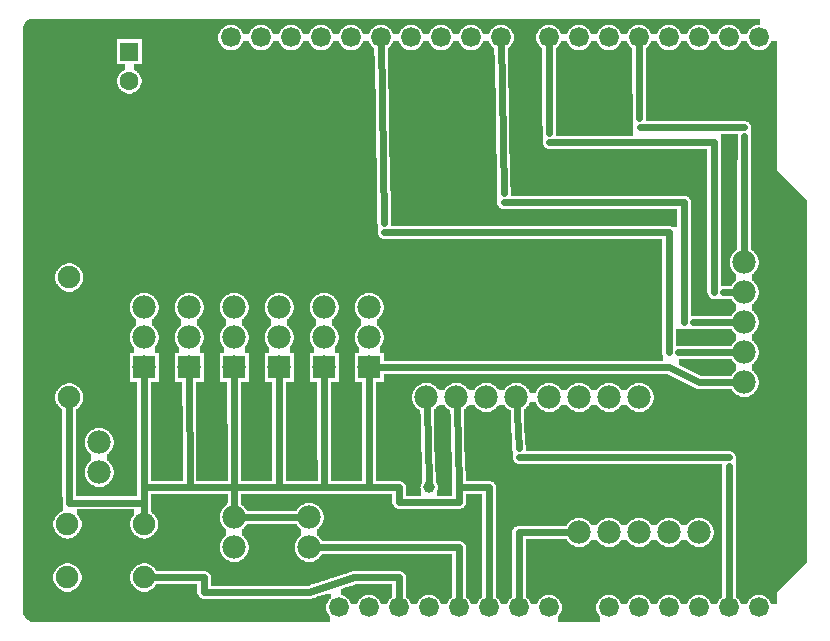
<source format=gbl>
G04 MADE WITH FRITZING*
G04 WWW.FRITZING.ORG*
G04 DOUBLE SIDED*
G04 HOLES PLATED*
G04 CONTOUR ON CENTER OF CONTOUR VECTOR*
%ASAXBY*%
%FSLAX23Y23*%
%MOIN*%
%OFA0B0*%
%SFA1.0B1.0*%
%ADD10C,0.075000*%
%ADD11C,0.039370*%
%ADD12C,0.062992*%
%ADD13C,0.078000*%
%ADD14C,0.066194*%
%ADD15C,0.066222*%
%ADD16R,0.062992X0.062992*%
%ADD17R,0.078000X0.078000*%
%ADD18C,0.024000*%
%LNCOPPER0*%
G90*
G70*
G54D10*
X1729Y1924D03*
X1346Y1874D03*
X1896Y1881D03*
X2205Y1870D03*
X1600Y669D03*
G54D11*
X1405Y496D03*
G54D10*
X455Y196D03*
X199Y196D03*
X455Y373D03*
X199Y373D03*
G54D12*
X405Y1949D03*
X405Y1851D03*
G54D10*
X205Y796D03*
X205Y1196D03*
G54D13*
X1905Y346D03*
X2005Y346D03*
X2105Y346D03*
X2205Y346D03*
X2305Y346D03*
X2455Y846D03*
X2455Y946D03*
X2455Y1046D03*
X2455Y1146D03*
X2455Y1246D03*
X1005Y396D03*
X1005Y296D03*
X755Y396D03*
X755Y296D03*
X305Y646D03*
X305Y546D03*
X1395Y796D03*
X1495Y796D03*
X1595Y796D03*
X1695Y796D03*
X1395Y796D03*
X1495Y796D03*
X1595Y796D03*
X1695Y796D03*
X2105Y796D03*
X2005Y796D03*
X1905Y796D03*
X1805Y796D03*
X1205Y896D03*
X1205Y996D03*
X1205Y1096D03*
X1055Y896D03*
X1055Y996D03*
X1055Y1096D03*
X905Y896D03*
X905Y996D03*
X905Y1096D03*
X755Y896D03*
X755Y996D03*
X755Y1096D03*
X605Y896D03*
X605Y996D03*
X605Y1096D03*
X455Y896D03*
X455Y996D03*
X455Y1096D03*
G54D14*
X2104Y96D03*
X2204Y96D03*
X2304Y96D03*
X2404Y96D03*
X2504Y96D03*
G54D15*
X1644Y1996D03*
X1544Y1996D03*
X1444Y1996D03*
X1344Y1996D03*
X1244Y1996D03*
X1144Y1996D03*
X1044Y1996D03*
X944Y1996D03*
X844Y1996D03*
X744Y1996D03*
X2504Y1996D03*
X2404Y1996D03*
X2304Y1996D03*
X2204Y1996D03*
X2104Y1996D03*
X2004Y1996D03*
X1904Y1996D03*
X1804Y1996D03*
G54D14*
X1204Y96D03*
X1104Y96D03*
X1304Y96D03*
X1404Y96D03*
X1504Y96D03*
X1604Y96D03*
X1704Y96D03*
X1804Y96D03*
X2004Y96D03*
G54D16*
X405Y1949D03*
G54D17*
X1205Y896D03*
X1055Y896D03*
X905Y896D03*
X755Y896D03*
X605Y896D03*
X455Y896D03*
G54D18*
X1704Y346D02*
X1704Y126D01*
D02*
X1875Y346D02*
X1704Y346D01*
D02*
X1304Y496D02*
X1204Y496D01*
D02*
X1304Y447D02*
X1304Y496D01*
D02*
X1505Y447D02*
X1304Y447D01*
D02*
X1204Y496D02*
X1205Y866D01*
D02*
X1505Y496D02*
X1505Y447D01*
D02*
X1055Y496D02*
X1055Y866D01*
D02*
X1204Y496D02*
X1055Y496D01*
D02*
X905Y496D02*
X905Y866D01*
D02*
X1055Y496D02*
X905Y496D01*
D02*
X755Y496D02*
X755Y866D01*
D02*
X905Y496D02*
X755Y496D01*
D02*
X606Y496D02*
X605Y866D01*
D02*
X755Y496D02*
X606Y496D01*
D02*
X453Y496D02*
X455Y866D01*
D02*
X606Y496D02*
X453Y496D01*
D02*
X755Y496D02*
X755Y426D01*
D02*
X2203Y897D02*
X2305Y846D01*
D02*
X2305Y846D02*
X2425Y846D01*
D02*
X1235Y896D02*
X2203Y897D01*
D02*
X453Y445D02*
X205Y445D01*
D02*
X205Y445D02*
X205Y768D01*
D02*
X453Y496D02*
X453Y445D01*
D02*
X453Y445D02*
X454Y402D01*
D02*
X1404Y515D02*
X1396Y766D01*
D02*
X1605Y496D02*
X1505Y496D01*
D02*
X1505Y496D02*
X1496Y766D01*
D02*
X1604Y126D02*
X1605Y496D01*
D02*
X1155Y196D02*
X1004Y147D01*
D02*
X655Y196D02*
X483Y196D01*
D02*
X655Y147D02*
X655Y196D01*
D02*
X1004Y147D02*
X655Y147D01*
D02*
X1304Y196D02*
X1155Y196D01*
D02*
X1304Y126D02*
X1304Y196D01*
D02*
X1505Y296D02*
X1035Y296D01*
D02*
X1504Y126D02*
X1505Y296D01*
D02*
X785Y396D02*
X975Y396D01*
D02*
X1704Y626D02*
X1695Y796D01*
D02*
X2404Y596D02*
X1705Y596D01*
D02*
X2404Y96D02*
X2404Y566D01*
D02*
X1255Y1377D02*
X1244Y1996D01*
D02*
X2204Y1346D02*
X1255Y1346D01*
D02*
X2204Y946D02*
X2204Y1346D01*
D02*
X2455Y946D02*
X2234Y946D01*
D02*
X1653Y1477D02*
X1644Y1996D01*
D02*
X2255Y1446D02*
X1654Y1446D01*
D02*
X2255Y1046D02*
X2255Y1446D01*
D02*
X2455Y1046D02*
X2285Y1046D01*
D02*
X1805Y1677D02*
X1804Y1996D01*
D02*
X2355Y1647D02*
X1805Y1647D01*
D02*
X2355Y1146D02*
X2355Y1647D01*
D02*
X2455Y1146D02*
X2385Y1146D01*
D02*
X2105Y1726D02*
X2104Y1996D01*
D02*
X2455Y1696D02*
X2106Y1696D01*
D02*
X2455Y1246D02*
X2455Y1666D01*
G36*
X76Y2059D02*
X76Y2057D01*
X70Y2057D01*
X70Y2055D01*
X68Y2055D01*
X68Y2053D01*
X64Y2053D01*
X64Y2051D01*
X62Y2051D01*
X62Y2049D01*
X60Y2049D01*
X60Y2047D01*
X58Y2047D01*
X58Y2043D01*
X56Y2043D01*
X56Y2041D01*
X54Y2041D01*
X54Y2039D01*
X2410Y2039D01*
X2410Y2037D01*
X2416Y2037D01*
X2416Y2035D01*
X2422Y2035D01*
X2422Y2033D01*
X2424Y2033D01*
X2424Y2031D01*
X2428Y2031D01*
X2428Y2029D01*
X2430Y2029D01*
X2430Y2027D01*
X2432Y2027D01*
X2432Y2025D01*
X2434Y2025D01*
X2434Y2023D01*
X2436Y2023D01*
X2436Y2021D01*
X2438Y2021D01*
X2438Y2019D01*
X2440Y2019D01*
X2440Y2015D01*
X2442Y2015D01*
X2442Y2011D01*
X2444Y2011D01*
X2444Y2007D01*
X2464Y2007D01*
X2464Y2011D01*
X2466Y2011D01*
X2466Y2015D01*
X2468Y2015D01*
X2468Y2019D01*
X2470Y2019D01*
X2470Y2021D01*
X2472Y2021D01*
X2472Y2023D01*
X2474Y2023D01*
X2474Y2025D01*
X2476Y2025D01*
X2476Y2027D01*
X2478Y2027D01*
X2478Y2029D01*
X2480Y2029D01*
X2480Y2031D01*
X2484Y2031D01*
X2484Y2033D01*
X2486Y2033D01*
X2486Y2035D01*
X2492Y2035D01*
X2492Y2037D01*
X2498Y2037D01*
X2498Y2039D01*
X2506Y2039D01*
X2506Y2059D01*
X76Y2059D01*
G37*
D02*
G36*
X54Y2039D02*
X54Y2035D01*
X52Y2035D01*
X52Y1991D01*
X446Y1991D01*
X446Y1953D01*
X734Y1953D01*
X734Y1955D01*
X728Y1955D01*
X728Y1957D01*
X724Y1957D01*
X724Y1959D01*
X722Y1959D01*
X722Y1961D01*
X718Y1961D01*
X718Y1963D01*
X716Y1963D01*
X716Y1965D01*
X714Y1965D01*
X714Y1967D01*
X712Y1967D01*
X712Y1969D01*
X710Y1969D01*
X710Y1973D01*
X708Y1973D01*
X708Y1975D01*
X706Y1975D01*
X706Y1979D01*
X704Y1979D01*
X704Y1983D01*
X702Y1983D01*
X702Y1993D01*
X700Y1993D01*
X700Y1997D01*
X702Y1997D01*
X702Y2007D01*
X704Y2007D01*
X704Y2011D01*
X706Y2011D01*
X706Y2015D01*
X708Y2015D01*
X708Y2019D01*
X710Y2019D01*
X710Y2021D01*
X712Y2021D01*
X712Y2023D01*
X714Y2023D01*
X714Y2025D01*
X716Y2025D01*
X716Y2027D01*
X718Y2027D01*
X718Y2029D01*
X720Y2029D01*
X720Y2031D01*
X724Y2031D01*
X724Y2033D01*
X726Y2033D01*
X726Y2035D01*
X732Y2035D01*
X732Y2037D01*
X738Y2037D01*
X738Y2039D01*
X54Y2039D01*
G37*
D02*
G36*
X750Y2039D02*
X750Y2037D01*
X756Y2037D01*
X756Y2035D01*
X760Y2035D01*
X760Y2033D01*
X764Y2033D01*
X764Y2031D01*
X768Y2031D01*
X768Y2029D01*
X770Y2029D01*
X770Y2027D01*
X772Y2027D01*
X772Y2025D01*
X774Y2025D01*
X774Y2023D01*
X776Y2023D01*
X776Y2021D01*
X778Y2021D01*
X778Y2019D01*
X780Y2019D01*
X780Y2015D01*
X782Y2015D01*
X782Y2011D01*
X784Y2011D01*
X784Y2007D01*
X804Y2007D01*
X804Y2011D01*
X806Y2011D01*
X806Y2015D01*
X808Y2015D01*
X808Y2019D01*
X810Y2019D01*
X810Y2021D01*
X812Y2021D01*
X812Y2023D01*
X814Y2023D01*
X814Y2025D01*
X816Y2025D01*
X816Y2027D01*
X818Y2027D01*
X818Y2029D01*
X820Y2029D01*
X820Y2031D01*
X824Y2031D01*
X824Y2033D01*
X826Y2033D01*
X826Y2035D01*
X832Y2035D01*
X832Y2037D01*
X838Y2037D01*
X838Y2039D01*
X750Y2039D01*
G37*
D02*
G36*
X850Y2039D02*
X850Y2037D01*
X856Y2037D01*
X856Y2035D01*
X862Y2035D01*
X862Y2033D01*
X864Y2033D01*
X864Y2031D01*
X868Y2031D01*
X868Y2029D01*
X870Y2029D01*
X870Y2027D01*
X872Y2027D01*
X872Y2025D01*
X874Y2025D01*
X874Y2023D01*
X876Y2023D01*
X876Y2021D01*
X878Y2021D01*
X878Y2019D01*
X880Y2019D01*
X880Y2015D01*
X882Y2015D01*
X882Y2011D01*
X884Y2011D01*
X884Y2007D01*
X904Y2007D01*
X904Y2011D01*
X906Y2011D01*
X906Y2015D01*
X908Y2015D01*
X908Y2019D01*
X910Y2019D01*
X910Y2021D01*
X912Y2021D01*
X912Y2023D01*
X914Y2023D01*
X914Y2025D01*
X916Y2025D01*
X916Y2027D01*
X918Y2027D01*
X918Y2029D01*
X920Y2029D01*
X920Y2031D01*
X924Y2031D01*
X924Y2033D01*
X926Y2033D01*
X926Y2035D01*
X932Y2035D01*
X932Y2037D01*
X938Y2037D01*
X938Y2039D01*
X850Y2039D01*
G37*
D02*
G36*
X950Y2039D02*
X950Y2037D01*
X956Y2037D01*
X956Y2035D01*
X962Y2035D01*
X962Y2033D01*
X964Y2033D01*
X964Y2031D01*
X968Y2031D01*
X968Y2029D01*
X970Y2029D01*
X970Y2027D01*
X972Y2027D01*
X972Y2025D01*
X974Y2025D01*
X974Y2023D01*
X976Y2023D01*
X976Y2021D01*
X978Y2021D01*
X978Y2019D01*
X980Y2019D01*
X980Y2015D01*
X982Y2015D01*
X982Y2011D01*
X984Y2011D01*
X984Y2007D01*
X1004Y2007D01*
X1004Y2011D01*
X1006Y2011D01*
X1006Y2015D01*
X1008Y2015D01*
X1008Y2019D01*
X1010Y2019D01*
X1010Y2021D01*
X1012Y2021D01*
X1012Y2023D01*
X1014Y2023D01*
X1014Y2025D01*
X1016Y2025D01*
X1016Y2027D01*
X1018Y2027D01*
X1018Y2029D01*
X1020Y2029D01*
X1020Y2031D01*
X1024Y2031D01*
X1024Y2033D01*
X1026Y2033D01*
X1026Y2035D01*
X1032Y2035D01*
X1032Y2037D01*
X1038Y2037D01*
X1038Y2039D01*
X950Y2039D01*
G37*
D02*
G36*
X1050Y2039D02*
X1050Y2037D01*
X1056Y2037D01*
X1056Y2035D01*
X1062Y2035D01*
X1062Y2033D01*
X1064Y2033D01*
X1064Y2031D01*
X1068Y2031D01*
X1068Y2029D01*
X1070Y2029D01*
X1070Y2027D01*
X1072Y2027D01*
X1072Y2025D01*
X1074Y2025D01*
X1074Y2023D01*
X1076Y2023D01*
X1076Y2021D01*
X1078Y2021D01*
X1078Y2019D01*
X1080Y2019D01*
X1080Y2015D01*
X1082Y2015D01*
X1082Y2011D01*
X1084Y2011D01*
X1084Y2007D01*
X1104Y2007D01*
X1104Y2011D01*
X1106Y2011D01*
X1106Y2015D01*
X1108Y2015D01*
X1108Y2019D01*
X1110Y2019D01*
X1110Y2021D01*
X1112Y2021D01*
X1112Y2023D01*
X1114Y2023D01*
X1114Y2025D01*
X1116Y2025D01*
X1116Y2027D01*
X1118Y2027D01*
X1118Y2029D01*
X1120Y2029D01*
X1120Y2031D01*
X1124Y2031D01*
X1124Y2033D01*
X1126Y2033D01*
X1126Y2035D01*
X1132Y2035D01*
X1132Y2037D01*
X1138Y2037D01*
X1138Y2039D01*
X1050Y2039D01*
G37*
D02*
G36*
X1150Y2039D02*
X1150Y2037D01*
X1156Y2037D01*
X1156Y2035D01*
X1162Y2035D01*
X1162Y2033D01*
X1164Y2033D01*
X1164Y2031D01*
X1168Y2031D01*
X1168Y2029D01*
X1170Y2029D01*
X1170Y2027D01*
X1172Y2027D01*
X1172Y2025D01*
X1174Y2025D01*
X1174Y2023D01*
X1176Y2023D01*
X1176Y2021D01*
X1178Y2021D01*
X1178Y2019D01*
X1180Y2019D01*
X1180Y2015D01*
X1182Y2015D01*
X1182Y2011D01*
X1184Y2011D01*
X1184Y2007D01*
X1204Y2007D01*
X1204Y2011D01*
X1206Y2011D01*
X1206Y2015D01*
X1208Y2015D01*
X1208Y2019D01*
X1210Y2019D01*
X1210Y2021D01*
X1212Y2021D01*
X1212Y2023D01*
X1214Y2023D01*
X1214Y2025D01*
X1216Y2025D01*
X1216Y2027D01*
X1218Y2027D01*
X1218Y2029D01*
X1220Y2029D01*
X1220Y2031D01*
X1224Y2031D01*
X1224Y2033D01*
X1226Y2033D01*
X1226Y2035D01*
X1232Y2035D01*
X1232Y2037D01*
X1238Y2037D01*
X1238Y2039D01*
X1150Y2039D01*
G37*
D02*
G36*
X1250Y2039D02*
X1250Y2037D01*
X1256Y2037D01*
X1256Y2035D01*
X1262Y2035D01*
X1262Y2033D01*
X1264Y2033D01*
X1264Y2031D01*
X1268Y2031D01*
X1268Y2029D01*
X1270Y2029D01*
X1270Y2027D01*
X1272Y2027D01*
X1272Y2025D01*
X1274Y2025D01*
X1274Y2023D01*
X1276Y2023D01*
X1276Y2021D01*
X1278Y2021D01*
X1278Y2019D01*
X1280Y2019D01*
X1280Y2015D01*
X1282Y2015D01*
X1282Y2011D01*
X1284Y2011D01*
X1284Y2007D01*
X1304Y2007D01*
X1304Y2011D01*
X1306Y2011D01*
X1306Y2015D01*
X1308Y2015D01*
X1308Y2019D01*
X1310Y2019D01*
X1310Y2021D01*
X1312Y2021D01*
X1312Y2023D01*
X1314Y2023D01*
X1314Y2025D01*
X1316Y2025D01*
X1316Y2027D01*
X1318Y2027D01*
X1318Y2029D01*
X1320Y2029D01*
X1320Y2031D01*
X1324Y2031D01*
X1324Y2033D01*
X1326Y2033D01*
X1326Y2035D01*
X1332Y2035D01*
X1332Y2037D01*
X1338Y2037D01*
X1338Y2039D01*
X1250Y2039D01*
G37*
D02*
G36*
X1350Y2039D02*
X1350Y2037D01*
X1356Y2037D01*
X1356Y2035D01*
X1362Y2035D01*
X1362Y2033D01*
X1364Y2033D01*
X1364Y2031D01*
X1368Y2031D01*
X1368Y2029D01*
X1370Y2029D01*
X1370Y2027D01*
X1372Y2027D01*
X1372Y2025D01*
X1374Y2025D01*
X1374Y2023D01*
X1376Y2023D01*
X1376Y2021D01*
X1378Y2021D01*
X1378Y2019D01*
X1380Y2019D01*
X1380Y2015D01*
X1382Y2015D01*
X1382Y2011D01*
X1384Y2011D01*
X1384Y2007D01*
X1404Y2007D01*
X1404Y2011D01*
X1406Y2011D01*
X1406Y2015D01*
X1408Y2015D01*
X1408Y2019D01*
X1410Y2019D01*
X1410Y2021D01*
X1412Y2021D01*
X1412Y2023D01*
X1414Y2023D01*
X1414Y2025D01*
X1416Y2025D01*
X1416Y2027D01*
X1418Y2027D01*
X1418Y2029D01*
X1420Y2029D01*
X1420Y2031D01*
X1424Y2031D01*
X1424Y2033D01*
X1426Y2033D01*
X1426Y2035D01*
X1432Y2035D01*
X1432Y2037D01*
X1438Y2037D01*
X1438Y2039D01*
X1350Y2039D01*
G37*
D02*
G36*
X1450Y2039D02*
X1450Y2037D01*
X1456Y2037D01*
X1456Y2035D01*
X1462Y2035D01*
X1462Y2033D01*
X1464Y2033D01*
X1464Y2031D01*
X1468Y2031D01*
X1468Y2029D01*
X1470Y2029D01*
X1470Y2027D01*
X1472Y2027D01*
X1472Y2025D01*
X1474Y2025D01*
X1474Y2023D01*
X1476Y2023D01*
X1476Y2021D01*
X1478Y2021D01*
X1478Y2019D01*
X1480Y2019D01*
X1480Y2015D01*
X1482Y2015D01*
X1482Y2011D01*
X1484Y2011D01*
X1484Y2007D01*
X1504Y2007D01*
X1504Y2011D01*
X1506Y2011D01*
X1506Y2015D01*
X1508Y2015D01*
X1508Y2019D01*
X1510Y2019D01*
X1510Y2021D01*
X1512Y2021D01*
X1512Y2023D01*
X1514Y2023D01*
X1514Y2025D01*
X1516Y2025D01*
X1516Y2027D01*
X1518Y2027D01*
X1518Y2029D01*
X1520Y2029D01*
X1520Y2031D01*
X1524Y2031D01*
X1524Y2033D01*
X1526Y2033D01*
X1526Y2035D01*
X1532Y2035D01*
X1532Y2037D01*
X1538Y2037D01*
X1538Y2039D01*
X1450Y2039D01*
G37*
D02*
G36*
X1550Y2039D02*
X1550Y2037D01*
X1556Y2037D01*
X1556Y2035D01*
X1562Y2035D01*
X1562Y2033D01*
X1564Y2033D01*
X1564Y2031D01*
X1568Y2031D01*
X1568Y2029D01*
X1570Y2029D01*
X1570Y2027D01*
X1572Y2027D01*
X1572Y2025D01*
X1574Y2025D01*
X1574Y2023D01*
X1576Y2023D01*
X1576Y2021D01*
X1578Y2021D01*
X1578Y2019D01*
X1580Y2019D01*
X1580Y2015D01*
X1582Y2015D01*
X1582Y2011D01*
X1584Y2011D01*
X1584Y2007D01*
X1604Y2007D01*
X1604Y2011D01*
X1606Y2011D01*
X1606Y2015D01*
X1608Y2015D01*
X1608Y2019D01*
X1610Y2019D01*
X1610Y2021D01*
X1612Y2021D01*
X1612Y2023D01*
X1614Y2023D01*
X1614Y2025D01*
X1616Y2025D01*
X1616Y2027D01*
X1618Y2027D01*
X1618Y2029D01*
X1620Y2029D01*
X1620Y2031D01*
X1624Y2031D01*
X1624Y2033D01*
X1626Y2033D01*
X1626Y2035D01*
X1632Y2035D01*
X1632Y2037D01*
X1638Y2037D01*
X1638Y2039D01*
X1550Y2039D01*
G37*
D02*
G36*
X1650Y2039D02*
X1650Y2037D01*
X1656Y2037D01*
X1656Y2035D01*
X1660Y2035D01*
X1660Y2033D01*
X1664Y2033D01*
X1664Y2031D01*
X1668Y2031D01*
X1668Y2029D01*
X1670Y2029D01*
X1670Y2027D01*
X1672Y2027D01*
X1672Y2025D01*
X1674Y2025D01*
X1674Y2023D01*
X1676Y2023D01*
X1676Y2021D01*
X1678Y2021D01*
X1678Y2019D01*
X1680Y2019D01*
X1680Y2015D01*
X1682Y2015D01*
X1682Y2011D01*
X1684Y2011D01*
X1684Y2007D01*
X1686Y2007D01*
X1686Y1997D01*
X1688Y1997D01*
X1688Y1995D01*
X1686Y1995D01*
X1686Y1985D01*
X1684Y1985D01*
X1684Y1979D01*
X1682Y1979D01*
X1682Y1975D01*
X1680Y1975D01*
X1680Y1973D01*
X1678Y1973D01*
X1678Y1969D01*
X1676Y1969D01*
X1676Y1967D01*
X1674Y1967D01*
X1674Y1965D01*
X1672Y1965D01*
X1672Y1963D01*
X1670Y1963D01*
X1670Y1961D01*
X1666Y1961D01*
X1666Y1939D01*
X1668Y1939D01*
X1668Y1829D01*
X1670Y1829D01*
X1670Y1719D01*
X1672Y1719D01*
X1672Y1609D01*
X1674Y1609D01*
X1674Y1499D01*
X1676Y1499D01*
X1676Y1467D01*
X2264Y1467D01*
X2264Y1465D01*
X2268Y1465D01*
X2268Y1463D01*
X2270Y1463D01*
X2270Y1461D01*
X2272Y1461D01*
X2272Y1459D01*
X2274Y1459D01*
X2274Y1455D01*
X2276Y1455D01*
X2276Y1123D01*
X2350Y1123D01*
X2350Y1125D01*
X2344Y1125D01*
X2344Y1127D01*
X2342Y1127D01*
X2342Y1129D01*
X2340Y1129D01*
X2340Y1131D01*
X2338Y1131D01*
X2338Y1133D01*
X2336Y1133D01*
X2336Y1137D01*
X2334Y1137D01*
X2334Y1145D01*
X2332Y1145D01*
X2332Y1625D01*
X1796Y1625D01*
X1796Y1627D01*
X1792Y1627D01*
X1792Y1629D01*
X1790Y1629D01*
X1790Y1631D01*
X1788Y1631D01*
X1788Y1633D01*
X1786Y1633D01*
X1786Y1637D01*
X1784Y1637D01*
X1784Y1701D01*
X1782Y1701D01*
X1782Y1961D01*
X1778Y1961D01*
X1778Y1963D01*
X1776Y1963D01*
X1776Y1965D01*
X1774Y1965D01*
X1774Y1967D01*
X1772Y1967D01*
X1772Y1969D01*
X1770Y1969D01*
X1770Y1973D01*
X1768Y1973D01*
X1768Y1975D01*
X1766Y1975D01*
X1766Y1979D01*
X1764Y1979D01*
X1764Y1985D01*
X1762Y1985D01*
X1762Y1993D01*
X1760Y1993D01*
X1760Y1997D01*
X1762Y1997D01*
X1762Y2007D01*
X1764Y2007D01*
X1764Y2011D01*
X1766Y2011D01*
X1766Y2015D01*
X1768Y2015D01*
X1768Y2019D01*
X1770Y2019D01*
X1770Y2021D01*
X1772Y2021D01*
X1772Y2023D01*
X1774Y2023D01*
X1774Y2025D01*
X1776Y2025D01*
X1776Y2027D01*
X1778Y2027D01*
X1778Y2029D01*
X1780Y2029D01*
X1780Y2031D01*
X1784Y2031D01*
X1784Y2033D01*
X1786Y2033D01*
X1786Y2035D01*
X1792Y2035D01*
X1792Y2037D01*
X1798Y2037D01*
X1798Y2039D01*
X1650Y2039D01*
G37*
D02*
G36*
X1810Y2039D02*
X1810Y2037D01*
X1816Y2037D01*
X1816Y2035D01*
X1822Y2035D01*
X1822Y2033D01*
X1824Y2033D01*
X1824Y2031D01*
X1828Y2031D01*
X1828Y2029D01*
X1830Y2029D01*
X1830Y2027D01*
X1832Y2027D01*
X1832Y2025D01*
X1834Y2025D01*
X1834Y2023D01*
X1836Y2023D01*
X1836Y2021D01*
X1838Y2021D01*
X1838Y2019D01*
X1840Y2019D01*
X1840Y2015D01*
X1842Y2015D01*
X1842Y2011D01*
X1844Y2011D01*
X1844Y2007D01*
X1864Y2007D01*
X1864Y2011D01*
X1866Y2011D01*
X1866Y2015D01*
X1868Y2015D01*
X1868Y2019D01*
X1870Y2019D01*
X1870Y2021D01*
X1872Y2021D01*
X1872Y2023D01*
X1874Y2023D01*
X1874Y2025D01*
X1876Y2025D01*
X1876Y2027D01*
X1878Y2027D01*
X1878Y2029D01*
X1880Y2029D01*
X1880Y2031D01*
X1884Y2031D01*
X1884Y2033D01*
X1886Y2033D01*
X1886Y2035D01*
X1892Y2035D01*
X1892Y2037D01*
X1898Y2037D01*
X1898Y2039D01*
X1810Y2039D01*
G37*
D02*
G36*
X1910Y2039D02*
X1910Y2037D01*
X1916Y2037D01*
X1916Y2035D01*
X1922Y2035D01*
X1922Y2033D01*
X1924Y2033D01*
X1924Y2031D01*
X1928Y2031D01*
X1928Y2029D01*
X1930Y2029D01*
X1930Y2027D01*
X1932Y2027D01*
X1932Y2025D01*
X1934Y2025D01*
X1934Y2023D01*
X1936Y2023D01*
X1936Y2021D01*
X1938Y2021D01*
X1938Y2019D01*
X1940Y2019D01*
X1940Y2015D01*
X1942Y2015D01*
X1942Y2011D01*
X1944Y2011D01*
X1944Y2007D01*
X1964Y2007D01*
X1964Y2011D01*
X1966Y2011D01*
X1966Y2015D01*
X1968Y2015D01*
X1968Y2019D01*
X1970Y2019D01*
X1970Y2021D01*
X1972Y2021D01*
X1972Y2023D01*
X1974Y2023D01*
X1974Y2025D01*
X1976Y2025D01*
X1976Y2027D01*
X1978Y2027D01*
X1978Y2029D01*
X1980Y2029D01*
X1980Y2031D01*
X1984Y2031D01*
X1984Y2033D01*
X1986Y2033D01*
X1986Y2035D01*
X1992Y2035D01*
X1992Y2037D01*
X1998Y2037D01*
X1998Y2039D01*
X1910Y2039D01*
G37*
D02*
G36*
X2010Y2039D02*
X2010Y2037D01*
X2016Y2037D01*
X2016Y2035D01*
X2022Y2035D01*
X2022Y2033D01*
X2024Y2033D01*
X2024Y2031D01*
X2028Y2031D01*
X2028Y2029D01*
X2030Y2029D01*
X2030Y2027D01*
X2032Y2027D01*
X2032Y2025D01*
X2034Y2025D01*
X2034Y2023D01*
X2036Y2023D01*
X2036Y2021D01*
X2038Y2021D01*
X2038Y2019D01*
X2040Y2019D01*
X2040Y2015D01*
X2042Y2015D01*
X2042Y2011D01*
X2044Y2011D01*
X2044Y2007D01*
X2064Y2007D01*
X2064Y2011D01*
X2066Y2011D01*
X2066Y2015D01*
X2068Y2015D01*
X2068Y2019D01*
X2070Y2019D01*
X2070Y2021D01*
X2072Y2021D01*
X2072Y2023D01*
X2074Y2023D01*
X2074Y2025D01*
X2076Y2025D01*
X2076Y2027D01*
X2078Y2027D01*
X2078Y2029D01*
X2080Y2029D01*
X2080Y2031D01*
X2084Y2031D01*
X2084Y2033D01*
X2086Y2033D01*
X2086Y2035D01*
X2092Y2035D01*
X2092Y2037D01*
X2098Y2037D01*
X2098Y2039D01*
X2010Y2039D01*
G37*
D02*
G36*
X2110Y2039D02*
X2110Y2037D01*
X2116Y2037D01*
X2116Y2035D01*
X2122Y2035D01*
X2122Y2033D01*
X2124Y2033D01*
X2124Y2031D01*
X2128Y2031D01*
X2128Y2029D01*
X2130Y2029D01*
X2130Y2027D01*
X2132Y2027D01*
X2132Y2025D01*
X2134Y2025D01*
X2134Y2023D01*
X2136Y2023D01*
X2136Y2021D01*
X2138Y2021D01*
X2138Y2019D01*
X2140Y2019D01*
X2140Y2015D01*
X2142Y2015D01*
X2142Y2011D01*
X2144Y2011D01*
X2144Y2007D01*
X2164Y2007D01*
X2164Y2011D01*
X2166Y2011D01*
X2166Y2015D01*
X2168Y2015D01*
X2168Y2019D01*
X2170Y2019D01*
X2170Y2021D01*
X2172Y2021D01*
X2172Y2023D01*
X2174Y2023D01*
X2174Y2025D01*
X2176Y2025D01*
X2176Y2027D01*
X2178Y2027D01*
X2178Y2029D01*
X2180Y2029D01*
X2180Y2031D01*
X2184Y2031D01*
X2184Y2033D01*
X2186Y2033D01*
X2186Y2035D01*
X2192Y2035D01*
X2192Y2037D01*
X2198Y2037D01*
X2198Y2039D01*
X2110Y2039D01*
G37*
D02*
G36*
X2210Y2039D02*
X2210Y2037D01*
X2216Y2037D01*
X2216Y2035D01*
X2220Y2035D01*
X2220Y2033D01*
X2224Y2033D01*
X2224Y2031D01*
X2228Y2031D01*
X2228Y2029D01*
X2230Y2029D01*
X2230Y2027D01*
X2232Y2027D01*
X2232Y2025D01*
X2234Y2025D01*
X2234Y2023D01*
X2236Y2023D01*
X2236Y2021D01*
X2238Y2021D01*
X2238Y2019D01*
X2240Y2019D01*
X2240Y2015D01*
X2242Y2015D01*
X2242Y2011D01*
X2244Y2011D01*
X2244Y2007D01*
X2264Y2007D01*
X2264Y2011D01*
X2266Y2011D01*
X2266Y2015D01*
X2268Y2015D01*
X2268Y2019D01*
X2270Y2019D01*
X2270Y2021D01*
X2272Y2021D01*
X2272Y2023D01*
X2274Y2023D01*
X2274Y2025D01*
X2276Y2025D01*
X2276Y2027D01*
X2278Y2027D01*
X2278Y2029D01*
X2280Y2029D01*
X2280Y2031D01*
X2284Y2031D01*
X2284Y2033D01*
X2286Y2033D01*
X2286Y2035D01*
X2292Y2035D01*
X2292Y2037D01*
X2298Y2037D01*
X2298Y2039D01*
X2210Y2039D01*
G37*
D02*
G36*
X2310Y2039D02*
X2310Y2037D01*
X2316Y2037D01*
X2316Y2035D01*
X2322Y2035D01*
X2322Y2033D01*
X2324Y2033D01*
X2324Y2031D01*
X2328Y2031D01*
X2328Y2029D01*
X2330Y2029D01*
X2330Y2027D01*
X2332Y2027D01*
X2332Y2025D01*
X2334Y2025D01*
X2334Y2023D01*
X2336Y2023D01*
X2336Y2021D01*
X2338Y2021D01*
X2338Y2019D01*
X2340Y2019D01*
X2340Y2015D01*
X2342Y2015D01*
X2342Y2011D01*
X2344Y2011D01*
X2344Y2007D01*
X2364Y2007D01*
X2364Y2011D01*
X2366Y2011D01*
X2366Y2015D01*
X2368Y2015D01*
X2368Y2019D01*
X2370Y2019D01*
X2370Y2021D01*
X2372Y2021D01*
X2372Y2023D01*
X2374Y2023D01*
X2374Y2025D01*
X2376Y2025D01*
X2376Y2027D01*
X2378Y2027D01*
X2378Y2029D01*
X2380Y2029D01*
X2380Y2031D01*
X2384Y2031D01*
X2384Y2033D01*
X2386Y2033D01*
X2386Y2035D01*
X2392Y2035D01*
X2392Y2037D01*
X2398Y2037D01*
X2398Y2039D01*
X2310Y2039D01*
G37*
D02*
G36*
X52Y1991D02*
X52Y1809D01*
X396Y1809D01*
X396Y1811D01*
X390Y1811D01*
X390Y1813D01*
X386Y1813D01*
X386Y1815D01*
X384Y1815D01*
X384Y1817D01*
X380Y1817D01*
X380Y1819D01*
X378Y1819D01*
X378Y1821D01*
X376Y1821D01*
X376Y1823D01*
X374Y1823D01*
X374Y1825D01*
X372Y1825D01*
X372Y1829D01*
X370Y1829D01*
X370Y1831D01*
X368Y1831D01*
X368Y1835D01*
X366Y1835D01*
X366Y1841D01*
X364Y1841D01*
X364Y1861D01*
X366Y1861D01*
X366Y1865D01*
X368Y1865D01*
X368Y1869D01*
X370Y1869D01*
X370Y1873D01*
X372Y1873D01*
X372Y1875D01*
X374Y1875D01*
X374Y1877D01*
X376Y1877D01*
X376Y1879D01*
X378Y1879D01*
X378Y1881D01*
X380Y1881D01*
X380Y1883D01*
X382Y1883D01*
X382Y1885D01*
X386Y1885D01*
X386Y1887D01*
X390Y1887D01*
X390Y1907D01*
X364Y1907D01*
X364Y1991D01*
X52Y1991D01*
G37*
D02*
G36*
X784Y1985D02*
X784Y1979D01*
X782Y1979D01*
X782Y1975D01*
X780Y1975D01*
X780Y1973D01*
X778Y1973D01*
X778Y1969D01*
X776Y1969D01*
X776Y1967D01*
X774Y1967D01*
X774Y1965D01*
X772Y1965D01*
X772Y1963D01*
X770Y1963D01*
X770Y1961D01*
X766Y1961D01*
X766Y1959D01*
X764Y1959D01*
X764Y1957D01*
X760Y1957D01*
X760Y1955D01*
X754Y1955D01*
X754Y1953D01*
X834Y1953D01*
X834Y1955D01*
X828Y1955D01*
X828Y1957D01*
X824Y1957D01*
X824Y1959D01*
X822Y1959D01*
X822Y1961D01*
X818Y1961D01*
X818Y1963D01*
X816Y1963D01*
X816Y1965D01*
X814Y1965D01*
X814Y1967D01*
X812Y1967D01*
X812Y1969D01*
X810Y1969D01*
X810Y1973D01*
X808Y1973D01*
X808Y1975D01*
X806Y1975D01*
X806Y1979D01*
X804Y1979D01*
X804Y1985D01*
X784Y1985D01*
G37*
D02*
G36*
X884Y1985D02*
X884Y1979D01*
X882Y1979D01*
X882Y1975D01*
X880Y1975D01*
X880Y1973D01*
X878Y1973D01*
X878Y1969D01*
X876Y1969D01*
X876Y1967D01*
X874Y1967D01*
X874Y1965D01*
X872Y1965D01*
X872Y1963D01*
X870Y1963D01*
X870Y1961D01*
X866Y1961D01*
X866Y1959D01*
X864Y1959D01*
X864Y1957D01*
X860Y1957D01*
X860Y1955D01*
X854Y1955D01*
X854Y1953D01*
X934Y1953D01*
X934Y1955D01*
X928Y1955D01*
X928Y1957D01*
X924Y1957D01*
X924Y1959D01*
X922Y1959D01*
X922Y1961D01*
X918Y1961D01*
X918Y1963D01*
X916Y1963D01*
X916Y1965D01*
X914Y1965D01*
X914Y1967D01*
X912Y1967D01*
X912Y1969D01*
X910Y1969D01*
X910Y1973D01*
X908Y1973D01*
X908Y1975D01*
X906Y1975D01*
X906Y1979D01*
X904Y1979D01*
X904Y1985D01*
X884Y1985D01*
G37*
D02*
G36*
X984Y1985D02*
X984Y1979D01*
X982Y1979D01*
X982Y1975D01*
X980Y1975D01*
X980Y1973D01*
X978Y1973D01*
X978Y1969D01*
X976Y1969D01*
X976Y1967D01*
X974Y1967D01*
X974Y1965D01*
X972Y1965D01*
X972Y1963D01*
X970Y1963D01*
X970Y1961D01*
X966Y1961D01*
X966Y1959D01*
X964Y1959D01*
X964Y1957D01*
X960Y1957D01*
X960Y1955D01*
X954Y1955D01*
X954Y1953D01*
X1034Y1953D01*
X1034Y1955D01*
X1028Y1955D01*
X1028Y1957D01*
X1024Y1957D01*
X1024Y1959D01*
X1022Y1959D01*
X1022Y1961D01*
X1018Y1961D01*
X1018Y1963D01*
X1016Y1963D01*
X1016Y1965D01*
X1014Y1965D01*
X1014Y1967D01*
X1012Y1967D01*
X1012Y1969D01*
X1010Y1969D01*
X1010Y1973D01*
X1008Y1973D01*
X1008Y1975D01*
X1006Y1975D01*
X1006Y1979D01*
X1004Y1979D01*
X1004Y1985D01*
X984Y1985D01*
G37*
D02*
G36*
X1084Y1985D02*
X1084Y1979D01*
X1082Y1979D01*
X1082Y1975D01*
X1080Y1975D01*
X1080Y1973D01*
X1078Y1973D01*
X1078Y1969D01*
X1076Y1969D01*
X1076Y1967D01*
X1074Y1967D01*
X1074Y1965D01*
X1072Y1965D01*
X1072Y1963D01*
X1070Y1963D01*
X1070Y1961D01*
X1066Y1961D01*
X1066Y1959D01*
X1064Y1959D01*
X1064Y1957D01*
X1060Y1957D01*
X1060Y1955D01*
X1054Y1955D01*
X1054Y1953D01*
X1134Y1953D01*
X1134Y1955D01*
X1128Y1955D01*
X1128Y1957D01*
X1124Y1957D01*
X1124Y1959D01*
X1122Y1959D01*
X1122Y1961D01*
X1118Y1961D01*
X1118Y1963D01*
X1116Y1963D01*
X1116Y1965D01*
X1114Y1965D01*
X1114Y1967D01*
X1112Y1967D01*
X1112Y1969D01*
X1110Y1969D01*
X1110Y1973D01*
X1108Y1973D01*
X1108Y1975D01*
X1106Y1975D01*
X1106Y1979D01*
X1104Y1979D01*
X1104Y1985D01*
X1084Y1985D01*
G37*
D02*
G36*
X1184Y1985D02*
X1184Y1979D01*
X1182Y1979D01*
X1182Y1975D01*
X1180Y1975D01*
X1180Y1973D01*
X1178Y1973D01*
X1178Y1969D01*
X1176Y1969D01*
X1176Y1967D01*
X1174Y1967D01*
X1174Y1965D01*
X1172Y1965D01*
X1172Y1963D01*
X1170Y1963D01*
X1170Y1961D01*
X1166Y1961D01*
X1166Y1959D01*
X1164Y1959D01*
X1164Y1957D01*
X1160Y1957D01*
X1160Y1955D01*
X1154Y1955D01*
X1154Y1953D01*
X1222Y1953D01*
X1222Y1961D01*
X1218Y1961D01*
X1218Y1963D01*
X1216Y1963D01*
X1216Y1965D01*
X1214Y1965D01*
X1214Y1967D01*
X1212Y1967D01*
X1212Y1969D01*
X1210Y1969D01*
X1210Y1973D01*
X1208Y1973D01*
X1208Y1975D01*
X1206Y1975D01*
X1206Y1979D01*
X1204Y1979D01*
X1204Y1985D01*
X1184Y1985D01*
G37*
D02*
G36*
X446Y1953D02*
X446Y1951D01*
X1222Y1951D01*
X1222Y1953D01*
X446Y1953D01*
G37*
D02*
G36*
X446Y1953D02*
X446Y1951D01*
X1222Y1951D01*
X1222Y1953D01*
X446Y1953D01*
G37*
D02*
G36*
X446Y1953D02*
X446Y1951D01*
X1222Y1951D01*
X1222Y1953D01*
X446Y1953D01*
G37*
D02*
G36*
X446Y1953D02*
X446Y1951D01*
X1222Y1951D01*
X1222Y1953D01*
X446Y1953D01*
G37*
D02*
G36*
X446Y1953D02*
X446Y1951D01*
X1222Y1951D01*
X1222Y1953D01*
X446Y1953D01*
G37*
D02*
G36*
X446Y1953D02*
X446Y1951D01*
X1222Y1951D01*
X1222Y1953D01*
X446Y1953D01*
G37*
D02*
G36*
X446Y1951D02*
X446Y1907D01*
X420Y1907D01*
X420Y1887D01*
X424Y1887D01*
X424Y1885D01*
X426Y1885D01*
X426Y1883D01*
X430Y1883D01*
X430Y1881D01*
X432Y1881D01*
X432Y1879D01*
X434Y1879D01*
X434Y1877D01*
X436Y1877D01*
X436Y1875D01*
X438Y1875D01*
X438Y1871D01*
X440Y1871D01*
X440Y1867D01*
X442Y1867D01*
X442Y1865D01*
X444Y1865D01*
X444Y1859D01*
X446Y1859D01*
X446Y1843D01*
X444Y1843D01*
X444Y1837D01*
X442Y1837D01*
X442Y1833D01*
X440Y1833D01*
X440Y1829D01*
X438Y1829D01*
X438Y1827D01*
X436Y1827D01*
X436Y1825D01*
X434Y1825D01*
X434Y1821D01*
X430Y1821D01*
X430Y1819D01*
X428Y1819D01*
X428Y1817D01*
X426Y1817D01*
X426Y1815D01*
X422Y1815D01*
X422Y1813D01*
X418Y1813D01*
X418Y1811D01*
X414Y1811D01*
X414Y1809D01*
X1226Y1809D01*
X1226Y1823D01*
X1224Y1823D01*
X1224Y1935D01*
X1222Y1935D01*
X1222Y1951D01*
X446Y1951D01*
G37*
D02*
G36*
X52Y1809D02*
X52Y1807D01*
X1226Y1807D01*
X1226Y1809D01*
X52Y1809D01*
G37*
D02*
G36*
X52Y1809D02*
X52Y1807D01*
X1226Y1807D01*
X1226Y1809D01*
X52Y1809D01*
G37*
D02*
G36*
X52Y1807D02*
X52Y1243D01*
X214Y1243D01*
X214Y1241D01*
X220Y1241D01*
X220Y1239D01*
X224Y1239D01*
X224Y1237D01*
X228Y1237D01*
X228Y1235D01*
X230Y1235D01*
X230Y1233D01*
X232Y1233D01*
X232Y1231D01*
X236Y1231D01*
X236Y1229D01*
X238Y1229D01*
X238Y1227D01*
X240Y1227D01*
X240Y1223D01*
X242Y1223D01*
X242Y1221D01*
X244Y1221D01*
X244Y1219D01*
X246Y1219D01*
X246Y1215D01*
X248Y1215D01*
X248Y1211D01*
X250Y1211D01*
X250Y1205D01*
X252Y1205D01*
X252Y1187D01*
X250Y1187D01*
X250Y1181D01*
X248Y1181D01*
X248Y1177D01*
X246Y1177D01*
X246Y1173D01*
X244Y1173D01*
X244Y1171D01*
X242Y1171D01*
X242Y1167D01*
X240Y1167D01*
X240Y1165D01*
X238Y1165D01*
X238Y1163D01*
X236Y1163D01*
X236Y1161D01*
X234Y1161D01*
X234Y1159D01*
X230Y1159D01*
X230Y1157D01*
X228Y1157D01*
X228Y1155D01*
X224Y1155D01*
X224Y1153D01*
X220Y1153D01*
X220Y1151D01*
X216Y1151D01*
X216Y1149D01*
X2182Y1149D01*
X2182Y1323D01*
X1254Y1323D01*
X1254Y1325D01*
X1246Y1325D01*
X1246Y1327D01*
X1242Y1327D01*
X1242Y1329D01*
X1240Y1329D01*
X1240Y1331D01*
X1238Y1331D01*
X1238Y1333D01*
X1236Y1333D01*
X1236Y1337D01*
X1234Y1337D01*
X1234Y1375D01*
X1232Y1375D01*
X1232Y1481D01*
X1230Y1481D01*
X1230Y1595D01*
X1228Y1595D01*
X1228Y1709D01*
X1226Y1709D01*
X1226Y1807D01*
X52Y1807D01*
G37*
D02*
G36*
X52Y1243D02*
X52Y1149D01*
X194Y1149D01*
X194Y1151D01*
X188Y1151D01*
X188Y1153D01*
X184Y1153D01*
X184Y1155D01*
X182Y1155D01*
X182Y1157D01*
X178Y1157D01*
X178Y1159D01*
X176Y1159D01*
X176Y1161D01*
X174Y1161D01*
X174Y1163D01*
X172Y1163D01*
X172Y1165D01*
X170Y1165D01*
X170Y1167D01*
X168Y1167D01*
X168Y1169D01*
X166Y1169D01*
X166Y1173D01*
X164Y1173D01*
X164Y1175D01*
X162Y1175D01*
X162Y1179D01*
X160Y1179D01*
X160Y1185D01*
X158Y1185D01*
X158Y1207D01*
X160Y1207D01*
X160Y1213D01*
X162Y1213D01*
X162Y1217D01*
X164Y1217D01*
X164Y1219D01*
X166Y1219D01*
X166Y1223D01*
X168Y1223D01*
X168Y1225D01*
X170Y1225D01*
X170Y1227D01*
X172Y1227D01*
X172Y1229D01*
X174Y1229D01*
X174Y1231D01*
X176Y1231D01*
X176Y1233D01*
X178Y1233D01*
X178Y1235D01*
X182Y1235D01*
X182Y1237D01*
X186Y1237D01*
X186Y1239D01*
X190Y1239D01*
X190Y1241D01*
X196Y1241D01*
X196Y1243D01*
X52Y1243D01*
G37*
D02*
G36*
X52Y1149D02*
X52Y1147D01*
X2182Y1147D01*
X2182Y1149D01*
X52Y1149D01*
G37*
D02*
G36*
X52Y1149D02*
X52Y1147D01*
X2182Y1147D01*
X2182Y1149D01*
X52Y1149D01*
G37*
D02*
G36*
X52Y1147D02*
X52Y1145D01*
X1212Y1145D01*
X1212Y1143D01*
X1218Y1143D01*
X1218Y1141D01*
X1224Y1141D01*
X1224Y1139D01*
X1226Y1139D01*
X1226Y1137D01*
X1230Y1137D01*
X1230Y1135D01*
X1232Y1135D01*
X1232Y1133D01*
X1236Y1133D01*
X1236Y1131D01*
X1238Y1131D01*
X1238Y1129D01*
X1240Y1129D01*
X1240Y1127D01*
X1242Y1127D01*
X1242Y1123D01*
X1244Y1123D01*
X1244Y1121D01*
X1246Y1121D01*
X1246Y1117D01*
X1248Y1117D01*
X1248Y1115D01*
X1250Y1115D01*
X1250Y1109D01*
X1252Y1109D01*
X1252Y1103D01*
X1254Y1103D01*
X1254Y1089D01*
X1252Y1089D01*
X1252Y1083D01*
X1250Y1083D01*
X1250Y1077D01*
X1248Y1077D01*
X1248Y1073D01*
X1246Y1073D01*
X1246Y1071D01*
X1244Y1071D01*
X1244Y1067D01*
X1242Y1067D01*
X1242Y1065D01*
X1240Y1065D01*
X1240Y1063D01*
X1238Y1063D01*
X1238Y1061D01*
X1236Y1061D01*
X1236Y1059D01*
X1234Y1059D01*
X1234Y1057D01*
X1230Y1057D01*
X1230Y1035D01*
X1232Y1035D01*
X1232Y1033D01*
X1236Y1033D01*
X1236Y1031D01*
X1238Y1031D01*
X1238Y1029D01*
X1240Y1029D01*
X1240Y1027D01*
X1242Y1027D01*
X1242Y1023D01*
X1244Y1023D01*
X1244Y1021D01*
X1246Y1021D01*
X1246Y1017D01*
X1248Y1017D01*
X1248Y1015D01*
X1250Y1015D01*
X1250Y1009D01*
X1252Y1009D01*
X1252Y1003D01*
X1254Y1003D01*
X1254Y989D01*
X1252Y989D01*
X1252Y983D01*
X1250Y983D01*
X1250Y977D01*
X1248Y977D01*
X1248Y973D01*
X1246Y973D01*
X1246Y971D01*
X1244Y971D01*
X1244Y967D01*
X1242Y967D01*
X1242Y965D01*
X1240Y965D01*
X1240Y945D01*
X1254Y945D01*
X1254Y917D01*
X1588Y917D01*
X1588Y919D01*
X2184Y919D01*
X2184Y939D01*
X2182Y939D01*
X2182Y1147D01*
X52Y1147D01*
G37*
D02*
G36*
X52Y1145D02*
X52Y843D01*
X214Y843D01*
X214Y841D01*
X220Y841D01*
X220Y839D01*
X224Y839D01*
X224Y837D01*
X228Y837D01*
X228Y835D01*
X230Y835D01*
X230Y833D01*
X232Y833D01*
X232Y831D01*
X236Y831D01*
X236Y829D01*
X238Y829D01*
X238Y827D01*
X240Y827D01*
X240Y823D01*
X242Y823D01*
X242Y821D01*
X244Y821D01*
X244Y819D01*
X246Y819D01*
X246Y815D01*
X248Y815D01*
X248Y811D01*
X250Y811D01*
X250Y805D01*
X252Y805D01*
X252Y787D01*
X250Y787D01*
X250Y781D01*
X248Y781D01*
X248Y777D01*
X246Y777D01*
X246Y773D01*
X244Y773D01*
X244Y771D01*
X242Y771D01*
X242Y767D01*
X240Y767D01*
X240Y765D01*
X238Y765D01*
X238Y763D01*
X236Y763D01*
X236Y761D01*
X234Y761D01*
X234Y759D01*
X230Y759D01*
X230Y757D01*
X228Y757D01*
X228Y755D01*
X226Y755D01*
X226Y695D01*
X312Y695D01*
X312Y693D01*
X318Y693D01*
X318Y691D01*
X324Y691D01*
X324Y689D01*
X326Y689D01*
X326Y687D01*
X330Y687D01*
X330Y685D01*
X332Y685D01*
X332Y683D01*
X336Y683D01*
X336Y681D01*
X338Y681D01*
X338Y679D01*
X340Y679D01*
X340Y677D01*
X342Y677D01*
X342Y673D01*
X344Y673D01*
X344Y671D01*
X346Y671D01*
X346Y667D01*
X348Y667D01*
X348Y665D01*
X350Y665D01*
X350Y659D01*
X352Y659D01*
X352Y653D01*
X354Y653D01*
X354Y639D01*
X352Y639D01*
X352Y633D01*
X350Y633D01*
X350Y627D01*
X348Y627D01*
X348Y623D01*
X346Y623D01*
X346Y621D01*
X344Y621D01*
X344Y617D01*
X342Y617D01*
X342Y615D01*
X340Y615D01*
X340Y613D01*
X338Y613D01*
X338Y611D01*
X336Y611D01*
X336Y609D01*
X334Y609D01*
X334Y607D01*
X330Y607D01*
X330Y585D01*
X332Y585D01*
X332Y583D01*
X336Y583D01*
X336Y581D01*
X338Y581D01*
X338Y579D01*
X340Y579D01*
X340Y577D01*
X342Y577D01*
X342Y573D01*
X344Y573D01*
X344Y571D01*
X346Y571D01*
X346Y567D01*
X348Y567D01*
X348Y565D01*
X350Y565D01*
X350Y559D01*
X352Y559D01*
X352Y553D01*
X354Y553D01*
X354Y539D01*
X352Y539D01*
X352Y533D01*
X350Y533D01*
X350Y527D01*
X348Y527D01*
X348Y523D01*
X346Y523D01*
X346Y521D01*
X344Y521D01*
X344Y517D01*
X342Y517D01*
X342Y515D01*
X340Y515D01*
X340Y513D01*
X338Y513D01*
X338Y511D01*
X336Y511D01*
X336Y509D01*
X334Y509D01*
X334Y507D01*
X330Y507D01*
X330Y505D01*
X328Y505D01*
X328Y503D01*
X324Y503D01*
X324Y501D01*
X320Y501D01*
X320Y499D01*
X314Y499D01*
X314Y497D01*
X432Y497D01*
X432Y847D01*
X406Y847D01*
X406Y945D01*
X420Y945D01*
X420Y965D01*
X418Y965D01*
X418Y967D01*
X416Y967D01*
X416Y969D01*
X414Y969D01*
X414Y973D01*
X412Y973D01*
X412Y975D01*
X410Y975D01*
X410Y981D01*
X408Y981D01*
X408Y987D01*
X406Y987D01*
X406Y1005D01*
X408Y1005D01*
X408Y1011D01*
X410Y1011D01*
X410Y1015D01*
X412Y1015D01*
X412Y1019D01*
X414Y1019D01*
X414Y1023D01*
X416Y1023D01*
X416Y1025D01*
X418Y1025D01*
X418Y1027D01*
X420Y1027D01*
X420Y1029D01*
X422Y1029D01*
X422Y1031D01*
X424Y1031D01*
X424Y1033D01*
X426Y1033D01*
X426Y1035D01*
X428Y1035D01*
X428Y1057D01*
X426Y1057D01*
X426Y1059D01*
X424Y1059D01*
X424Y1061D01*
X422Y1061D01*
X422Y1063D01*
X420Y1063D01*
X420Y1065D01*
X418Y1065D01*
X418Y1067D01*
X416Y1067D01*
X416Y1069D01*
X414Y1069D01*
X414Y1073D01*
X412Y1073D01*
X412Y1075D01*
X410Y1075D01*
X410Y1081D01*
X408Y1081D01*
X408Y1087D01*
X406Y1087D01*
X406Y1105D01*
X408Y1105D01*
X408Y1111D01*
X410Y1111D01*
X410Y1115D01*
X412Y1115D01*
X412Y1119D01*
X414Y1119D01*
X414Y1123D01*
X416Y1123D01*
X416Y1125D01*
X418Y1125D01*
X418Y1127D01*
X420Y1127D01*
X420Y1129D01*
X422Y1129D01*
X422Y1131D01*
X424Y1131D01*
X424Y1133D01*
X426Y1133D01*
X426Y1135D01*
X428Y1135D01*
X428Y1137D01*
X432Y1137D01*
X432Y1139D01*
X436Y1139D01*
X436Y1141D01*
X440Y1141D01*
X440Y1143D01*
X446Y1143D01*
X446Y1145D01*
X52Y1145D01*
G37*
D02*
G36*
X462Y1145D02*
X462Y1143D01*
X468Y1143D01*
X468Y1141D01*
X474Y1141D01*
X474Y1139D01*
X476Y1139D01*
X476Y1137D01*
X480Y1137D01*
X480Y1135D01*
X482Y1135D01*
X482Y1133D01*
X486Y1133D01*
X486Y1131D01*
X488Y1131D01*
X488Y1129D01*
X490Y1129D01*
X490Y1127D01*
X492Y1127D01*
X492Y1123D01*
X494Y1123D01*
X494Y1121D01*
X496Y1121D01*
X496Y1117D01*
X498Y1117D01*
X498Y1115D01*
X500Y1115D01*
X500Y1109D01*
X502Y1109D01*
X502Y1103D01*
X504Y1103D01*
X504Y1089D01*
X502Y1089D01*
X502Y1083D01*
X500Y1083D01*
X500Y1077D01*
X498Y1077D01*
X498Y1073D01*
X496Y1073D01*
X496Y1071D01*
X494Y1071D01*
X494Y1067D01*
X492Y1067D01*
X492Y1065D01*
X490Y1065D01*
X490Y1063D01*
X488Y1063D01*
X488Y1061D01*
X486Y1061D01*
X486Y1059D01*
X484Y1059D01*
X484Y1057D01*
X480Y1057D01*
X480Y1035D01*
X482Y1035D01*
X482Y1033D01*
X486Y1033D01*
X486Y1031D01*
X488Y1031D01*
X488Y1029D01*
X490Y1029D01*
X490Y1027D01*
X492Y1027D01*
X492Y1023D01*
X494Y1023D01*
X494Y1021D01*
X496Y1021D01*
X496Y1017D01*
X498Y1017D01*
X498Y1015D01*
X500Y1015D01*
X500Y1009D01*
X502Y1009D01*
X502Y1003D01*
X504Y1003D01*
X504Y989D01*
X502Y989D01*
X502Y983D01*
X500Y983D01*
X500Y977D01*
X498Y977D01*
X498Y973D01*
X496Y973D01*
X496Y971D01*
X494Y971D01*
X494Y967D01*
X492Y967D01*
X492Y965D01*
X490Y965D01*
X490Y945D01*
X504Y945D01*
X504Y847D01*
X476Y847D01*
X476Y517D01*
X584Y517D01*
X584Y769D01*
X582Y769D01*
X582Y847D01*
X556Y847D01*
X556Y945D01*
X570Y945D01*
X570Y965D01*
X568Y965D01*
X568Y967D01*
X566Y967D01*
X566Y969D01*
X564Y969D01*
X564Y973D01*
X562Y973D01*
X562Y975D01*
X560Y975D01*
X560Y981D01*
X558Y981D01*
X558Y987D01*
X556Y987D01*
X556Y1005D01*
X558Y1005D01*
X558Y1011D01*
X560Y1011D01*
X560Y1015D01*
X562Y1015D01*
X562Y1019D01*
X564Y1019D01*
X564Y1023D01*
X566Y1023D01*
X566Y1025D01*
X568Y1025D01*
X568Y1027D01*
X570Y1027D01*
X570Y1029D01*
X572Y1029D01*
X572Y1031D01*
X574Y1031D01*
X574Y1033D01*
X576Y1033D01*
X576Y1035D01*
X578Y1035D01*
X578Y1057D01*
X576Y1057D01*
X576Y1059D01*
X574Y1059D01*
X574Y1061D01*
X572Y1061D01*
X572Y1063D01*
X570Y1063D01*
X570Y1065D01*
X568Y1065D01*
X568Y1067D01*
X566Y1067D01*
X566Y1069D01*
X564Y1069D01*
X564Y1073D01*
X562Y1073D01*
X562Y1075D01*
X560Y1075D01*
X560Y1081D01*
X558Y1081D01*
X558Y1087D01*
X556Y1087D01*
X556Y1105D01*
X558Y1105D01*
X558Y1111D01*
X560Y1111D01*
X560Y1115D01*
X562Y1115D01*
X562Y1119D01*
X564Y1119D01*
X564Y1123D01*
X566Y1123D01*
X566Y1125D01*
X568Y1125D01*
X568Y1127D01*
X570Y1127D01*
X570Y1129D01*
X572Y1129D01*
X572Y1131D01*
X574Y1131D01*
X574Y1133D01*
X576Y1133D01*
X576Y1135D01*
X578Y1135D01*
X578Y1137D01*
X582Y1137D01*
X582Y1139D01*
X586Y1139D01*
X586Y1141D01*
X590Y1141D01*
X590Y1143D01*
X596Y1143D01*
X596Y1145D01*
X462Y1145D01*
G37*
D02*
G36*
X612Y1145D02*
X612Y1143D01*
X618Y1143D01*
X618Y1141D01*
X624Y1141D01*
X624Y1139D01*
X626Y1139D01*
X626Y1137D01*
X630Y1137D01*
X630Y1135D01*
X632Y1135D01*
X632Y1133D01*
X636Y1133D01*
X636Y1131D01*
X638Y1131D01*
X638Y1129D01*
X640Y1129D01*
X640Y1127D01*
X642Y1127D01*
X642Y1123D01*
X644Y1123D01*
X644Y1121D01*
X646Y1121D01*
X646Y1117D01*
X648Y1117D01*
X648Y1115D01*
X650Y1115D01*
X650Y1109D01*
X652Y1109D01*
X652Y1103D01*
X654Y1103D01*
X654Y1089D01*
X652Y1089D01*
X652Y1083D01*
X650Y1083D01*
X650Y1077D01*
X648Y1077D01*
X648Y1073D01*
X646Y1073D01*
X646Y1071D01*
X644Y1071D01*
X644Y1067D01*
X642Y1067D01*
X642Y1065D01*
X640Y1065D01*
X640Y1063D01*
X638Y1063D01*
X638Y1061D01*
X636Y1061D01*
X636Y1059D01*
X634Y1059D01*
X634Y1057D01*
X630Y1057D01*
X630Y1035D01*
X632Y1035D01*
X632Y1033D01*
X636Y1033D01*
X636Y1031D01*
X638Y1031D01*
X638Y1029D01*
X640Y1029D01*
X640Y1027D01*
X642Y1027D01*
X642Y1023D01*
X644Y1023D01*
X644Y1021D01*
X646Y1021D01*
X646Y1017D01*
X648Y1017D01*
X648Y1015D01*
X650Y1015D01*
X650Y1009D01*
X652Y1009D01*
X652Y1003D01*
X654Y1003D01*
X654Y989D01*
X652Y989D01*
X652Y983D01*
X650Y983D01*
X650Y977D01*
X648Y977D01*
X648Y973D01*
X646Y973D01*
X646Y971D01*
X644Y971D01*
X644Y967D01*
X642Y967D01*
X642Y965D01*
X640Y965D01*
X640Y945D01*
X654Y945D01*
X654Y847D01*
X626Y847D01*
X626Y775D01*
X628Y775D01*
X628Y517D01*
X734Y517D01*
X734Y707D01*
X732Y707D01*
X732Y847D01*
X706Y847D01*
X706Y945D01*
X720Y945D01*
X720Y965D01*
X718Y965D01*
X718Y967D01*
X716Y967D01*
X716Y969D01*
X714Y969D01*
X714Y973D01*
X712Y973D01*
X712Y975D01*
X710Y975D01*
X710Y981D01*
X708Y981D01*
X708Y987D01*
X706Y987D01*
X706Y1005D01*
X708Y1005D01*
X708Y1011D01*
X710Y1011D01*
X710Y1015D01*
X712Y1015D01*
X712Y1019D01*
X714Y1019D01*
X714Y1023D01*
X716Y1023D01*
X716Y1025D01*
X718Y1025D01*
X718Y1027D01*
X720Y1027D01*
X720Y1029D01*
X722Y1029D01*
X722Y1031D01*
X724Y1031D01*
X724Y1033D01*
X726Y1033D01*
X726Y1035D01*
X728Y1035D01*
X728Y1057D01*
X726Y1057D01*
X726Y1059D01*
X724Y1059D01*
X724Y1061D01*
X722Y1061D01*
X722Y1063D01*
X720Y1063D01*
X720Y1065D01*
X718Y1065D01*
X718Y1067D01*
X716Y1067D01*
X716Y1069D01*
X714Y1069D01*
X714Y1073D01*
X712Y1073D01*
X712Y1075D01*
X710Y1075D01*
X710Y1081D01*
X708Y1081D01*
X708Y1087D01*
X706Y1087D01*
X706Y1105D01*
X708Y1105D01*
X708Y1111D01*
X710Y1111D01*
X710Y1115D01*
X712Y1115D01*
X712Y1119D01*
X714Y1119D01*
X714Y1123D01*
X716Y1123D01*
X716Y1125D01*
X718Y1125D01*
X718Y1127D01*
X720Y1127D01*
X720Y1129D01*
X722Y1129D01*
X722Y1131D01*
X724Y1131D01*
X724Y1133D01*
X726Y1133D01*
X726Y1135D01*
X728Y1135D01*
X728Y1137D01*
X732Y1137D01*
X732Y1139D01*
X736Y1139D01*
X736Y1141D01*
X740Y1141D01*
X740Y1143D01*
X746Y1143D01*
X746Y1145D01*
X612Y1145D01*
G37*
D02*
G36*
X762Y1145D02*
X762Y1143D01*
X768Y1143D01*
X768Y1141D01*
X774Y1141D01*
X774Y1139D01*
X776Y1139D01*
X776Y1137D01*
X780Y1137D01*
X780Y1135D01*
X782Y1135D01*
X782Y1133D01*
X786Y1133D01*
X786Y1131D01*
X788Y1131D01*
X788Y1129D01*
X790Y1129D01*
X790Y1127D01*
X792Y1127D01*
X792Y1123D01*
X794Y1123D01*
X794Y1121D01*
X796Y1121D01*
X796Y1117D01*
X798Y1117D01*
X798Y1115D01*
X800Y1115D01*
X800Y1109D01*
X802Y1109D01*
X802Y1103D01*
X804Y1103D01*
X804Y1089D01*
X802Y1089D01*
X802Y1083D01*
X800Y1083D01*
X800Y1077D01*
X798Y1077D01*
X798Y1073D01*
X796Y1073D01*
X796Y1071D01*
X794Y1071D01*
X794Y1067D01*
X792Y1067D01*
X792Y1065D01*
X790Y1065D01*
X790Y1063D01*
X788Y1063D01*
X788Y1061D01*
X786Y1061D01*
X786Y1059D01*
X784Y1059D01*
X784Y1057D01*
X780Y1057D01*
X780Y1035D01*
X782Y1035D01*
X782Y1033D01*
X786Y1033D01*
X786Y1031D01*
X788Y1031D01*
X788Y1029D01*
X790Y1029D01*
X790Y1027D01*
X792Y1027D01*
X792Y1023D01*
X794Y1023D01*
X794Y1021D01*
X796Y1021D01*
X796Y1017D01*
X798Y1017D01*
X798Y1015D01*
X800Y1015D01*
X800Y1009D01*
X802Y1009D01*
X802Y1003D01*
X804Y1003D01*
X804Y989D01*
X802Y989D01*
X802Y983D01*
X800Y983D01*
X800Y977D01*
X798Y977D01*
X798Y973D01*
X796Y973D01*
X796Y971D01*
X794Y971D01*
X794Y967D01*
X792Y967D01*
X792Y965D01*
X790Y965D01*
X790Y945D01*
X804Y945D01*
X804Y847D01*
X776Y847D01*
X776Y713D01*
X778Y713D01*
X778Y517D01*
X882Y517D01*
X882Y847D01*
X856Y847D01*
X856Y945D01*
X870Y945D01*
X870Y965D01*
X868Y965D01*
X868Y967D01*
X866Y967D01*
X866Y969D01*
X864Y969D01*
X864Y973D01*
X862Y973D01*
X862Y975D01*
X860Y975D01*
X860Y981D01*
X858Y981D01*
X858Y987D01*
X856Y987D01*
X856Y1005D01*
X858Y1005D01*
X858Y1011D01*
X860Y1011D01*
X860Y1015D01*
X862Y1015D01*
X862Y1019D01*
X864Y1019D01*
X864Y1023D01*
X866Y1023D01*
X866Y1025D01*
X868Y1025D01*
X868Y1027D01*
X870Y1027D01*
X870Y1029D01*
X872Y1029D01*
X872Y1031D01*
X874Y1031D01*
X874Y1033D01*
X876Y1033D01*
X876Y1035D01*
X878Y1035D01*
X878Y1057D01*
X876Y1057D01*
X876Y1059D01*
X874Y1059D01*
X874Y1061D01*
X872Y1061D01*
X872Y1063D01*
X870Y1063D01*
X870Y1065D01*
X868Y1065D01*
X868Y1067D01*
X866Y1067D01*
X866Y1069D01*
X864Y1069D01*
X864Y1073D01*
X862Y1073D01*
X862Y1075D01*
X860Y1075D01*
X860Y1081D01*
X858Y1081D01*
X858Y1087D01*
X856Y1087D01*
X856Y1105D01*
X858Y1105D01*
X858Y1111D01*
X860Y1111D01*
X860Y1115D01*
X862Y1115D01*
X862Y1119D01*
X864Y1119D01*
X864Y1123D01*
X866Y1123D01*
X866Y1125D01*
X868Y1125D01*
X868Y1127D01*
X870Y1127D01*
X870Y1129D01*
X872Y1129D01*
X872Y1131D01*
X874Y1131D01*
X874Y1133D01*
X876Y1133D01*
X876Y1135D01*
X878Y1135D01*
X878Y1137D01*
X882Y1137D01*
X882Y1139D01*
X886Y1139D01*
X886Y1141D01*
X890Y1141D01*
X890Y1143D01*
X896Y1143D01*
X896Y1145D01*
X762Y1145D01*
G37*
D02*
G36*
X912Y1145D02*
X912Y1143D01*
X918Y1143D01*
X918Y1141D01*
X924Y1141D01*
X924Y1139D01*
X926Y1139D01*
X926Y1137D01*
X930Y1137D01*
X930Y1135D01*
X932Y1135D01*
X932Y1133D01*
X936Y1133D01*
X936Y1131D01*
X938Y1131D01*
X938Y1129D01*
X940Y1129D01*
X940Y1127D01*
X942Y1127D01*
X942Y1123D01*
X944Y1123D01*
X944Y1121D01*
X946Y1121D01*
X946Y1117D01*
X948Y1117D01*
X948Y1115D01*
X950Y1115D01*
X950Y1109D01*
X952Y1109D01*
X952Y1103D01*
X954Y1103D01*
X954Y1089D01*
X952Y1089D01*
X952Y1083D01*
X950Y1083D01*
X950Y1077D01*
X948Y1077D01*
X948Y1073D01*
X946Y1073D01*
X946Y1071D01*
X944Y1071D01*
X944Y1067D01*
X942Y1067D01*
X942Y1065D01*
X940Y1065D01*
X940Y1063D01*
X938Y1063D01*
X938Y1061D01*
X936Y1061D01*
X936Y1059D01*
X934Y1059D01*
X934Y1057D01*
X930Y1057D01*
X930Y1035D01*
X932Y1035D01*
X932Y1033D01*
X936Y1033D01*
X936Y1031D01*
X938Y1031D01*
X938Y1029D01*
X940Y1029D01*
X940Y1027D01*
X942Y1027D01*
X942Y1023D01*
X944Y1023D01*
X944Y1021D01*
X946Y1021D01*
X946Y1017D01*
X948Y1017D01*
X948Y1015D01*
X950Y1015D01*
X950Y1009D01*
X952Y1009D01*
X952Y1003D01*
X954Y1003D01*
X954Y989D01*
X952Y989D01*
X952Y983D01*
X950Y983D01*
X950Y977D01*
X948Y977D01*
X948Y973D01*
X946Y973D01*
X946Y971D01*
X944Y971D01*
X944Y967D01*
X942Y967D01*
X942Y965D01*
X940Y965D01*
X940Y945D01*
X954Y945D01*
X954Y847D01*
X926Y847D01*
X926Y527D01*
X928Y527D01*
X928Y517D01*
X1034Y517D01*
X1034Y587D01*
X1032Y587D01*
X1032Y847D01*
X1006Y847D01*
X1006Y945D01*
X1020Y945D01*
X1020Y965D01*
X1018Y965D01*
X1018Y967D01*
X1016Y967D01*
X1016Y969D01*
X1014Y969D01*
X1014Y973D01*
X1012Y973D01*
X1012Y975D01*
X1010Y975D01*
X1010Y981D01*
X1008Y981D01*
X1008Y987D01*
X1006Y987D01*
X1006Y1005D01*
X1008Y1005D01*
X1008Y1011D01*
X1010Y1011D01*
X1010Y1015D01*
X1012Y1015D01*
X1012Y1019D01*
X1014Y1019D01*
X1014Y1023D01*
X1016Y1023D01*
X1016Y1025D01*
X1018Y1025D01*
X1018Y1027D01*
X1020Y1027D01*
X1020Y1029D01*
X1022Y1029D01*
X1022Y1031D01*
X1024Y1031D01*
X1024Y1033D01*
X1026Y1033D01*
X1026Y1035D01*
X1028Y1035D01*
X1028Y1057D01*
X1026Y1057D01*
X1026Y1059D01*
X1024Y1059D01*
X1024Y1061D01*
X1022Y1061D01*
X1022Y1063D01*
X1020Y1063D01*
X1020Y1065D01*
X1018Y1065D01*
X1018Y1067D01*
X1016Y1067D01*
X1016Y1069D01*
X1014Y1069D01*
X1014Y1073D01*
X1012Y1073D01*
X1012Y1075D01*
X1010Y1075D01*
X1010Y1081D01*
X1008Y1081D01*
X1008Y1087D01*
X1006Y1087D01*
X1006Y1105D01*
X1008Y1105D01*
X1008Y1111D01*
X1010Y1111D01*
X1010Y1115D01*
X1012Y1115D01*
X1012Y1119D01*
X1014Y1119D01*
X1014Y1123D01*
X1016Y1123D01*
X1016Y1125D01*
X1018Y1125D01*
X1018Y1127D01*
X1020Y1127D01*
X1020Y1129D01*
X1022Y1129D01*
X1022Y1131D01*
X1024Y1131D01*
X1024Y1133D01*
X1026Y1133D01*
X1026Y1135D01*
X1028Y1135D01*
X1028Y1137D01*
X1032Y1137D01*
X1032Y1139D01*
X1036Y1139D01*
X1036Y1141D01*
X1040Y1141D01*
X1040Y1143D01*
X1046Y1143D01*
X1046Y1145D01*
X912Y1145D01*
G37*
D02*
G36*
X1062Y1145D02*
X1062Y1143D01*
X1068Y1143D01*
X1068Y1141D01*
X1074Y1141D01*
X1074Y1139D01*
X1076Y1139D01*
X1076Y1137D01*
X1080Y1137D01*
X1080Y1135D01*
X1082Y1135D01*
X1082Y1133D01*
X1086Y1133D01*
X1086Y1131D01*
X1088Y1131D01*
X1088Y1129D01*
X1090Y1129D01*
X1090Y1127D01*
X1092Y1127D01*
X1092Y1123D01*
X1094Y1123D01*
X1094Y1121D01*
X1096Y1121D01*
X1096Y1117D01*
X1098Y1117D01*
X1098Y1115D01*
X1100Y1115D01*
X1100Y1109D01*
X1102Y1109D01*
X1102Y1103D01*
X1104Y1103D01*
X1104Y1089D01*
X1102Y1089D01*
X1102Y1083D01*
X1100Y1083D01*
X1100Y1077D01*
X1098Y1077D01*
X1098Y1073D01*
X1096Y1073D01*
X1096Y1071D01*
X1094Y1071D01*
X1094Y1067D01*
X1092Y1067D01*
X1092Y1065D01*
X1090Y1065D01*
X1090Y1063D01*
X1088Y1063D01*
X1088Y1061D01*
X1086Y1061D01*
X1086Y1059D01*
X1084Y1059D01*
X1084Y1057D01*
X1080Y1057D01*
X1080Y1035D01*
X1082Y1035D01*
X1082Y1033D01*
X1086Y1033D01*
X1086Y1031D01*
X1088Y1031D01*
X1088Y1029D01*
X1090Y1029D01*
X1090Y1027D01*
X1092Y1027D01*
X1092Y1023D01*
X1094Y1023D01*
X1094Y1021D01*
X1096Y1021D01*
X1096Y1017D01*
X1098Y1017D01*
X1098Y1015D01*
X1100Y1015D01*
X1100Y1009D01*
X1102Y1009D01*
X1102Y1003D01*
X1104Y1003D01*
X1104Y989D01*
X1102Y989D01*
X1102Y983D01*
X1100Y983D01*
X1100Y977D01*
X1098Y977D01*
X1098Y973D01*
X1096Y973D01*
X1096Y971D01*
X1094Y971D01*
X1094Y967D01*
X1092Y967D01*
X1092Y965D01*
X1090Y965D01*
X1090Y945D01*
X1104Y945D01*
X1104Y847D01*
X1076Y847D01*
X1076Y595D01*
X1078Y595D01*
X1078Y517D01*
X1182Y517D01*
X1182Y847D01*
X1156Y847D01*
X1156Y945D01*
X1170Y945D01*
X1170Y965D01*
X1168Y965D01*
X1168Y967D01*
X1166Y967D01*
X1166Y969D01*
X1164Y969D01*
X1164Y973D01*
X1162Y973D01*
X1162Y975D01*
X1160Y975D01*
X1160Y981D01*
X1158Y981D01*
X1158Y987D01*
X1156Y987D01*
X1156Y1005D01*
X1158Y1005D01*
X1158Y1011D01*
X1160Y1011D01*
X1160Y1015D01*
X1162Y1015D01*
X1162Y1019D01*
X1164Y1019D01*
X1164Y1023D01*
X1166Y1023D01*
X1166Y1025D01*
X1168Y1025D01*
X1168Y1027D01*
X1170Y1027D01*
X1170Y1029D01*
X1172Y1029D01*
X1172Y1031D01*
X1174Y1031D01*
X1174Y1033D01*
X1176Y1033D01*
X1176Y1035D01*
X1178Y1035D01*
X1178Y1057D01*
X1176Y1057D01*
X1176Y1059D01*
X1174Y1059D01*
X1174Y1061D01*
X1172Y1061D01*
X1172Y1063D01*
X1170Y1063D01*
X1170Y1065D01*
X1168Y1065D01*
X1168Y1067D01*
X1166Y1067D01*
X1166Y1069D01*
X1164Y1069D01*
X1164Y1073D01*
X1162Y1073D01*
X1162Y1075D01*
X1160Y1075D01*
X1160Y1081D01*
X1158Y1081D01*
X1158Y1087D01*
X1156Y1087D01*
X1156Y1105D01*
X1158Y1105D01*
X1158Y1111D01*
X1160Y1111D01*
X1160Y1115D01*
X1162Y1115D01*
X1162Y1119D01*
X1164Y1119D01*
X1164Y1123D01*
X1166Y1123D01*
X1166Y1125D01*
X1168Y1125D01*
X1168Y1127D01*
X1170Y1127D01*
X1170Y1129D01*
X1172Y1129D01*
X1172Y1131D01*
X1174Y1131D01*
X1174Y1133D01*
X1176Y1133D01*
X1176Y1135D01*
X1178Y1135D01*
X1178Y1137D01*
X1182Y1137D01*
X1182Y1139D01*
X1186Y1139D01*
X1186Y1141D01*
X1190Y1141D01*
X1190Y1143D01*
X1196Y1143D01*
X1196Y1145D01*
X1062Y1145D01*
G37*
D02*
G36*
X2360Y1125D02*
X2360Y1123D01*
X2382Y1123D01*
X2382Y1125D01*
X2360Y1125D01*
G37*
D02*
G36*
X2276Y1123D02*
X2276Y1121D01*
X2414Y1121D01*
X2414Y1123D01*
X2276Y1123D01*
G37*
D02*
G36*
X2276Y1123D02*
X2276Y1121D01*
X2414Y1121D01*
X2414Y1123D01*
X2276Y1123D01*
G37*
D02*
G36*
X2276Y1121D02*
X2276Y1067D01*
X2412Y1067D01*
X2412Y1069D01*
X2414Y1069D01*
X2414Y1073D01*
X2416Y1073D01*
X2416Y1075D01*
X2418Y1075D01*
X2418Y1077D01*
X2420Y1077D01*
X2420Y1079D01*
X2422Y1079D01*
X2422Y1081D01*
X2424Y1081D01*
X2424Y1083D01*
X2426Y1083D01*
X2426Y1085D01*
X2428Y1085D01*
X2428Y1107D01*
X2426Y1107D01*
X2426Y1109D01*
X2424Y1109D01*
X2424Y1111D01*
X2422Y1111D01*
X2422Y1113D01*
X2420Y1113D01*
X2420Y1115D01*
X2418Y1115D01*
X2418Y1117D01*
X2416Y1117D01*
X2416Y1119D01*
X2414Y1119D01*
X2414Y1121D01*
X2276Y1121D01*
G37*
D02*
G36*
X52Y843D02*
X52Y325D01*
X194Y325D01*
X194Y327D01*
X186Y327D01*
X186Y329D01*
X180Y329D01*
X180Y331D01*
X178Y331D01*
X178Y333D01*
X174Y333D01*
X174Y335D01*
X172Y335D01*
X172Y337D01*
X170Y337D01*
X170Y339D01*
X166Y339D01*
X166Y341D01*
X164Y341D01*
X164Y345D01*
X162Y345D01*
X162Y347D01*
X160Y347D01*
X160Y349D01*
X158Y349D01*
X158Y353D01*
X156Y353D01*
X156Y357D01*
X154Y357D01*
X154Y363D01*
X152Y363D01*
X152Y383D01*
X154Y383D01*
X154Y389D01*
X156Y389D01*
X156Y393D01*
X158Y393D01*
X158Y397D01*
X160Y397D01*
X160Y399D01*
X162Y399D01*
X162Y401D01*
X164Y401D01*
X164Y405D01*
X166Y405D01*
X166Y407D01*
X170Y407D01*
X170Y409D01*
X172Y409D01*
X172Y411D01*
X174Y411D01*
X174Y413D01*
X178Y413D01*
X178Y415D01*
X180Y415D01*
X180Y417D01*
X184Y417D01*
X184Y463D01*
X182Y463D01*
X182Y757D01*
X178Y757D01*
X178Y759D01*
X176Y759D01*
X176Y761D01*
X174Y761D01*
X174Y763D01*
X172Y763D01*
X172Y765D01*
X170Y765D01*
X170Y767D01*
X168Y767D01*
X168Y769D01*
X166Y769D01*
X166Y773D01*
X164Y773D01*
X164Y775D01*
X162Y775D01*
X162Y779D01*
X160Y779D01*
X160Y785D01*
X158Y785D01*
X158Y807D01*
X160Y807D01*
X160Y813D01*
X162Y813D01*
X162Y817D01*
X164Y817D01*
X164Y819D01*
X166Y819D01*
X166Y823D01*
X168Y823D01*
X168Y825D01*
X170Y825D01*
X170Y827D01*
X172Y827D01*
X172Y829D01*
X174Y829D01*
X174Y831D01*
X176Y831D01*
X176Y833D01*
X178Y833D01*
X178Y835D01*
X182Y835D01*
X182Y837D01*
X186Y837D01*
X186Y839D01*
X190Y839D01*
X190Y841D01*
X196Y841D01*
X196Y843D01*
X52Y843D01*
G37*
D02*
G36*
X226Y695D02*
X226Y497D01*
X296Y497D01*
X296Y499D01*
X290Y499D01*
X290Y501D01*
X286Y501D01*
X286Y503D01*
X282Y503D01*
X282Y505D01*
X278Y505D01*
X278Y507D01*
X276Y507D01*
X276Y509D01*
X274Y509D01*
X274Y511D01*
X272Y511D01*
X272Y513D01*
X270Y513D01*
X270Y515D01*
X268Y515D01*
X268Y517D01*
X266Y517D01*
X266Y519D01*
X264Y519D01*
X264Y523D01*
X262Y523D01*
X262Y525D01*
X260Y525D01*
X260Y531D01*
X258Y531D01*
X258Y537D01*
X256Y537D01*
X256Y555D01*
X258Y555D01*
X258Y561D01*
X260Y561D01*
X260Y565D01*
X262Y565D01*
X262Y569D01*
X264Y569D01*
X264Y573D01*
X266Y573D01*
X266Y575D01*
X268Y575D01*
X268Y577D01*
X270Y577D01*
X270Y579D01*
X272Y579D01*
X272Y581D01*
X274Y581D01*
X274Y583D01*
X276Y583D01*
X276Y585D01*
X278Y585D01*
X278Y607D01*
X276Y607D01*
X276Y609D01*
X274Y609D01*
X274Y611D01*
X272Y611D01*
X272Y613D01*
X270Y613D01*
X270Y615D01*
X268Y615D01*
X268Y617D01*
X266Y617D01*
X266Y619D01*
X264Y619D01*
X264Y623D01*
X262Y623D01*
X262Y625D01*
X260Y625D01*
X260Y631D01*
X258Y631D01*
X258Y637D01*
X256Y637D01*
X256Y655D01*
X258Y655D01*
X258Y661D01*
X260Y661D01*
X260Y665D01*
X262Y665D01*
X262Y669D01*
X264Y669D01*
X264Y673D01*
X266Y673D01*
X266Y675D01*
X268Y675D01*
X268Y677D01*
X270Y677D01*
X270Y679D01*
X272Y679D01*
X272Y681D01*
X274Y681D01*
X274Y683D01*
X276Y683D01*
X276Y685D01*
X278Y685D01*
X278Y687D01*
X282Y687D01*
X282Y689D01*
X286Y689D01*
X286Y691D01*
X290Y691D01*
X290Y693D01*
X296Y693D01*
X296Y695D01*
X226Y695D01*
G37*
D02*
G36*
X226Y497D02*
X226Y495D01*
X432Y495D01*
X432Y497D01*
X226Y497D01*
G37*
D02*
G36*
X226Y497D02*
X226Y495D01*
X432Y495D01*
X432Y497D01*
X226Y497D01*
G37*
D02*
G36*
X226Y495D02*
X226Y473D01*
X228Y473D01*
X228Y467D01*
X432Y467D01*
X432Y495D01*
X226Y495D01*
G37*
D02*
G36*
X476Y473D02*
X476Y413D01*
X480Y413D01*
X480Y411D01*
X482Y411D01*
X482Y409D01*
X484Y409D01*
X484Y407D01*
X486Y407D01*
X486Y405D01*
X488Y405D01*
X488Y403D01*
X490Y403D01*
X490Y401D01*
X492Y401D01*
X492Y399D01*
X494Y399D01*
X494Y395D01*
X496Y395D01*
X496Y393D01*
X498Y393D01*
X498Y387D01*
X500Y387D01*
X500Y381D01*
X502Y381D01*
X502Y365D01*
X500Y365D01*
X500Y359D01*
X498Y359D01*
X498Y353D01*
X496Y353D01*
X496Y351D01*
X494Y351D01*
X494Y347D01*
X492Y347D01*
X492Y345D01*
X490Y345D01*
X490Y343D01*
X488Y343D01*
X488Y341D01*
X486Y341D01*
X486Y339D01*
X484Y339D01*
X484Y337D01*
X482Y337D01*
X482Y335D01*
X480Y335D01*
X480Y333D01*
X476Y333D01*
X476Y331D01*
X472Y331D01*
X472Y329D01*
X468Y329D01*
X468Y327D01*
X460Y327D01*
X460Y325D01*
X718Y325D01*
X718Y327D01*
X720Y327D01*
X720Y329D01*
X722Y329D01*
X722Y331D01*
X724Y331D01*
X724Y333D01*
X726Y333D01*
X726Y335D01*
X728Y335D01*
X728Y357D01*
X726Y357D01*
X726Y359D01*
X724Y359D01*
X724Y361D01*
X722Y361D01*
X722Y363D01*
X720Y363D01*
X720Y365D01*
X718Y365D01*
X718Y367D01*
X716Y367D01*
X716Y369D01*
X714Y369D01*
X714Y373D01*
X712Y373D01*
X712Y375D01*
X710Y375D01*
X710Y381D01*
X708Y381D01*
X708Y387D01*
X706Y387D01*
X706Y405D01*
X708Y405D01*
X708Y411D01*
X710Y411D01*
X710Y415D01*
X712Y415D01*
X712Y419D01*
X714Y419D01*
X714Y423D01*
X716Y423D01*
X716Y425D01*
X718Y425D01*
X718Y427D01*
X720Y427D01*
X720Y429D01*
X722Y429D01*
X722Y431D01*
X724Y431D01*
X724Y433D01*
X726Y433D01*
X726Y435D01*
X728Y435D01*
X728Y437D01*
X732Y437D01*
X732Y443D01*
X734Y443D01*
X734Y473D01*
X476Y473D01*
G37*
D02*
G36*
X232Y423D02*
X232Y403D01*
X234Y403D01*
X234Y401D01*
X236Y401D01*
X236Y399D01*
X238Y399D01*
X238Y395D01*
X240Y395D01*
X240Y393D01*
X242Y393D01*
X242Y387D01*
X244Y387D01*
X244Y383D01*
X246Y383D01*
X246Y363D01*
X244Y363D01*
X244Y359D01*
X242Y359D01*
X242Y353D01*
X240Y353D01*
X240Y351D01*
X238Y351D01*
X238Y347D01*
X236Y347D01*
X236Y345D01*
X234Y345D01*
X234Y343D01*
X232Y343D01*
X232Y341D01*
X230Y341D01*
X230Y339D01*
X228Y339D01*
X228Y337D01*
X226Y337D01*
X226Y335D01*
X224Y335D01*
X224Y333D01*
X220Y333D01*
X220Y331D01*
X216Y331D01*
X216Y329D01*
X212Y329D01*
X212Y327D01*
X204Y327D01*
X204Y325D01*
X450Y325D01*
X450Y327D01*
X442Y327D01*
X442Y329D01*
X436Y329D01*
X436Y331D01*
X434Y331D01*
X434Y333D01*
X430Y333D01*
X430Y335D01*
X428Y335D01*
X428Y337D01*
X424Y337D01*
X424Y339D01*
X422Y339D01*
X422Y341D01*
X420Y341D01*
X420Y345D01*
X418Y345D01*
X418Y347D01*
X416Y347D01*
X416Y349D01*
X414Y349D01*
X414Y353D01*
X412Y353D01*
X412Y357D01*
X410Y357D01*
X410Y363D01*
X408Y363D01*
X408Y385D01*
X410Y385D01*
X410Y389D01*
X412Y389D01*
X412Y393D01*
X414Y393D01*
X414Y397D01*
X416Y397D01*
X416Y399D01*
X418Y399D01*
X418Y401D01*
X420Y401D01*
X420Y423D01*
X232Y423D01*
G37*
D02*
G36*
X796Y373D02*
X796Y371D01*
X794Y371D01*
X794Y367D01*
X792Y367D01*
X792Y365D01*
X790Y365D01*
X790Y363D01*
X788Y363D01*
X788Y361D01*
X786Y361D01*
X786Y359D01*
X784Y359D01*
X784Y357D01*
X780Y357D01*
X780Y335D01*
X782Y335D01*
X782Y333D01*
X786Y333D01*
X786Y331D01*
X788Y331D01*
X788Y329D01*
X790Y329D01*
X790Y327D01*
X792Y327D01*
X792Y323D01*
X794Y323D01*
X794Y321D01*
X796Y321D01*
X796Y317D01*
X798Y317D01*
X798Y315D01*
X800Y315D01*
X800Y309D01*
X802Y309D01*
X802Y303D01*
X804Y303D01*
X804Y289D01*
X802Y289D01*
X802Y283D01*
X800Y283D01*
X800Y277D01*
X798Y277D01*
X798Y273D01*
X796Y273D01*
X796Y271D01*
X794Y271D01*
X794Y267D01*
X792Y267D01*
X792Y265D01*
X790Y265D01*
X790Y263D01*
X788Y263D01*
X788Y261D01*
X786Y261D01*
X786Y259D01*
X784Y259D01*
X784Y257D01*
X780Y257D01*
X780Y255D01*
X778Y255D01*
X778Y253D01*
X774Y253D01*
X774Y251D01*
X770Y251D01*
X770Y249D01*
X764Y249D01*
X764Y247D01*
X996Y247D01*
X996Y249D01*
X990Y249D01*
X990Y251D01*
X986Y251D01*
X986Y253D01*
X982Y253D01*
X982Y255D01*
X978Y255D01*
X978Y257D01*
X976Y257D01*
X976Y259D01*
X974Y259D01*
X974Y261D01*
X972Y261D01*
X972Y263D01*
X970Y263D01*
X970Y265D01*
X968Y265D01*
X968Y267D01*
X966Y267D01*
X966Y269D01*
X964Y269D01*
X964Y273D01*
X962Y273D01*
X962Y275D01*
X960Y275D01*
X960Y281D01*
X958Y281D01*
X958Y287D01*
X956Y287D01*
X956Y305D01*
X958Y305D01*
X958Y311D01*
X960Y311D01*
X960Y315D01*
X962Y315D01*
X962Y319D01*
X964Y319D01*
X964Y323D01*
X966Y323D01*
X966Y325D01*
X968Y325D01*
X968Y327D01*
X970Y327D01*
X970Y329D01*
X972Y329D01*
X972Y331D01*
X974Y331D01*
X974Y333D01*
X976Y333D01*
X976Y335D01*
X978Y335D01*
X978Y357D01*
X976Y357D01*
X976Y359D01*
X974Y359D01*
X974Y361D01*
X972Y361D01*
X972Y363D01*
X970Y363D01*
X970Y365D01*
X968Y365D01*
X968Y367D01*
X966Y367D01*
X966Y369D01*
X964Y369D01*
X964Y373D01*
X796Y373D01*
G37*
D02*
G36*
X52Y325D02*
X52Y323D01*
X716Y323D01*
X716Y325D01*
X52Y325D01*
G37*
D02*
G36*
X52Y325D02*
X52Y323D01*
X716Y323D01*
X716Y325D01*
X52Y325D01*
G37*
D02*
G36*
X52Y325D02*
X52Y323D01*
X716Y323D01*
X716Y325D01*
X52Y325D01*
G37*
D02*
G36*
X52Y323D02*
X52Y247D01*
X746Y247D01*
X746Y249D01*
X740Y249D01*
X740Y251D01*
X736Y251D01*
X736Y253D01*
X732Y253D01*
X732Y255D01*
X728Y255D01*
X728Y257D01*
X726Y257D01*
X726Y259D01*
X724Y259D01*
X724Y261D01*
X722Y261D01*
X722Y263D01*
X720Y263D01*
X720Y265D01*
X718Y265D01*
X718Y267D01*
X716Y267D01*
X716Y269D01*
X714Y269D01*
X714Y273D01*
X712Y273D01*
X712Y275D01*
X710Y275D01*
X710Y281D01*
X708Y281D01*
X708Y287D01*
X706Y287D01*
X706Y305D01*
X708Y305D01*
X708Y311D01*
X710Y311D01*
X710Y315D01*
X712Y315D01*
X712Y319D01*
X714Y319D01*
X714Y323D01*
X52Y323D01*
G37*
D02*
G36*
X1046Y273D02*
X1046Y271D01*
X1044Y271D01*
X1044Y267D01*
X1042Y267D01*
X1042Y265D01*
X1040Y265D01*
X1040Y263D01*
X1038Y263D01*
X1038Y261D01*
X1036Y261D01*
X1036Y259D01*
X1034Y259D01*
X1034Y257D01*
X1030Y257D01*
X1030Y255D01*
X1028Y255D01*
X1028Y253D01*
X1024Y253D01*
X1024Y251D01*
X1020Y251D01*
X1020Y249D01*
X1014Y249D01*
X1014Y247D01*
X1482Y247D01*
X1482Y273D01*
X1046Y273D01*
G37*
D02*
G36*
X52Y247D02*
X52Y245D01*
X1482Y245D01*
X1482Y247D01*
X52Y247D01*
G37*
D02*
G36*
X52Y247D02*
X52Y245D01*
X1482Y245D01*
X1482Y247D01*
X52Y247D01*
G37*
D02*
G36*
X52Y247D02*
X52Y245D01*
X1482Y245D01*
X1482Y247D01*
X52Y247D01*
G37*
D02*
G36*
X52Y245D02*
X52Y243D01*
X464Y243D01*
X464Y241D01*
X470Y241D01*
X470Y239D01*
X474Y239D01*
X474Y237D01*
X478Y237D01*
X478Y235D01*
X480Y235D01*
X480Y233D01*
X482Y233D01*
X482Y231D01*
X486Y231D01*
X486Y229D01*
X488Y229D01*
X488Y227D01*
X490Y227D01*
X490Y223D01*
X492Y223D01*
X492Y221D01*
X494Y221D01*
X494Y219D01*
X496Y219D01*
X496Y217D01*
X1312Y217D01*
X1312Y215D01*
X1316Y215D01*
X1316Y213D01*
X1318Y213D01*
X1318Y211D01*
X1320Y211D01*
X1320Y209D01*
X1322Y209D01*
X1322Y207D01*
X1324Y207D01*
X1324Y203D01*
X1326Y203D01*
X1326Y139D01*
X1410Y139D01*
X1410Y137D01*
X1416Y137D01*
X1416Y135D01*
X1422Y135D01*
X1422Y133D01*
X1424Y133D01*
X1424Y131D01*
X1428Y131D01*
X1428Y129D01*
X1430Y129D01*
X1430Y127D01*
X1432Y127D01*
X1432Y125D01*
X1434Y125D01*
X1434Y123D01*
X1436Y123D01*
X1436Y121D01*
X1438Y121D01*
X1438Y119D01*
X1440Y119D01*
X1440Y115D01*
X1442Y115D01*
X1442Y111D01*
X1444Y111D01*
X1444Y107D01*
X1464Y107D01*
X1464Y111D01*
X1466Y111D01*
X1466Y115D01*
X1468Y115D01*
X1468Y119D01*
X1470Y119D01*
X1470Y121D01*
X1472Y121D01*
X1472Y123D01*
X1474Y123D01*
X1474Y125D01*
X1476Y125D01*
X1476Y127D01*
X1478Y127D01*
X1478Y129D01*
X1480Y129D01*
X1480Y131D01*
X1482Y131D01*
X1482Y245D01*
X52Y245D01*
G37*
D02*
G36*
X52Y243D02*
X52Y149D01*
X188Y149D01*
X188Y151D01*
X182Y151D01*
X182Y153D01*
X178Y153D01*
X178Y155D01*
X176Y155D01*
X176Y157D01*
X172Y157D01*
X172Y159D01*
X170Y159D01*
X170Y161D01*
X168Y161D01*
X168Y163D01*
X166Y163D01*
X166Y165D01*
X164Y165D01*
X164Y167D01*
X162Y167D01*
X162Y169D01*
X160Y169D01*
X160Y173D01*
X158Y173D01*
X158Y175D01*
X156Y175D01*
X156Y179D01*
X154Y179D01*
X154Y185D01*
X152Y185D01*
X152Y207D01*
X154Y207D01*
X154Y213D01*
X156Y213D01*
X156Y215D01*
X158Y215D01*
X158Y219D01*
X160Y219D01*
X160Y223D01*
X162Y223D01*
X162Y225D01*
X164Y225D01*
X164Y227D01*
X166Y227D01*
X166Y229D01*
X168Y229D01*
X168Y231D01*
X170Y231D01*
X170Y233D01*
X172Y233D01*
X172Y235D01*
X176Y235D01*
X176Y237D01*
X180Y237D01*
X180Y239D01*
X184Y239D01*
X184Y241D01*
X190Y241D01*
X190Y243D01*
X52Y243D01*
G37*
D02*
G36*
X208Y243D02*
X208Y241D01*
X214Y241D01*
X214Y239D01*
X218Y239D01*
X218Y237D01*
X222Y237D01*
X222Y235D01*
X224Y235D01*
X224Y233D01*
X228Y233D01*
X228Y231D01*
X230Y231D01*
X230Y229D01*
X232Y229D01*
X232Y227D01*
X234Y227D01*
X234Y225D01*
X236Y225D01*
X236Y221D01*
X238Y221D01*
X238Y219D01*
X240Y219D01*
X240Y215D01*
X242Y215D01*
X242Y211D01*
X244Y211D01*
X244Y205D01*
X246Y205D01*
X246Y187D01*
X244Y187D01*
X244Y181D01*
X242Y181D01*
X242Y177D01*
X240Y177D01*
X240Y173D01*
X238Y173D01*
X238Y171D01*
X236Y171D01*
X236Y167D01*
X234Y167D01*
X234Y165D01*
X232Y165D01*
X232Y163D01*
X230Y163D01*
X230Y161D01*
X228Y161D01*
X228Y159D01*
X226Y159D01*
X226Y157D01*
X222Y157D01*
X222Y155D01*
X218Y155D01*
X218Y153D01*
X214Y153D01*
X214Y151D01*
X210Y151D01*
X210Y149D01*
X444Y149D01*
X444Y151D01*
X438Y151D01*
X438Y153D01*
X434Y153D01*
X434Y155D01*
X432Y155D01*
X432Y157D01*
X428Y157D01*
X428Y159D01*
X426Y159D01*
X426Y161D01*
X424Y161D01*
X424Y163D01*
X422Y163D01*
X422Y165D01*
X420Y165D01*
X420Y167D01*
X418Y167D01*
X418Y169D01*
X416Y169D01*
X416Y173D01*
X414Y173D01*
X414Y175D01*
X412Y175D01*
X412Y179D01*
X410Y179D01*
X410Y185D01*
X408Y185D01*
X408Y207D01*
X410Y207D01*
X410Y213D01*
X412Y213D01*
X412Y217D01*
X414Y217D01*
X414Y219D01*
X416Y219D01*
X416Y223D01*
X418Y223D01*
X418Y225D01*
X420Y225D01*
X420Y227D01*
X422Y227D01*
X422Y229D01*
X424Y229D01*
X424Y231D01*
X426Y231D01*
X426Y233D01*
X428Y233D01*
X428Y235D01*
X432Y235D01*
X432Y237D01*
X436Y237D01*
X436Y239D01*
X440Y239D01*
X440Y241D01*
X446Y241D01*
X446Y243D01*
X208Y243D01*
G37*
D02*
G36*
X662Y217D02*
X662Y215D01*
X666Y215D01*
X666Y213D01*
X668Y213D01*
X668Y211D01*
X670Y211D01*
X670Y209D01*
X672Y209D01*
X672Y207D01*
X674Y207D01*
X674Y203D01*
X676Y203D01*
X676Y169D01*
X1006Y169D01*
X1006Y171D01*
X1012Y171D01*
X1012Y173D01*
X1018Y173D01*
X1018Y175D01*
X1024Y175D01*
X1024Y177D01*
X1032Y177D01*
X1032Y179D01*
X1038Y179D01*
X1038Y181D01*
X1044Y181D01*
X1044Y183D01*
X1050Y183D01*
X1050Y185D01*
X1056Y185D01*
X1056Y187D01*
X1062Y187D01*
X1062Y189D01*
X1068Y189D01*
X1068Y191D01*
X1074Y191D01*
X1074Y193D01*
X1080Y193D01*
X1080Y195D01*
X1086Y195D01*
X1086Y197D01*
X1092Y197D01*
X1092Y199D01*
X1098Y199D01*
X1098Y201D01*
X1106Y201D01*
X1106Y203D01*
X1112Y203D01*
X1112Y205D01*
X1118Y205D01*
X1118Y207D01*
X1124Y207D01*
X1124Y209D01*
X1130Y209D01*
X1130Y211D01*
X1136Y211D01*
X1136Y213D01*
X1142Y213D01*
X1142Y215D01*
X1148Y215D01*
X1148Y217D01*
X662Y217D01*
G37*
D02*
G36*
X494Y173D02*
X494Y171D01*
X492Y171D01*
X492Y167D01*
X490Y167D01*
X490Y165D01*
X488Y165D01*
X488Y163D01*
X486Y163D01*
X486Y161D01*
X484Y161D01*
X484Y159D01*
X480Y159D01*
X480Y157D01*
X478Y157D01*
X478Y155D01*
X474Y155D01*
X474Y153D01*
X470Y153D01*
X470Y151D01*
X466Y151D01*
X466Y149D01*
X632Y149D01*
X632Y173D01*
X494Y173D01*
G37*
D02*
G36*
X52Y149D02*
X52Y147D01*
X632Y147D01*
X632Y149D01*
X52Y149D01*
G37*
D02*
G36*
X52Y149D02*
X52Y147D01*
X632Y147D01*
X632Y149D01*
X52Y149D01*
G37*
D02*
G36*
X52Y149D02*
X52Y147D01*
X632Y147D01*
X632Y149D01*
X52Y149D01*
G37*
D02*
G36*
X52Y147D02*
X52Y125D01*
X646Y125D01*
X646Y127D01*
X642Y127D01*
X642Y129D01*
X640Y129D01*
X640Y131D01*
X638Y131D01*
X638Y133D01*
X636Y133D01*
X636Y137D01*
X634Y137D01*
X634Y141D01*
X632Y141D01*
X632Y147D01*
X52Y147D01*
G37*
D02*
G36*
X1056Y141D02*
X1056Y139D01*
X1050Y139D01*
X1050Y137D01*
X1044Y137D01*
X1044Y135D01*
X1038Y135D01*
X1038Y133D01*
X1032Y133D01*
X1032Y131D01*
X1026Y131D01*
X1026Y129D01*
X1020Y129D01*
X1020Y127D01*
X1014Y127D01*
X1014Y125D01*
X1076Y125D01*
X1076Y127D01*
X1078Y127D01*
X1078Y141D01*
X1056Y141D01*
G37*
D02*
G36*
X1326Y139D02*
X1326Y131D01*
X1328Y131D01*
X1328Y129D01*
X1330Y129D01*
X1330Y127D01*
X1332Y127D01*
X1332Y125D01*
X1334Y125D01*
X1334Y123D01*
X1336Y123D01*
X1336Y121D01*
X1338Y121D01*
X1338Y119D01*
X1340Y119D01*
X1340Y115D01*
X1342Y115D01*
X1342Y111D01*
X1344Y111D01*
X1344Y107D01*
X1364Y107D01*
X1364Y111D01*
X1366Y111D01*
X1366Y115D01*
X1368Y115D01*
X1368Y119D01*
X1370Y119D01*
X1370Y121D01*
X1372Y121D01*
X1372Y123D01*
X1374Y123D01*
X1374Y125D01*
X1376Y125D01*
X1376Y127D01*
X1378Y127D01*
X1378Y129D01*
X1380Y129D01*
X1380Y131D01*
X1384Y131D01*
X1384Y133D01*
X1386Y133D01*
X1386Y135D01*
X1392Y135D01*
X1392Y137D01*
X1398Y137D01*
X1398Y139D01*
X1326Y139D01*
G37*
D02*
G36*
X52Y125D02*
X52Y123D01*
X1074Y123D01*
X1074Y125D01*
X52Y125D01*
G37*
D02*
G36*
X52Y125D02*
X52Y123D01*
X1074Y123D01*
X1074Y125D01*
X52Y125D01*
G37*
D02*
G36*
X52Y123D02*
X52Y71D01*
X54Y71D01*
X54Y67D01*
X56Y67D01*
X56Y63D01*
X58Y63D01*
X58Y61D01*
X60Y61D01*
X60Y59D01*
X62Y59D01*
X62Y57D01*
X64Y57D01*
X64Y55D01*
X66Y55D01*
X66Y53D01*
X70Y53D01*
X70Y51D01*
X74Y51D01*
X74Y49D01*
X82Y49D01*
X82Y47D01*
X1074Y47D01*
X1074Y67D01*
X1072Y67D01*
X1072Y69D01*
X1070Y69D01*
X1070Y73D01*
X1068Y73D01*
X1068Y75D01*
X1066Y75D01*
X1066Y79D01*
X1064Y79D01*
X1064Y85D01*
X1062Y85D01*
X1062Y93D01*
X1060Y93D01*
X1060Y97D01*
X1062Y97D01*
X1062Y107D01*
X1064Y107D01*
X1064Y111D01*
X1066Y111D01*
X1066Y115D01*
X1068Y115D01*
X1068Y119D01*
X1070Y119D01*
X1070Y121D01*
X1072Y121D01*
X1072Y123D01*
X52Y123D01*
G37*
D02*
G36*
X1284Y1985D02*
X1284Y1983D01*
X1304Y1983D01*
X1304Y1985D01*
X1284Y1985D01*
G37*
D02*
G36*
X1384Y1985D02*
X1384Y1979D01*
X1382Y1979D01*
X1382Y1975D01*
X1380Y1975D01*
X1380Y1973D01*
X1378Y1973D01*
X1378Y1969D01*
X1376Y1969D01*
X1376Y1967D01*
X1374Y1967D01*
X1374Y1965D01*
X1372Y1965D01*
X1372Y1963D01*
X1370Y1963D01*
X1370Y1961D01*
X1366Y1961D01*
X1366Y1959D01*
X1364Y1959D01*
X1364Y1957D01*
X1360Y1957D01*
X1360Y1955D01*
X1354Y1955D01*
X1354Y1953D01*
X1434Y1953D01*
X1434Y1955D01*
X1428Y1955D01*
X1428Y1957D01*
X1424Y1957D01*
X1424Y1959D01*
X1422Y1959D01*
X1422Y1961D01*
X1418Y1961D01*
X1418Y1963D01*
X1416Y1963D01*
X1416Y1965D01*
X1414Y1965D01*
X1414Y1967D01*
X1412Y1967D01*
X1412Y1969D01*
X1410Y1969D01*
X1410Y1973D01*
X1408Y1973D01*
X1408Y1975D01*
X1406Y1975D01*
X1406Y1979D01*
X1404Y1979D01*
X1404Y1985D01*
X1384Y1985D01*
G37*
D02*
G36*
X1484Y1985D02*
X1484Y1979D01*
X1482Y1979D01*
X1482Y1975D01*
X1480Y1975D01*
X1480Y1973D01*
X1478Y1973D01*
X1478Y1969D01*
X1476Y1969D01*
X1476Y1967D01*
X1474Y1967D01*
X1474Y1965D01*
X1472Y1965D01*
X1472Y1963D01*
X1470Y1963D01*
X1470Y1961D01*
X1466Y1961D01*
X1466Y1959D01*
X1464Y1959D01*
X1464Y1957D01*
X1460Y1957D01*
X1460Y1955D01*
X1454Y1955D01*
X1454Y1953D01*
X1534Y1953D01*
X1534Y1955D01*
X1528Y1955D01*
X1528Y1957D01*
X1524Y1957D01*
X1524Y1959D01*
X1522Y1959D01*
X1522Y1961D01*
X1518Y1961D01*
X1518Y1963D01*
X1516Y1963D01*
X1516Y1965D01*
X1514Y1965D01*
X1514Y1967D01*
X1512Y1967D01*
X1512Y1969D01*
X1510Y1969D01*
X1510Y1973D01*
X1508Y1973D01*
X1508Y1975D01*
X1506Y1975D01*
X1506Y1979D01*
X1504Y1979D01*
X1504Y1985D01*
X1484Y1985D01*
G37*
D02*
G36*
X1284Y1983D02*
X1284Y1979D01*
X1282Y1979D01*
X1282Y1975D01*
X1280Y1975D01*
X1280Y1973D01*
X1278Y1973D01*
X1278Y1969D01*
X1276Y1969D01*
X1276Y1967D01*
X1274Y1967D01*
X1274Y1965D01*
X1272Y1965D01*
X1272Y1963D01*
X1270Y1963D01*
X1270Y1961D01*
X1266Y1961D01*
X1266Y1953D01*
X1334Y1953D01*
X1334Y1955D01*
X1328Y1955D01*
X1328Y1957D01*
X1324Y1957D01*
X1324Y1959D01*
X1322Y1959D01*
X1322Y1961D01*
X1318Y1961D01*
X1318Y1963D01*
X1316Y1963D01*
X1316Y1965D01*
X1314Y1965D01*
X1314Y1967D01*
X1312Y1967D01*
X1312Y1969D01*
X1310Y1969D01*
X1310Y1973D01*
X1308Y1973D01*
X1308Y1975D01*
X1306Y1975D01*
X1306Y1979D01*
X1304Y1979D01*
X1304Y1983D01*
X1284Y1983D01*
G37*
D02*
G36*
X1584Y1983D02*
X1584Y1979D01*
X1582Y1979D01*
X1582Y1975D01*
X1580Y1975D01*
X1580Y1973D01*
X1578Y1973D01*
X1578Y1969D01*
X1576Y1969D01*
X1576Y1967D01*
X1574Y1967D01*
X1574Y1965D01*
X1572Y1965D01*
X1572Y1963D01*
X1570Y1963D01*
X1570Y1961D01*
X1566Y1961D01*
X1566Y1959D01*
X1564Y1959D01*
X1564Y1957D01*
X1560Y1957D01*
X1560Y1955D01*
X1554Y1955D01*
X1554Y1953D01*
X1622Y1953D01*
X1622Y1961D01*
X1618Y1961D01*
X1618Y1963D01*
X1616Y1963D01*
X1616Y1965D01*
X1614Y1965D01*
X1614Y1967D01*
X1612Y1967D01*
X1612Y1969D01*
X1610Y1969D01*
X1610Y1973D01*
X1608Y1973D01*
X1608Y1975D01*
X1606Y1975D01*
X1606Y1979D01*
X1604Y1979D01*
X1604Y1983D01*
X1584Y1983D01*
G37*
D02*
G36*
X1266Y1953D02*
X1266Y1951D01*
X1622Y1951D01*
X1622Y1953D01*
X1266Y1953D01*
G37*
D02*
G36*
X1266Y1953D02*
X1266Y1951D01*
X1622Y1951D01*
X1622Y1953D01*
X1266Y1953D01*
G37*
D02*
G36*
X1266Y1953D02*
X1266Y1951D01*
X1622Y1951D01*
X1622Y1953D01*
X1266Y1953D01*
G37*
D02*
G36*
X1266Y1953D02*
X1266Y1951D01*
X1622Y1951D01*
X1622Y1953D01*
X1266Y1953D01*
G37*
D02*
G36*
X1266Y1951D02*
X1266Y1937D01*
X1268Y1937D01*
X1268Y1823D01*
X1270Y1823D01*
X1270Y1711D01*
X1272Y1711D01*
X1272Y1597D01*
X1274Y1597D01*
X1274Y1483D01*
X1276Y1483D01*
X1276Y1367D01*
X2212Y1367D01*
X2212Y1365D01*
X2232Y1365D01*
X2232Y1423D01*
X1654Y1423D01*
X1654Y1425D01*
X1644Y1425D01*
X1644Y1427D01*
X1642Y1427D01*
X1642Y1429D01*
X1638Y1429D01*
X1638Y1433D01*
X1636Y1433D01*
X1636Y1435D01*
X1634Y1435D01*
X1634Y1439D01*
X1632Y1439D01*
X1632Y1497D01*
X1630Y1497D01*
X1630Y1607D01*
X1628Y1607D01*
X1628Y1717D01*
X1626Y1717D01*
X1626Y1827D01*
X1624Y1827D01*
X1624Y1937D01*
X1622Y1937D01*
X1622Y1951D01*
X1266Y1951D01*
G37*
D02*
G36*
X1844Y1985D02*
X1844Y1979D01*
X1842Y1979D01*
X1842Y1975D01*
X1840Y1975D01*
X1840Y1973D01*
X1838Y1973D01*
X1838Y1969D01*
X1836Y1969D01*
X1836Y1967D01*
X1834Y1967D01*
X1834Y1965D01*
X1832Y1965D01*
X1832Y1963D01*
X1830Y1963D01*
X1830Y1961D01*
X1826Y1961D01*
X1826Y1953D01*
X1894Y1953D01*
X1894Y1955D01*
X1888Y1955D01*
X1888Y1957D01*
X1884Y1957D01*
X1884Y1959D01*
X1882Y1959D01*
X1882Y1961D01*
X1878Y1961D01*
X1878Y1963D01*
X1876Y1963D01*
X1876Y1965D01*
X1874Y1965D01*
X1874Y1967D01*
X1872Y1967D01*
X1872Y1969D01*
X1870Y1969D01*
X1870Y1973D01*
X1868Y1973D01*
X1868Y1975D01*
X1866Y1975D01*
X1866Y1979D01*
X1864Y1979D01*
X1864Y1985D01*
X1844Y1985D01*
G37*
D02*
G36*
X1944Y1985D02*
X1944Y1979D01*
X1942Y1979D01*
X1942Y1975D01*
X1940Y1975D01*
X1940Y1973D01*
X1938Y1973D01*
X1938Y1969D01*
X1936Y1969D01*
X1936Y1967D01*
X1934Y1967D01*
X1934Y1965D01*
X1932Y1965D01*
X1932Y1963D01*
X1930Y1963D01*
X1930Y1961D01*
X1926Y1961D01*
X1926Y1959D01*
X1924Y1959D01*
X1924Y1957D01*
X1920Y1957D01*
X1920Y1955D01*
X1914Y1955D01*
X1914Y1953D01*
X1994Y1953D01*
X1994Y1955D01*
X1988Y1955D01*
X1988Y1957D01*
X1984Y1957D01*
X1984Y1959D01*
X1982Y1959D01*
X1982Y1961D01*
X1978Y1961D01*
X1978Y1963D01*
X1976Y1963D01*
X1976Y1965D01*
X1974Y1965D01*
X1974Y1967D01*
X1972Y1967D01*
X1972Y1969D01*
X1970Y1969D01*
X1970Y1973D01*
X1968Y1973D01*
X1968Y1975D01*
X1966Y1975D01*
X1966Y1979D01*
X1964Y1979D01*
X1964Y1985D01*
X1944Y1985D01*
G37*
D02*
G36*
X2044Y1985D02*
X2044Y1979D01*
X2042Y1979D01*
X2042Y1975D01*
X2040Y1975D01*
X2040Y1973D01*
X2038Y1973D01*
X2038Y1969D01*
X2036Y1969D01*
X2036Y1967D01*
X2034Y1967D01*
X2034Y1965D01*
X2032Y1965D01*
X2032Y1963D01*
X2030Y1963D01*
X2030Y1961D01*
X2026Y1961D01*
X2026Y1959D01*
X2024Y1959D01*
X2024Y1957D01*
X2020Y1957D01*
X2020Y1955D01*
X2014Y1955D01*
X2014Y1953D01*
X2082Y1953D01*
X2082Y1961D01*
X2078Y1961D01*
X2078Y1963D01*
X2076Y1963D01*
X2076Y1965D01*
X2074Y1965D01*
X2074Y1967D01*
X2072Y1967D01*
X2072Y1969D01*
X2070Y1969D01*
X2070Y1973D01*
X2068Y1973D01*
X2068Y1975D01*
X2066Y1975D01*
X2066Y1979D01*
X2064Y1979D01*
X2064Y1985D01*
X2044Y1985D01*
G37*
D02*
G36*
X1826Y1953D02*
X1826Y1951D01*
X2082Y1951D01*
X2082Y1953D01*
X1826Y1953D01*
G37*
D02*
G36*
X1826Y1953D02*
X1826Y1951D01*
X2082Y1951D01*
X2082Y1953D01*
X1826Y1953D01*
G37*
D02*
G36*
X1826Y1953D02*
X1826Y1951D01*
X2082Y1951D01*
X2082Y1953D01*
X1826Y1953D01*
G37*
D02*
G36*
X1826Y1951D02*
X1826Y1705D01*
X1828Y1705D01*
X1828Y1669D01*
X2084Y1669D01*
X2084Y1807D01*
X2082Y1807D01*
X2082Y1951D01*
X1826Y1951D01*
G37*
D02*
G36*
X2376Y1673D02*
X2376Y1167D01*
X2412Y1167D01*
X2412Y1169D01*
X2414Y1169D01*
X2414Y1173D01*
X2416Y1173D01*
X2416Y1175D01*
X2418Y1175D01*
X2418Y1177D01*
X2420Y1177D01*
X2420Y1179D01*
X2422Y1179D01*
X2422Y1181D01*
X2424Y1181D01*
X2424Y1183D01*
X2426Y1183D01*
X2426Y1185D01*
X2428Y1185D01*
X2428Y1207D01*
X2426Y1207D01*
X2426Y1209D01*
X2424Y1209D01*
X2424Y1211D01*
X2422Y1211D01*
X2422Y1213D01*
X2420Y1213D01*
X2420Y1215D01*
X2418Y1215D01*
X2418Y1217D01*
X2416Y1217D01*
X2416Y1219D01*
X2414Y1219D01*
X2414Y1223D01*
X2412Y1223D01*
X2412Y1225D01*
X2410Y1225D01*
X2410Y1231D01*
X2408Y1231D01*
X2408Y1237D01*
X2406Y1237D01*
X2406Y1255D01*
X2408Y1255D01*
X2408Y1261D01*
X2410Y1261D01*
X2410Y1265D01*
X2412Y1265D01*
X2412Y1269D01*
X2414Y1269D01*
X2414Y1273D01*
X2416Y1273D01*
X2416Y1275D01*
X2418Y1275D01*
X2418Y1277D01*
X2420Y1277D01*
X2420Y1279D01*
X2422Y1279D01*
X2422Y1281D01*
X2424Y1281D01*
X2424Y1283D01*
X2426Y1283D01*
X2426Y1285D01*
X2428Y1285D01*
X2428Y1287D01*
X2432Y1287D01*
X2432Y1589D01*
X2434Y1589D01*
X2434Y1673D01*
X2376Y1673D01*
G37*
D02*
G36*
X2226Y1025D02*
X2226Y1023D01*
X2250Y1023D01*
X2250Y1025D01*
X2226Y1025D01*
G37*
D02*
G36*
X2260Y1025D02*
X2260Y1023D01*
X2280Y1023D01*
X2280Y1025D01*
X2260Y1025D01*
G37*
D02*
G36*
X2226Y1023D02*
X2226Y1021D01*
X2414Y1021D01*
X2414Y1023D01*
X2226Y1023D01*
G37*
D02*
G36*
X2226Y1023D02*
X2226Y1021D01*
X2414Y1021D01*
X2414Y1023D01*
X2226Y1023D01*
G37*
D02*
G36*
X2226Y1021D02*
X2226Y967D01*
X2412Y967D01*
X2412Y969D01*
X2414Y969D01*
X2414Y973D01*
X2416Y973D01*
X2416Y975D01*
X2418Y975D01*
X2418Y977D01*
X2420Y977D01*
X2420Y979D01*
X2422Y979D01*
X2422Y981D01*
X2424Y981D01*
X2424Y983D01*
X2426Y983D01*
X2426Y985D01*
X2428Y985D01*
X2428Y1007D01*
X2426Y1007D01*
X2426Y1009D01*
X2424Y1009D01*
X2424Y1011D01*
X2422Y1011D01*
X2422Y1013D01*
X2420Y1013D01*
X2420Y1015D01*
X2418Y1015D01*
X2418Y1017D01*
X2416Y1017D01*
X2416Y1019D01*
X2414Y1019D01*
X2414Y1021D01*
X2226Y1021D01*
G37*
D02*
G36*
X2238Y923D02*
X2238Y903D01*
X2242Y903D01*
X2242Y901D01*
X2246Y901D01*
X2246Y899D01*
X2250Y899D01*
X2250Y897D01*
X2254Y897D01*
X2254Y895D01*
X2258Y895D01*
X2258Y893D01*
X2262Y893D01*
X2262Y891D01*
X2266Y891D01*
X2266Y889D01*
X2270Y889D01*
X2270Y887D01*
X2274Y887D01*
X2274Y885D01*
X2278Y885D01*
X2278Y883D01*
X2282Y883D01*
X2282Y881D01*
X2286Y881D01*
X2286Y879D01*
X2290Y879D01*
X2290Y877D01*
X2294Y877D01*
X2294Y875D01*
X2298Y875D01*
X2298Y873D01*
X2302Y873D01*
X2302Y871D01*
X2306Y871D01*
X2306Y869D01*
X2310Y869D01*
X2310Y867D01*
X2412Y867D01*
X2412Y869D01*
X2414Y869D01*
X2414Y873D01*
X2416Y873D01*
X2416Y875D01*
X2418Y875D01*
X2418Y877D01*
X2420Y877D01*
X2420Y879D01*
X2422Y879D01*
X2422Y881D01*
X2424Y881D01*
X2424Y883D01*
X2426Y883D01*
X2426Y885D01*
X2428Y885D01*
X2428Y907D01*
X2426Y907D01*
X2426Y909D01*
X2424Y909D01*
X2424Y911D01*
X2422Y911D01*
X2422Y913D01*
X2420Y913D01*
X2420Y915D01*
X2418Y915D01*
X2418Y917D01*
X2416Y917D01*
X2416Y919D01*
X2414Y919D01*
X2414Y923D01*
X2238Y923D01*
G37*
D02*
G36*
X2244Y1985D02*
X2244Y1979D01*
X2242Y1979D01*
X2242Y1975D01*
X2240Y1975D01*
X2240Y1973D01*
X2238Y1973D01*
X2238Y1969D01*
X2236Y1969D01*
X2236Y1967D01*
X2234Y1967D01*
X2234Y1965D01*
X2232Y1965D01*
X2232Y1963D01*
X2230Y1963D01*
X2230Y1961D01*
X2226Y1961D01*
X2226Y1959D01*
X2224Y1959D01*
X2224Y1957D01*
X2220Y1957D01*
X2220Y1955D01*
X2214Y1955D01*
X2214Y1953D01*
X2294Y1953D01*
X2294Y1955D01*
X2288Y1955D01*
X2288Y1957D01*
X2284Y1957D01*
X2284Y1959D01*
X2282Y1959D01*
X2282Y1961D01*
X2278Y1961D01*
X2278Y1963D01*
X2276Y1963D01*
X2276Y1965D01*
X2274Y1965D01*
X2274Y1967D01*
X2272Y1967D01*
X2272Y1969D01*
X2270Y1969D01*
X2270Y1973D01*
X2268Y1973D01*
X2268Y1975D01*
X2266Y1975D01*
X2266Y1979D01*
X2264Y1979D01*
X2264Y1985D01*
X2244Y1985D01*
G37*
D02*
G36*
X2344Y1985D02*
X2344Y1979D01*
X2342Y1979D01*
X2342Y1975D01*
X2340Y1975D01*
X2340Y1973D01*
X2338Y1973D01*
X2338Y1969D01*
X2336Y1969D01*
X2336Y1967D01*
X2334Y1967D01*
X2334Y1965D01*
X2332Y1965D01*
X2332Y1963D01*
X2330Y1963D01*
X2330Y1961D01*
X2326Y1961D01*
X2326Y1959D01*
X2324Y1959D01*
X2324Y1957D01*
X2320Y1957D01*
X2320Y1955D01*
X2314Y1955D01*
X2314Y1953D01*
X2394Y1953D01*
X2394Y1955D01*
X2388Y1955D01*
X2388Y1957D01*
X2384Y1957D01*
X2384Y1959D01*
X2382Y1959D01*
X2382Y1961D01*
X2378Y1961D01*
X2378Y1963D01*
X2376Y1963D01*
X2376Y1965D01*
X2374Y1965D01*
X2374Y1967D01*
X2372Y1967D01*
X2372Y1969D01*
X2370Y1969D01*
X2370Y1973D01*
X2368Y1973D01*
X2368Y1975D01*
X2366Y1975D01*
X2366Y1979D01*
X2364Y1979D01*
X2364Y1985D01*
X2344Y1985D01*
G37*
D02*
G36*
X2444Y1985D02*
X2444Y1979D01*
X2442Y1979D01*
X2442Y1975D01*
X2440Y1975D01*
X2440Y1973D01*
X2438Y1973D01*
X2438Y1969D01*
X2436Y1969D01*
X2436Y1967D01*
X2434Y1967D01*
X2434Y1965D01*
X2432Y1965D01*
X2432Y1963D01*
X2430Y1963D01*
X2430Y1961D01*
X2426Y1961D01*
X2426Y1959D01*
X2424Y1959D01*
X2424Y1957D01*
X2420Y1957D01*
X2420Y1955D01*
X2414Y1955D01*
X2414Y1953D01*
X2494Y1953D01*
X2494Y1955D01*
X2488Y1955D01*
X2488Y1957D01*
X2484Y1957D01*
X2484Y1959D01*
X2482Y1959D01*
X2482Y1961D01*
X2478Y1961D01*
X2478Y1963D01*
X2476Y1963D01*
X2476Y1965D01*
X2474Y1965D01*
X2474Y1967D01*
X2472Y1967D01*
X2472Y1969D01*
X2470Y1969D01*
X2470Y1973D01*
X2468Y1973D01*
X2468Y1975D01*
X2466Y1975D01*
X2466Y1979D01*
X2464Y1979D01*
X2464Y1985D01*
X2444Y1985D01*
G37*
D02*
G36*
X2544Y1985D02*
X2544Y1979D01*
X2542Y1979D01*
X2542Y1975D01*
X2540Y1975D01*
X2540Y1973D01*
X2538Y1973D01*
X2538Y1969D01*
X2536Y1969D01*
X2536Y1967D01*
X2534Y1967D01*
X2534Y1965D01*
X2532Y1965D01*
X2532Y1963D01*
X2530Y1963D01*
X2530Y1961D01*
X2526Y1961D01*
X2526Y1959D01*
X2524Y1959D01*
X2524Y1957D01*
X2520Y1957D01*
X2520Y1955D01*
X2514Y1955D01*
X2514Y1953D01*
X2564Y1953D01*
X2564Y1985D01*
X2544Y1985D01*
G37*
D02*
G36*
X2144Y1983D02*
X2144Y1979D01*
X2142Y1979D01*
X2142Y1975D01*
X2140Y1975D01*
X2140Y1973D01*
X2138Y1973D01*
X2138Y1969D01*
X2136Y1969D01*
X2136Y1967D01*
X2134Y1967D01*
X2134Y1965D01*
X2132Y1965D01*
X2132Y1963D01*
X2130Y1963D01*
X2130Y1961D01*
X2126Y1961D01*
X2126Y1953D01*
X2194Y1953D01*
X2194Y1955D01*
X2188Y1955D01*
X2188Y1957D01*
X2184Y1957D01*
X2184Y1959D01*
X2182Y1959D01*
X2182Y1961D01*
X2178Y1961D01*
X2178Y1963D01*
X2176Y1963D01*
X2176Y1965D01*
X2174Y1965D01*
X2174Y1967D01*
X2172Y1967D01*
X2172Y1969D01*
X2170Y1969D01*
X2170Y1973D01*
X2168Y1973D01*
X2168Y1975D01*
X2166Y1975D01*
X2166Y1979D01*
X2164Y1979D01*
X2164Y1983D01*
X2144Y1983D01*
G37*
D02*
G36*
X2126Y1953D02*
X2126Y1951D01*
X2564Y1951D01*
X2564Y1953D01*
X2126Y1953D01*
G37*
D02*
G36*
X2126Y1953D02*
X2126Y1951D01*
X2564Y1951D01*
X2564Y1953D01*
X2126Y1953D01*
G37*
D02*
G36*
X2126Y1953D02*
X2126Y1951D01*
X2564Y1951D01*
X2564Y1953D01*
X2126Y1953D01*
G37*
D02*
G36*
X2126Y1953D02*
X2126Y1951D01*
X2564Y1951D01*
X2564Y1953D01*
X2126Y1953D01*
G37*
D02*
G36*
X2126Y1953D02*
X2126Y1951D01*
X2564Y1951D01*
X2564Y1953D01*
X2126Y1953D01*
G37*
D02*
G36*
X2126Y1951D02*
X2126Y1811D01*
X2128Y1811D01*
X2128Y1717D01*
X2462Y1717D01*
X2462Y1715D01*
X2466Y1715D01*
X2466Y1713D01*
X2470Y1713D01*
X2470Y1711D01*
X2472Y1711D01*
X2472Y1707D01*
X2474Y1707D01*
X2474Y1705D01*
X2476Y1705D01*
X2476Y1697D01*
X2478Y1697D01*
X2478Y1693D01*
X2476Y1693D01*
X2476Y1667D01*
X2478Y1667D01*
X2478Y1581D01*
X2476Y1581D01*
X2476Y1287D01*
X2480Y1287D01*
X2480Y1285D01*
X2482Y1285D01*
X2482Y1283D01*
X2486Y1283D01*
X2486Y1281D01*
X2488Y1281D01*
X2488Y1279D01*
X2490Y1279D01*
X2490Y1277D01*
X2492Y1277D01*
X2492Y1273D01*
X2494Y1273D01*
X2494Y1271D01*
X2496Y1271D01*
X2496Y1267D01*
X2498Y1267D01*
X2498Y1265D01*
X2500Y1265D01*
X2500Y1259D01*
X2502Y1259D01*
X2502Y1253D01*
X2504Y1253D01*
X2504Y1239D01*
X2502Y1239D01*
X2502Y1233D01*
X2500Y1233D01*
X2500Y1227D01*
X2498Y1227D01*
X2498Y1223D01*
X2496Y1223D01*
X2496Y1221D01*
X2494Y1221D01*
X2494Y1217D01*
X2492Y1217D01*
X2492Y1215D01*
X2490Y1215D01*
X2490Y1213D01*
X2488Y1213D01*
X2488Y1211D01*
X2486Y1211D01*
X2486Y1209D01*
X2484Y1209D01*
X2484Y1207D01*
X2480Y1207D01*
X2480Y1185D01*
X2482Y1185D01*
X2482Y1183D01*
X2486Y1183D01*
X2486Y1181D01*
X2488Y1181D01*
X2488Y1179D01*
X2490Y1179D01*
X2490Y1177D01*
X2492Y1177D01*
X2492Y1173D01*
X2494Y1173D01*
X2494Y1171D01*
X2496Y1171D01*
X2496Y1167D01*
X2498Y1167D01*
X2498Y1165D01*
X2500Y1165D01*
X2500Y1159D01*
X2502Y1159D01*
X2502Y1153D01*
X2504Y1153D01*
X2504Y1139D01*
X2502Y1139D01*
X2502Y1133D01*
X2500Y1133D01*
X2500Y1127D01*
X2498Y1127D01*
X2498Y1123D01*
X2496Y1123D01*
X2496Y1121D01*
X2494Y1121D01*
X2494Y1117D01*
X2492Y1117D01*
X2492Y1115D01*
X2490Y1115D01*
X2490Y1113D01*
X2488Y1113D01*
X2488Y1111D01*
X2486Y1111D01*
X2486Y1109D01*
X2484Y1109D01*
X2484Y1107D01*
X2480Y1107D01*
X2480Y1085D01*
X2482Y1085D01*
X2482Y1083D01*
X2486Y1083D01*
X2486Y1081D01*
X2488Y1081D01*
X2488Y1079D01*
X2490Y1079D01*
X2490Y1077D01*
X2492Y1077D01*
X2492Y1073D01*
X2494Y1073D01*
X2494Y1071D01*
X2496Y1071D01*
X2496Y1067D01*
X2498Y1067D01*
X2498Y1065D01*
X2500Y1065D01*
X2500Y1059D01*
X2502Y1059D01*
X2502Y1053D01*
X2504Y1053D01*
X2504Y1039D01*
X2502Y1039D01*
X2502Y1033D01*
X2500Y1033D01*
X2500Y1027D01*
X2498Y1027D01*
X2498Y1023D01*
X2496Y1023D01*
X2496Y1021D01*
X2494Y1021D01*
X2494Y1017D01*
X2492Y1017D01*
X2492Y1015D01*
X2490Y1015D01*
X2490Y1013D01*
X2488Y1013D01*
X2488Y1011D01*
X2486Y1011D01*
X2486Y1009D01*
X2484Y1009D01*
X2484Y1007D01*
X2480Y1007D01*
X2480Y985D01*
X2482Y985D01*
X2482Y983D01*
X2486Y983D01*
X2486Y981D01*
X2488Y981D01*
X2488Y979D01*
X2490Y979D01*
X2490Y977D01*
X2492Y977D01*
X2492Y973D01*
X2494Y973D01*
X2494Y971D01*
X2496Y971D01*
X2496Y967D01*
X2498Y967D01*
X2498Y965D01*
X2500Y965D01*
X2500Y959D01*
X2502Y959D01*
X2502Y953D01*
X2504Y953D01*
X2504Y939D01*
X2502Y939D01*
X2502Y933D01*
X2500Y933D01*
X2500Y927D01*
X2498Y927D01*
X2498Y923D01*
X2496Y923D01*
X2496Y921D01*
X2494Y921D01*
X2494Y917D01*
X2492Y917D01*
X2492Y915D01*
X2490Y915D01*
X2490Y913D01*
X2488Y913D01*
X2488Y911D01*
X2486Y911D01*
X2486Y909D01*
X2484Y909D01*
X2484Y907D01*
X2480Y907D01*
X2480Y885D01*
X2482Y885D01*
X2482Y883D01*
X2486Y883D01*
X2486Y881D01*
X2488Y881D01*
X2488Y879D01*
X2490Y879D01*
X2490Y877D01*
X2492Y877D01*
X2492Y873D01*
X2494Y873D01*
X2494Y871D01*
X2496Y871D01*
X2496Y867D01*
X2498Y867D01*
X2498Y865D01*
X2500Y865D01*
X2500Y859D01*
X2502Y859D01*
X2502Y853D01*
X2504Y853D01*
X2504Y839D01*
X2502Y839D01*
X2502Y833D01*
X2500Y833D01*
X2500Y827D01*
X2498Y827D01*
X2498Y823D01*
X2496Y823D01*
X2496Y821D01*
X2494Y821D01*
X2494Y817D01*
X2492Y817D01*
X2492Y815D01*
X2490Y815D01*
X2490Y813D01*
X2488Y813D01*
X2488Y811D01*
X2486Y811D01*
X2486Y809D01*
X2484Y809D01*
X2484Y807D01*
X2480Y807D01*
X2480Y805D01*
X2478Y805D01*
X2478Y803D01*
X2474Y803D01*
X2474Y801D01*
X2470Y801D01*
X2470Y799D01*
X2464Y799D01*
X2464Y797D01*
X2664Y797D01*
X2664Y1453D01*
X2662Y1453D01*
X2662Y1455D01*
X2660Y1455D01*
X2660Y1457D01*
X2658Y1457D01*
X2658Y1459D01*
X2656Y1459D01*
X2656Y1461D01*
X2654Y1461D01*
X2654Y1463D01*
X2652Y1463D01*
X2652Y1465D01*
X2650Y1465D01*
X2650Y1467D01*
X2648Y1467D01*
X2648Y1469D01*
X2646Y1469D01*
X2646Y1471D01*
X2644Y1471D01*
X2644Y1473D01*
X2642Y1473D01*
X2642Y1475D01*
X2640Y1475D01*
X2640Y1477D01*
X2638Y1477D01*
X2638Y1479D01*
X2636Y1479D01*
X2636Y1481D01*
X2634Y1481D01*
X2634Y1483D01*
X2632Y1483D01*
X2632Y1485D01*
X2630Y1485D01*
X2630Y1487D01*
X2628Y1487D01*
X2628Y1489D01*
X2626Y1489D01*
X2626Y1491D01*
X2624Y1491D01*
X2624Y1493D01*
X2622Y1493D01*
X2622Y1495D01*
X2620Y1495D01*
X2620Y1497D01*
X2618Y1497D01*
X2618Y1499D01*
X2616Y1499D01*
X2616Y1501D01*
X2614Y1501D01*
X2614Y1503D01*
X2612Y1503D01*
X2612Y1505D01*
X2610Y1505D01*
X2610Y1507D01*
X2608Y1507D01*
X2608Y1509D01*
X2606Y1509D01*
X2606Y1511D01*
X2604Y1511D01*
X2604Y1513D01*
X2602Y1513D01*
X2602Y1515D01*
X2600Y1515D01*
X2600Y1517D01*
X2598Y1517D01*
X2598Y1519D01*
X2596Y1519D01*
X2596Y1521D01*
X2594Y1521D01*
X2594Y1523D01*
X2592Y1523D01*
X2592Y1525D01*
X2590Y1525D01*
X2590Y1527D01*
X2588Y1527D01*
X2588Y1529D01*
X2586Y1529D01*
X2586Y1531D01*
X2584Y1531D01*
X2584Y1533D01*
X2582Y1533D01*
X2582Y1535D01*
X2580Y1535D01*
X2580Y1537D01*
X2578Y1537D01*
X2578Y1539D01*
X2576Y1539D01*
X2576Y1541D01*
X2574Y1541D01*
X2574Y1543D01*
X2572Y1543D01*
X2572Y1545D01*
X2570Y1545D01*
X2570Y1547D01*
X2568Y1547D01*
X2568Y1549D01*
X2566Y1549D01*
X2566Y1551D01*
X2564Y1551D01*
X2564Y1951D01*
X2126Y1951D01*
G37*
D02*
G36*
X1582Y875D02*
X1582Y873D01*
X1254Y873D01*
X1254Y847D01*
X1226Y847D01*
X1226Y845D01*
X2112Y845D01*
X2112Y843D01*
X2118Y843D01*
X2118Y841D01*
X2124Y841D01*
X2124Y839D01*
X2126Y839D01*
X2126Y837D01*
X2130Y837D01*
X2130Y835D01*
X2132Y835D01*
X2132Y833D01*
X2136Y833D01*
X2136Y831D01*
X2138Y831D01*
X2138Y829D01*
X2140Y829D01*
X2140Y827D01*
X2142Y827D01*
X2142Y823D01*
X2144Y823D01*
X2144Y821D01*
X2146Y821D01*
X2146Y817D01*
X2148Y817D01*
X2148Y815D01*
X2150Y815D01*
X2150Y809D01*
X2152Y809D01*
X2152Y803D01*
X2154Y803D01*
X2154Y797D01*
X2446Y797D01*
X2446Y799D01*
X2440Y799D01*
X2440Y801D01*
X2436Y801D01*
X2436Y803D01*
X2432Y803D01*
X2432Y805D01*
X2428Y805D01*
X2428Y807D01*
X2426Y807D01*
X2426Y809D01*
X2424Y809D01*
X2424Y811D01*
X2422Y811D01*
X2422Y813D01*
X2420Y813D01*
X2420Y815D01*
X2418Y815D01*
X2418Y817D01*
X2416Y817D01*
X2416Y819D01*
X2414Y819D01*
X2414Y823D01*
X2300Y823D01*
X2300Y825D01*
X2294Y825D01*
X2294Y827D01*
X2290Y827D01*
X2290Y829D01*
X2286Y829D01*
X2286Y831D01*
X2282Y831D01*
X2282Y833D01*
X2278Y833D01*
X2278Y835D01*
X2274Y835D01*
X2274Y837D01*
X2270Y837D01*
X2270Y839D01*
X2266Y839D01*
X2266Y841D01*
X2262Y841D01*
X2262Y843D01*
X2258Y843D01*
X2258Y845D01*
X2254Y845D01*
X2254Y847D01*
X2250Y847D01*
X2250Y849D01*
X2246Y849D01*
X2246Y851D01*
X2242Y851D01*
X2242Y853D01*
X2238Y853D01*
X2238Y855D01*
X2234Y855D01*
X2234Y857D01*
X2230Y857D01*
X2230Y859D01*
X2226Y859D01*
X2226Y861D01*
X2222Y861D01*
X2222Y863D01*
X2218Y863D01*
X2218Y865D01*
X2214Y865D01*
X2214Y867D01*
X2210Y867D01*
X2210Y869D01*
X2206Y869D01*
X2206Y871D01*
X2202Y871D01*
X2202Y873D01*
X2198Y873D01*
X2198Y875D01*
X1582Y875D01*
G37*
D02*
G36*
X1226Y845D02*
X1226Y517D01*
X1312Y517D01*
X1312Y515D01*
X1316Y515D01*
X1316Y513D01*
X1318Y513D01*
X1318Y511D01*
X1320Y511D01*
X1320Y509D01*
X1322Y509D01*
X1322Y507D01*
X1324Y507D01*
X1324Y503D01*
X1326Y503D01*
X1326Y469D01*
X1376Y469D01*
X1376Y495D01*
X1374Y495D01*
X1374Y497D01*
X1376Y497D01*
X1376Y505D01*
X1378Y505D01*
X1378Y509D01*
X1380Y509D01*
X1380Y511D01*
X1382Y511D01*
X1382Y549D01*
X1380Y549D01*
X1380Y613D01*
X1378Y613D01*
X1378Y677D01*
X1376Y677D01*
X1376Y741D01*
X1374Y741D01*
X1374Y753D01*
X1372Y753D01*
X1372Y755D01*
X1370Y755D01*
X1370Y757D01*
X1366Y757D01*
X1366Y759D01*
X1364Y759D01*
X1364Y761D01*
X1362Y761D01*
X1362Y763D01*
X1360Y763D01*
X1360Y765D01*
X1358Y765D01*
X1358Y767D01*
X1356Y767D01*
X1356Y771D01*
X1354Y771D01*
X1354Y773D01*
X1352Y773D01*
X1352Y777D01*
X1350Y777D01*
X1350Y783D01*
X1348Y783D01*
X1348Y789D01*
X1346Y789D01*
X1346Y803D01*
X1348Y803D01*
X1348Y809D01*
X1350Y809D01*
X1350Y815D01*
X1352Y815D01*
X1352Y819D01*
X1354Y819D01*
X1354Y821D01*
X1356Y821D01*
X1356Y823D01*
X1358Y823D01*
X1358Y827D01*
X1360Y827D01*
X1360Y829D01*
X1362Y829D01*
X1362Y831D01*
X1364Y831D01*
X1364Y833D01*
X1366Y833D01*
X1366Y835D01*
X1370Y835D01*
X1370Y837D01*
X1372Y837D01*
X1372Y839D01*
X1376Y839D01*
X1376Y841D01*
X1382Y841D01*
X1382Y843D01*
X1388Y843D01*
X1388Y845D01*
X1226Y845D01*
G37*
D02*
G36*
X1404Y845D02*
X1404Y843D01*
X1410Y843D01*
X1410Y841D01*
X1414Y841D01*
X1414Y839D01*
X1418Y839D01*
X1418Y837D01*
X1422Y837D01*
X1422Y835D01*
X1424Y835D01*
X1424Y833D01*
X1426Y833D01*
X1426Y831D01*
X1428Y831D01*
X1428Y829D01*
X1430Y829D01*
X1430Y827D01*
X1432Y827D01*
X1432Y825D01*
X1434Y825D01*
X1434Y823D01*
X1436Y823D01*
X1436Y821D01*
X1456Y821D01*
X1456Y823D01*
X1458Y823D01*
X1458Y827D01*
X1460Y827D01*
X1460Y829D01*
X1462Y829D01*
X1462Y831D01*
X1464Y831D01*
X1464Y833D01*
X1466Y833D01*
X1466Y835D01*
X1470Y835D01*
X1470Y837D01*
X1472Y837D01*
X1472Y839D01*
X1476Y839D01*
X1476Y841D01*
X1482Y841D01*
X1482Y843D01*
X1488Y843D01*
X1488Y845D01*
X1404Y845D01*
G37*
D02*
G36*
X1504Y845D02*
X1504Y843D01*
X1510Y843D01*
X1510Y841D01*
X1514Y841D01*
X1514Y839D01*
X1518Y839D01*
X1518Y837D01*
X1522Y837D01*
X1522Y835D01*
X1524Y835D01*
X1524Y833D01*
X1526Y833D01*
X1526Y831D01*
X1528Y831D01*
X1528Y829D01*
X1530Y829D01*
X1530Y827D01*
X1532Y827D01*
X1532Y825D01*
X1534Y825D01*
X1534Y823D01*
X1536Y823D01*
X1536Y821D01*
X1556Y821D01*
X1556Y823D01*
X1558Y823D01*
X1558Y827D01*
X1560Y827D01*
X1560Y829D01*
X1562Y829D01*
X1562Y831D01*
X1564Y831D01*
X1564Y833D01*
X1566Y833D01*
X1566Y835D01*
X1570Y835D01*
X1570Y837D01*
X1572Y837D01*
X1572Y839D01*
X1576Y839D01*
X1576Y841D01*
X1582Y841D01*
X1582Y843D01*
X1588Y843D01*
X1588Y845D01*
X1504Y845D01*
G37*
D02*
G36*
X1604Y845D02*
X1604Y843D01*
X1610Y843D01*
X1610Y841D01*
X1614Y841D01*
X1614Y839D01*
X1618Y839D01*
X1618Y837D01*
X1622Y837D01*
X1622Y835D01*
X1624Y835D01*
X1624Y833D01*
X1626Y833D01*
X1626Y831D01*
X1628Y831D01*
X1628Y829D01*
X1630Y829D01*
X1630Y827D01*
X1632Y827D01*
X1632Y825D01*
X1634Y825D01*
X1634Y823D01*
X1636Y823D01*
X1636Y821D01*
X1656Y821D01*
X1656Y823D01*
X1658Y823D01*
X1658Y827D01*
X1660Y827D01*
X1660Y829D01*
X1662Y829D01*
X1662Y831D01*
X1664Y831D01*
X1664Y833D01*
X1666Y833D01*
X1666Y835D01*
X1670Y835D01*
X1670Y837D01*
X1672Y837D01*
X1672Y839D01*
X1676Y839D01*
X1676Y841D01*
X1682Y841D01*
X1682Y843D01*
X1688Y843D01*
X1688Y845D01*
X1604Y845D01*
G37*
D02*
G36*
X1704Y845D02*
X1704Y843D01*
X1710Y843D01*
X1710Y841D01*
X1714Y841D01*
X1714Y839D01*
X1718Y839D01*
X1718Y837D01*
X1722Y837D01*
X1722Y835D01*
X1724Y835D01*
X1724Y833D01*
X1726Y833D01*
X1726Y831D01*
X1728Y831D01*
X1728Y829D01*
X1730Y829D01*
X1730Y827D01*
X1732Y827D01*
X1732Y825D01*
X1734Y825D01*
X1734Y823D01*
X1736Y823D01*
X1736Y819D01*
X1738Y819D01*
X1738Y815D01*
X1740Y815D01*
X1740Y811D01*
X1760Y811D01*
X1760Y815D01*
X1762Y815D01*
X1762Y819D01*
X1764Y819D01*
X1764Y823D01*
X1766Y823D01*
X1766Y825D01*
X1768Y825D01*
X1768Y827D01*
X1770Y827D01*
X1770Y829D01*
X1772Y829D01*
X1772Y831D01*
X1774Y831D01*
X1774Y833D01*
X1776Y833D01*
X1776Y835D01*
X1778Y835D01*
X1778Y837D01*
X1782Y837D01*
X1782Y839D01*
X1786Y839D01*
X1786Y841D01*
X1790Y841D01*
X1790Y843D01*
X1796Y843D01*
X1796Y845D01*
X1704Y845D01*
G37*
D02*
G36*
X1812Y845D02*
X1812Y843D01*
X1818Y843D01*
X1818Y841D01*
X1824Y841D01*
X1824Y839D01*
X1826Y839D01*
X1826Y837D01*
X1830Y837D01*
X1830Y835D01*
X1832Y835D01*
X1832Y833D01*
X1836Y833D01*
X1836Y831D01*
X1838Y831D01*
X1838Y829D01*
X1840Y829D01*
X1840Y827D01*
X1842Y827D01*
X1842Y823D01*
X1844Y823D01*
X1844Y821D01*
X1864Y821D01*
X1864Y823D01*
X1866Y823D01*
X1866Y825D01*
X1868Y825D01*
X1868Y827D01*
X1870Y827D01*
X1870Y829D01*
X1872Y829D01*
X1872Y831D01*
X1874Y831D01*
X1874Y833D01*
X1876Y833D01*
X1876Y835D01*
X1878Y835D01*
X1878Y837D01*
X1882Y837D01*
X1882Y839D01*
X1886Y839D01*
X1886Y841D01*
X1890Y841D01*
X1890Y843D01*
X1896Y843D01*
X1896Y845D01*
X1812Y845D01*
G37*
D02*
G36*
X1912Y845D02*
X1912Y843D01*
X1918Y843D01*
X1918Y841D01*
X1924Y841D01*
X1924Y839D01*
X1926Y839D01*
X1926Y837D01*
X1930Y837D01*
X1930Y835D01*
X1932Y835D01*
X1932Y833D01*
X1936Y833D01*
X1936Y831D01*
X1938Y831D01*
X1938Y829D01*
X1940Y829D01*
X1940Y827D01*
X1942Y827D01*
X1942Y823D01*
X1944Y823D01*
X1944Y821D01*
X1964Y821D01*
X1964Y823D01*
X1966Y823D01*
X1966Y825D01*
X1968Y825D01*
X1968Y827D01*
X1970Y827D01*
X1970Y829D01*
X1972Y829D01*
X1972Y831D01*
X1974Y831D01*
X1974Y833D01*
X1976Y833D01*
X1976Y835D01*
X1978Y835D01*
X1978Y837D01*
X1982Y837D01*
X1982Y839D01*
X1986Y839D01*
X1986Y841D01*
X1990Y841D01*
X1990Y843D01*
X1996Y843D01*
X1996Y845D01*
X1912Y845D01*
G37*
D02*
G36*
X2012Y845D02*
X2012Y843D01*
X2018Y843D01*
X2018Y841D01*
X2024Y841D01*
X2024Y839D01*
X2026Y839D01*
X2026Y837D01*
X2030Y837D01*
X2030Y835D01*
X2032Y835D01*
X2032Y833D01*
X2036Y833D01*
X2036Y831D01*
X2038Y831D01*
X2038Y829D01*
X2040Y829D01*
X2040Y827D01*
X2042Y827D01*
X2042Y823D01*
X2044Y823D01*
X2044Y821D01*
X2064Y821D01*
X2064Y823D01*
X2066Y823D01*
X2066Y825D01*
X2068Y825D01*
X2068Y827D01*
X2070Y827D01*
X2070Y829D01*
X2072Y829D01*
X2072Y831D01*
X2074Y831D01*
X2074Y833D01*
X2076Y833D01*
X2076Y835D01*
X2078Y835D01*
X2078Y837D01*
X2082Y837D01*
X2082Y839D01*
X2086Y839D01*
X2086Y841D01*
X2090Y841D01*
X2090Y843D01*
X2096Y843D01*
X2096Y845D01*
X2012Y845D01*
G37*
D02*
G36*
X2154Y797D02*
X2154Y795D01*
X2664Y795D01*
X2664Y797D01*
X2154Y797D01*
G37*
D02*
G36*
X2154Y797D02*
X2154Y795D01*
X2664Y795D01*
X2664Y797D01*
X2154Y797D01*
G37*
D02*
G36*
X2154Y795D02*
X2154Y789D01*
X2152Y789D01*
X2152Y783D01*
X2150Y783D01*
X2150Y777D01*
X2148Y777D01*
X2148Y773D01*
X2146Y773D01*
X2146Y771D01*
X2144Y771D01*
X2144Y767D01*
X2142Y767D01*
X2142Y765D01*
X2140Y765D01*
X2140Y763D01*
X2138Y763D01*
X2138Y761D01*
X2136Y761D01*
X2136Y759D01*
X2134Y759D01*
X2134Y757D01*
X2130Y757D01*
X2130Y755D01*
X2128Y755D01*
X2128Y753D01*
X2124Y753D01*
X2124Y751D01*
X2120Y751D01*
X2120Y749D01*
X2114Y749D01*
X2114Y747D01*
X2664Y747D01*
X2664Y795D01*
X2154Y795D01*
G37*
D02*
G36*
X1740Y781D02*
X1740Y777D01*
X1738Y777D01*
X1738Y773D01*
X1736Y773D01*
X1736Y769D01*
X1734Y769D01*
X1734Y767D01*
X1732Y767D01*
X1732Y765D01*
X1730Y765D01*
X1730Y763D01*
X1728Y763D01*
X1728Y761D01*
X1726Y761D01*
X1726Y759D01*
X1724Y759D01*
X1724Y757D01*
X1722Y757D01*
X1722Y755D01*
X1720Y755D01*
X1720Y747D01*
X1796Y747D01*
X1796Y749D01*
X1790Y749D01*
X1790Y751D01*
X1786Y751D01*
X1786Y753D01*
X1782Y753D01*
X1782Y755D01*
X1778Y755D01*
X1778Y757D01*
X1776Y757D01*
X1776Y759D01*
X1774Y759D01*
X1774Y761D01*
X1772Y761D01*
X1772Y763D01*
X1770Y763D01*
X1770Y765D01*
X1768Y765D01*
X1768Y767D01*
X1766Y767D01*
X1766Y769D01*
X1764Y769D01*
X1764Y773D01*
X1762Y773D01*
X1762Y775D01*
X1760Y775D01*
X1760Y781D01*
X1740Y781D01*
G37*
D02*
G36*
X1844Y771D02*
X1844Y767D01*
X1842Y767D01*
X1842Y765D01*
X1840Y765D01*
X1840Y763D01*
X1838Y763D01*
X1838Y761D01*
X1836Y761D01*
X1836Y759D01*
X1834Y759D01*
X1834Y757D01*
X1830Y757D01*
X1830Y755D01*
X1828Y755D01*
X1828Y753D01*
X1824Y753D01*
X1824Y751D01*
X1820Y751D01*
X1820Y749D01*
X1814Y749D01*
X1814Y747D01*
X1896Y747D01*
X1896Y749D01*
X1890Y749D01*
X1890Y751D01*
X1886Y751D01*
X1886Y753D01*
X1882Y753D01*
X1882Y755D01*
X1878Y755D01*
X1878Y757D01*
X1876Y757D01*
X1876Y759D01*
X1874Y759D01*
X1874Y761D01*
X1872Y761D01*
X1872Y763D01*
X1870Y763D01*
X1870Y765D01*
X1868Y765D01*
X1868Y767D01*
X1866Y767D01*
X1866Y769D01*
X1864Y769D01*
X1864Y771D01*
X1844Y771D01*
G37*
D02*
G36*
X1944Y771D02*
X1944Y767D01*
X1942Y767D01*
X1942Y765D01*
X1940Y765D01*
X1940Y763D01*
X1938Y763D01*
X1938Y761D01*
X1936Y761D01*
X1936Y759D01*
X1934Y759D01*
X1934Y757D01*
X1930Y757D01*
X1930Y755D01*
X1928Y755D01*
X1928Y753D01*
X1924Y753D01*
X1924Y751D01*
X1920Y751D01*
X1920Y749D01*
X1914Y749D01*
X1914Y747D01*
X1996Y747D01*
X1996Y749D01*
X1990Y749D01*
X1990Y751D01*
X1986Y751D01*
X1986Y753D01*
X1982Y753D01*
X1982Y755D01*
X1978Y755D01*
X1978Y757D01*
X1976Y757D01*
X1976Y759D01*
X1974Y759D01*
X1974Y761D01*
X1972Y761D01*
X1972Y763D01*
X1970Y763D01*
X1970Y765D01*
X1968Y765D01*
X1968Y767D01*
X1966Y767D01*
X1966Y769D01*
X1964Y769D01*
X1964Y771D01*
X1944Y771D01*
G37*
D02*
G36*
X2044Y771D02*
X2044Y767D01*
X2042Y767D01*
X2042Y765D01*
X2040Y765D01*
X2040Y763D01*
X2038Y763D01*
X2038Y761D01*
X2036Y761D01*
X2036Y759D01*
X2034Y759D01*
X2034Y757D01*
X2030Y757D01*
X2030Y755D01*
X2028Y755D01*
X2028Y753D01*
X2024Y753D01*
X2024Y751D01*
X2020Y751D01*
X2020Y749D01*
X2014Y749D01*
X2014Y747D01*
X2096Y747D01*
X2096Y749D01*
X2090Y749D01*
X2090Y751D01*
X2086Y751D01*
X2086Y753D01*
X2082Y753D01*
X2082Y755D01*
X2078Y755D01*
X2078Y757D01*
X2076Y757D01*
X2076Y759D01*
X2074Y759D01*
X2074Y761D01*
X2072Y761D01*
X2072Y763D01*
X2070Y763D01*
X2070Y765D01*
X2068Y765D01*
X2068Y767D01*
X2066Y767D01*
X2066Y769D01*
X2064Y769D01*
X2064Y771D01*
X2044Y771D01*
G37*
D02*
G36*
X1720Y747D02*
X1720Y745D01*
X2664Y745D01*
X2664Y747D01*
X1720Y747D01*
G37*
D02*
G36*
X1720Y747D02*
X1720Y745D01*
X2664Y745D01*
X2664Y747D01*
X1720Y747D01*
G37*
D02*
G36*
X1720Y747D02*
X1720Y745D01*
X2664Y745D01*
X2664Y747D01*
X1720Y747D01*
G37*
D02*
G36*
X1720Y747D02*
X1720Y745D01*
X2664Y745D01*
X2664Y747D01*
X1720Y747D01*
G37*
D02*
G36*
X1720Y747D02*
X1720Y745D01*
X2664Y745D01*
X2664Y747D01*
X1720Y747D01*
G37*
D02*
G36*
X1720Y745D02*
X1720Y721D01*
X1722Y721D01*
X1722Y679D01*
X1724Y679D01*
X1724Y639D01*
X1726Y639D01*
X1726Y617D01*
X2412Y617D01*
X2412Y615D01*
X2416Y615D01*
X2416Y613D01*
X2418Y613D01*
X2418Y611D01*
X2420Y611D01*
X2420Y609D01*
X2422Y609D01*
X2422Y607D01*
X2424Y607D01*
X2424Y601D01*
X2426Y601D01*
X2426Y139D01*
X2510Y139D01*
X2510Y137D01*
X2516Y137D01*
X2516Y135D01*
X2522Y135D01*
X2522Y133D01*
X2524Y133D01*
X2524Y131D01*
X2528Y131D01*
X2528Y129D01*
X2530Y129D01*
X2530Y127D01*
X2532Y127D01*
X2532Y125D01*
X2534Y125D01*
X2534Y123D01*
X2536Y123D01*
X2536Y121D01*
X2538Y121D01*
X2538Y119D01*
X2540Y119D01*
X2540Y115D01*
X2542Y115D01*
X2542Y111D01*
X2544Y111D01*
X2544Y107D01*
X2564Y107D01*
X2564Y147D01*
X2566Y147D01*
X2566Y149D01*
X2568Y149D01*
X2568Y151D01*
X2570Y151D01*
X2570Y153D01*
X2572Y153D01*
X2572Y155D01*
X2574Y155D01*
X2574Y157D01*
X2576Y157D01*
X2576Y159D01*
X2578Y159D01*
X2578Y161D01*
X2580Y161D01*
X2580Y163D01*
X2582Y163D01*
X2582Y165D01*
X2584Y165D01*
X2584Y167D01*
X2586Y167D01*
X2586Y169D01*
X2588Y169D01*
X2588Y171D01*
X2590Y171D01*
X2590Y173D01*
X2592Y173D01*
X2592Y175D01*
X2594Y175D01*
X2594Y177D01*
X2596Y177D01*
X2596Y179D01*
X2598Y179D01*
X2598Y181D01*
X2600Y181D01*
X2600Y183D01*
X2602Y183D01*
X2602Y185D01*
X2604Y185D01*
X2604Y187D01*
X2606Y187D01*
X2606Y189D01*
X2608Y189D01*
X2608Y191D01*
X2610Y191D01*
X2610Y193D01*
X2612Y193D01*
X2612Y195D01*
X2614Y195D01*
X2614Y197D01*
X2616Y197D01*
X2616Y199D01*
X2618Y199D01*
X2618Y201D01*
X2620Y201D01*
X2620Y203D01*
X2622Y203D01*
X2622Y205D01*
X2624Y205D01*
X2624Y207D01*
X2626Y207D01*
X2626Y209D01*
X2628Y209D01*
X2628Y211D01*
X2630Y211D01*
X2630Y213D01*
X2632Y213D01*
X2632Y215D01*
X2634Y215D01*
X2634Y217D01*
X2636Y217D01*
X2636Y219D01*
X2638Y219D01*
X2638Y221D01*
X2640Y221D01*
X2640Y223D01*
X2642Y223D01*
X2642Y225D01*
X2644Y225D01*
X2644Y227D01*
X2646Y227D01*
X2646Y229D01*
X2648Y229D01*
X2648Y231D01*
X2650Y231D01*
X2650Y233D01*
X2652Y233D01*
X2652Y235D01*
X2654Y235D01*
X2654Y237D01*
X2656Y237D01*
X2656Y239D01*
X2658Y239D01*
X2658Y241D01*
X2660Y241D01*
X2660Y243D01*
X2662Y243D01*
X2662Y245D01*
X2664Y245D01*
X2664Y745D01*
X1720Y745D01*
G37*
D02*
G36*
X2426Y139D02*
X2426Y131D01*
X2428Y131D01*
X2428Y129D01*
X2430Y129D01*
X2430Y127D01*
X2432Y127D01*
X2432Y125D01*
X2434Y125D01*
X2434Y123D01*
X2436Y123D01*
X2436Y121D01*
X2438Y121D01*
X2438Y119D01*
X2440Y119D01*
X2440Y115D01*
X2442Y115D01*
X2442Y111D01*
X2444Y111D01*
X2444Y107D01*
X2464Y107D01*
X2464Y111D01*
X2466Y111D01*
X2466Y115D01*
X2468Y115D01*
X2468Y119D01*
X2470Y119D01*
X2470Y121D01*
X2472Y121D01*
X2472Y123D01*
X2474Y123D01*
X2474Y125D01*
X2476Y125D01*
X2476Y127D01*
X2478Y127D01*
X2478Y129D01*
X2480Y129D01*
X2480Y131D01*
X2484Y131D01*
X2484Y133D01*
X2486Y133D01*
X2486Y135D01*
X2492Y135D01*
X2492Y137D01*
X2498Y137D01*
X2498Y139D01*
X2426Y139D01*
G37*
D02*
G36*
X1436Y771D02*
X1436Y769D01*
X1434Y769D01*
X1434Y767D01*
X1432Y767D01*
X1432Y765D01*
X1430Y765D01*
X1430Y763D01*
X1428Y763D01*
X1428Y761D01*
X1426Y761D01*
X1426Y759D01*
X1424Y759D01*
X1424Y757D01*
X1422Y757D01*
X1422Y755D01*
X1420Y755D01*
X1420Y677D01*
X1422Y677D01*
X1422Y613D01*
X1424Y613D01*
X1424Y549D01*
X1426Y549D01*
X1426Y513D01*
X1428Y513D01*
X1428Y511D01*
X1430Y511D01*
X1430Y507D01*
X1432Y507D01*
X1432Y503D01*
X1434Y503D01*
X1434Y489D01*
X1432Y489D01*
X1432Y469D01*
X1482Y469D01*
X1482Y551D01*
X1480Y551D01*
X1480Y615D01*
X1478Y615D01*
X1478Y677D01*
X1476Y677D01*
X1476Y741D01*
X1474Y741D01*
X1474Y753D01*
X1472Y753D01*
X1472Y755D01*
X1470Y755D01*
X1470Y757D01*
X1466Y757D01*
X1466Y759D01*
X1464Y759D01*
X1464Y761D01*
X1462Y761D01*
X1462Y763D01*
X1460Y763D01*
X1460Y765D01*
X1458Y765D01*
X1458Y767D01*
X1456Y767D01*
X1456Y771D01*
X1436Y771D01*
G37*
D02*
G36*
X778Y473D02*
X778Y445D01*
X1012Y445D01*
X1012Y443D01*
X1018Y443D01*
X1018Y441D01*
X1024Y441D01*
X1024Y439D01*
X1026Y439D01*
X1026Y437D01*
X1030Y437D01*
X1030Y435D01*
X1032Y435D01*
X1032Y433D01*
X1036Y433D01*
X1036Y431D01*
X1038Y431D01*
X1038Y429D01*
X1040Y429D01*
X1040Y427D01*
X1042Y427D01*
X1042Y425D01*
X1296Y425D01*
X1296Y427D01*
X1292Y427D01*
X1292Y429D01*
X1290Y429D01*
X1290Y431D01*
X1288Y431D01*
X1288Y433D01*
X1286Y433D01*
X1286Y437D01*
X1284Y437D01*
X1284Y441D01*
X1282Y441D01*
X1282Y473D01*
X778Y473D01*
G37*
D02*
G36*
X1526Y473D02*
X1526Y437D01*
X1524Y437D01*
X1524Y435D01*
X1522Y435D01*
X1522Y431D01*
X1520Y431D01*
X1520Y429D01*
X1516Y429D01*
X1516Y427D01*
X1512Y427D01*
X1512Y425D01*
X1582Y425D01*
X1582Y473D01*
X1526Y473D01*
G37*
D02*
G36*
X778Y445D02*
X778Y437D01*
X780Y437D01*
X780Y435D01*
X782Y435D01*
X782Y433D01*
X786Y433D01*
X786Y431D01*
X788Y431D01*
X788Y429D01*
X790Y429D01*
X790Y427D01*
X792Y427D01*
X792Y423D01*
X794Y423D01*
X794Y421D01*
X796Y421D01*
X796Y417D01*
X962Y417D01*
X962Y419D01*
X964Y419D01*
X964Y423D01*
X966Y423D01*
X966Y425D01*
X968Y425D01*
X968Y427D01*
X970Y427D01*
X970Y429D01*
X972Y429D01*
X972Y431D01*
X974Y431D01*
X974Y433D01*
X976Y433D01*
X976Y435D01*
X978Y435D01*
X978Y437D01*
X982Y437D01*
X982Y439D01*
X986Y439D01*
X986Y441D01*
X990Y441D01*
X990Y443D01*
X996Y443D01*
X996Y445D01*
X778Y445D01*
G37*
D02*
G36*
X1042Y425D02*
X1042Y423D01*
X1582Y423D01*
X1582Y425D01*
X1042Y425D01*
G37*
D02*
G36*
X1042Y425D02*
X1042Y423D01*
X1582Y423D01*
X1582Y425D01*
X1042Y425D01*
G37*
D02*
G36*
X1044Y423D02*
X1044Y421D01*
X1046Y421D01*
X1046Y417D01*
X1048Y417D01*
X1048Y415D01*
X1050Y415D01*
X1050Y409D01*
X1052Y409D01*
X1052Y403D01*
X1054Y403D01*
X1054Y389D01*
X1052Y389D01*
X1052Y383D01*
X1050Y383D01*
X1050Y377D01*
X1048Y377D01*
X1048Y373D01*
X1046Y373D01*
X1046Y371D01*
X1044Y371D01*
X1044Y367D01*
X1042Y367D01*
X1042Y365D01*
X1040Y365D01*
X1040Y363D01*
X1038Y363D01*
X1038Y361D01*
X1036Y361D01*
X1036Y359D01*
X1034Y359D01*
X1034Y357D01*
X1030Y357D01*
X1030Y335D01*
X1032Y335D01*
X1032Y333D01*
X1036Y333D01*
X1036Y331D01*
X1038Y331D01*
X1038Y329D01*
X1040Y329D01*
X1040Y327D01*
X1042Y327D01*
X1042Y323D01*
X1044Y323D01*
X1044Y321D01*
X1046Y321D01*
X1046Y317D01*
X1512Y317D01*
X1512Y315D01*
X1516Y315D01*
X1516Y313D01*
X1518Y313D01*
X1518Y311D01*
X1522Y311D01*
X1522Y307D01*
X1524Y307D01*
X1524Y303D01*
X1526Y303D01*
X1526Y131D01*
X1528Y131D01*
X1528Y129D01*
X1530Y129D01*
X1530Y127D01*
X1532Y127D01*
X1532Y125D01*
X1534Y125D01*
X1534Y123D01*
X1536Y123D01*
X1536Y121D01*
X1538Y121D01*
X1538Y119D01*
X1540Y119D01*
X1540Y115D01*
X1542Y115D01*
X1542Y111D01*
X1544Y111D01*
X1544Y107D01*
X1564Y107D01*
X1564Y111D01*
X1566Y111D01*
X1566Y115D01*
X1568Y115D01*
X1568Y119D01*
X1570Y119D01*
X1570Y121D01*
X1572Y121D01*
X1572Y123D01*
X1574Y123D01*
X1574Y125D01*
X1576Y125D01*
X1576Y127D01*
X1578Y127D01*
X1578Y129D01*
X1580Y129D01*
X1580Y131D01*
X1582Y131D01*
X1582Y423D01*
X1044Y423D01*
G37*
D02*
G36*
X1536Y771D02*
X1536Y769D01*
X1534Y769D01*
X1534Y767D01*
X1532Y767D01*
X1532Y765D01*
X1530Y765D01*
X1530Y763D01*
X1528Y763D01*
X1528Y761D01*
X1526Y761D01*
X1526Y759D01*
X1524Y759D01*
X1524Y757D01*
X1522Y757D01*
X1522Y755D01*
X1520Y755D01*
X1520Y747D01*
X1586Y747D01*
X1586Y749D01*
X1580Y749D01*
X1580Y751D01*
X1576Y751D01*
X1576Y753D01*
X1572Y753D01*
X1572Y755D01*
X1570Y755D01*
X1570Y757D01*
X1566Y757D01*
X1566Y759D01*
X1564Y759D01*
X1564Y761D01*
X1562Y761D01*
X1562Y763D01*
X1560Y763D01*
X1560Y765D01*
X1558Y765D01*
X1558Y767D01*
X1556Y767D01*
X1556Y771D01*
X1536Y771D01*
G37*
D02*
G36*
X1636Y771D02*
X1636Y769D01*
X1634Y769D01*
X1634Y767D01*
X1632Y767D01*
X1632Y765D01*
X1630Y765D01*
X1630Y763D01*
X1628Y763D01*
X1628Y761D01*
X1626Y761D01*
X1626Y759D01*
X1624Y759D01*
X1624Y757D01*
X1622Y757D01*
X1622Y755D01*
X1618Y755D01*
X1618Y753D01*
X1614Y753D01*
X1614Y751D01*
X1610Y751D01*
X1610Y749D01*
X1604Y749D01*
X1604Y747D01*
X1676Y747D01*
X1676Y753D01*
X1672Y753D01*
X1672Y755D01*
X1670Y755D01*
X1670Y757D01*
X1666Y757D01*
X1666Y759D01*
X1664Y759D01*
X1664Y761D01*
X1662Y761D01*
X1662Y763D01*
X1660Y763D01*
X1660Y765D01*
X1658Y765D01*
X1658Y767D01*
X1656Y767D01*
X1656Y771D01*
X1636Y771D01*
G37*
D02*
G36*
X1520Y747D02*
X1520Y745D01*
X1676Y745D01*
X1676Y747D01*
X1520Y747D01*
G37*
D02*
G36*
X1520Y747D02*
X1520Y745D01*
X1676Y745D01*
X1676Y747D01*
X1520Y747D01*
G37*
D02*
G36*
X1520Y745D02*
X1520Y679D01*
X1522Y679D01*
X1522Y615D01*
X1524Y615D01*
X1524Y551D01*
X1526Y551D01*
X1526Y517D01*
X1612Y517D01*
X1612Y515D01*
X1616Y515D01*
X1616Y513D01*
X1620Y513D01*
X1620Y511D01*
X1622Y511D01*
X1622Y509D01*
X1624Y509D01*
X1624Y505D01*
X1626Y505D01*
X1626Y395D01*
X2312Y395D01*
X2312Y393D01*
X2318Y393D01*
X2318Y391D01*
X2324Y391D01*
X2324Y389D01*
X2326Y389D01*
X2326Y387D01*
X2330Y387D01*
X2330Y385D01*
X2332Y385D01*
X2332Y383D01*
X2336Y383D01*
X2336Y381D01*
X2338Y381D01*
X2338Y379D01*
X2340Y379D01*
X2340Y377D01*
X2342Y377D01*
X2342Y373D01*
X2344Y373D01*
X2344Y371D01*
X2346Y371D01*
X2346Y367D01*
X2348Y367D01*
X2348Y365D01*
X2350Y365D01*
X2350Y359D01*
X2352Y359D01*
X2352Y353D01*
X2354Y353D01*
X2354Y339D01*
X2352Y339D01*
X2352Y333D01*
X2350Y333D01*
X2350Y327D01*
X2348Y327D01*
X2348Y323D01*
X2346Y323D01*
X2346Y321D01*
X2344Y321D01*
X2344Y317D01*
X2342Y317D01*
X2342Y315D01*
X2340Y315D01*
X2340Y313D01*
X2338Y313D01*
X2338Y311D01*
X2336Y311D01*
X2336Y309D01*
X2334Y309D01*
X2334Y307D01*
X2330Y307D01*
X2330Y305D01*
X2328Y305D01*
X2328Y303D01*
X2324Y303D01*
X2324Y301D01*
X2320Y301D01*
X2320Y299D01*
X2314Y299D01*
X2314Y297D01*
X2382Y297D01*
X2382Y573D01*
X1702Y573D01*
X1702Y575D01*
X1696Y575D01*
X1696Y577D01*
X1692Y577D01*
X1692Y579D01*
X1690Y579D01*
X1690Y581D01*
X1688Y581D01*
X1688Y583D01*
X1686Y583D01*
X1686Y587D01*
X1684Y587D01*
X1684Y619D01*
X1682Y619D01*
X1682Y637D01*
X1680Y637D01*
X1680Y679D01*
X1678Y679D01*
X1678Y719D01*
X1676Y719D01*
X1676Y745D01*
X1520Y745D01*
G37*
D02*
G36*
X1626Y395D02*
X1626Y131D01*
X1628Y131D01*
X1628Y129D01*
X1630Y129D01*
X1630Y127D01*
X1632Y127D01*
X1632Y125D01*
X1634Y125D01*
X1634Y123D01*
X1636Y123D01*
X1636Y121D01*
X1638Y121D01*
X1638Y119D01*
X1640Y119D01*
X1640Y115D01*
X1642Y115D01*
X1642Y111D01*
X1644Y111D01*
X1644Y107D01*
X1664Y107D01*
X1664Y111D01*
X1666Y111D01*
X1666Y115D01*
X1668Y115D01*
X1668Y119D01*
X1670Y119D01*
X1670Y121D01*
X1672Y121D01*
X1672Y123D01*
X1674Y123D01*
X1674Y125D01*
X1676Y125D01*
X1676Y127D01*
X1678Y127D01*
X1678Y129D01*
X1680Y129D01*
X1680Y131D01*
X1682Y131D01*
X1682Y353D01*
X1684Y353D01*
X1684Y357D01*
X1686Y357D01*
X1686Y359D01*
X1688Y359D01*
X1688Y363D01*
X1692Y363D01*
X1692Y365D01*
X1696Y365D01*
X1696Y367D01*
X1862Y367D01*
X1862Y369D01*
X1864Y369D01*
X1864Y373D01*
X1866Y373D01*
X1866Y375D01*
X1868Y375D01*
X1868Y377D01*
X1870Y377D01*
X1870Y379D01*
X1872Y379D01*
X1872Y381D01*
X1874Y381D01*
X1874Y383D01*
X1876Y383D01*
X1876Y385D01*
X1878Y385D01*
X1878Y387D01*
X1882Y387D01*
X1882Y389D01*
X1886Y389D01*
X1886Y391D01*
X1890Y391D01*
X1890Y393D01*
X1896Y393D01*
X1896Y395D01*
X1626Y395D01*
G37*
D02*
G36*
X1912Y395D02*
X1912Y393D01*
X1918Y393D01*
X1918Y391D01*
X1924Y391D01*
X1924Y389D01*
X1926Y389D01*
X1926Y387D01*
X1930Y387D01*
X1930Y385D01*
X1932Y385D01*
X1932Y383D01*
X1936Y383D01*
X1936Y381D01*
X1938Y381D01*
X1938Y379D01*
X1940Y379D01*
X1940Y377D01*
X1942Y377D01*
X1942Y373D01*
X1944Y373D01*
X1944Y371D01*
X1964Y371D01*
X1964Y373D01*
X1966Y373D01*
X1966Y375D01*
X1968Y375D01*
X1968Y377D01*
X1970Y377D01*
X1970Y379D01*
X1972Y379D01*
X1972Y381D01*
X1974Y381D01*
X1974Y383D01*
X1976Y383D01*
X1976Y385D01*
X1978Y385D01*
X1978Y387D01*
X1982Y387D01*
X1982Y389D01*
X1986Y389D01*
X1986Y391D01*
X1990Y391D01*
X1990Y393D01*
X1996Y393D01*
X1996Y395D01*
X1912Y395D01*
G37*
D02*
G36*
X2012Y395D02*
X2012Y393D01*
X2018Y393D01*
X2018Y391D01*
X2024Y391D01*
X2024Y389D01*
X2026Y389D01*
X2026Y387D01*
X2030Y387D01*
X2030Y385D01*
X2032Y385D01*
X2032Y383D01*
X2036Y383D01*
X2036Y381D01*
X2038Y381D01*
X2038Y379D01*
X2040Y379D01*
X2040Y377D01*
X2042Y377D01*
X2042Y373D01*
X2044Y373D01*
X2044Y371D01*
X2064Y371D01*
X2064Y373D01*
X2066Y373D01*
X2066Y375D01*
X2068Y375D01*
X2068Y377D01*
X2070Y377D01*
X2070Y379D01*
X2072Y379D01*
X2072Y381D01*
X2074Y381D01*
X2074Y383D01*
X2076Y383D01*
X2076Y385D01*
X2078Y385D01*
X2078Y387D01*
X2082Y387D01*
X2082Y389D01*
X2086Y389D01*
X2086Y391D01*
X2090Y391D01*
X2090Y393D01*
X2096Y393D01*
X2096Y395D01*
X2012Y395D01*
G37*
D02*
G36*
X2112Y395D02*
X2112Y393D01*
X2118Y393D01*
X2118Y391D01*
X2124Y391D01*
X2124Y389D01*
X2126Y389D01*
X2126Y387D01*
X2130Y387D01*
X2130Y385D01*
X2132Y385D01*
X2132Y383D01*
X2136Y383D01*
X2136Y381D01*
X2138Y381D01*
X2138Y379D01*
X2140Y379D01*
X2140Y377D01*
X2142Y377D01*
X2142Y373D01*
X2144Y373D01*
X2144Y371D01*
X2164Y371D01*
X2164Y373D01*
X2166Y373D01*
X2166Y375D01*
X2168Y375D01*
X2168Y377D01*
X2170Y377D01*
X2170Y379D01*
X2172Y379D01*
X2172Y381D01*
X2174Y381D01*
X2174Y383D01*
X2176Y383D01*
X2176Y385D01*
X2178Y385D01*
X2178Y387D01*
X2182Y387D01*
X2182Y389D01*
X2186Y389D01*
X2186Y391D01*
X2190Y391D01*
X2190Y393D01*
X2196Y393D01*
X2196Y395D01*
X2112Y395D01*
G37*
D02*
G36*
X2212Y395D02*
X2212Y393D01*
X2218Y393D01*
X2218Y391D01*
X2224Y391D01*
X2224Y389D01*
X2226Y389D01*
X2226Y387D01*
X2230Y387D01*
X2230Y385D01*
X2232Y385D01*
X2232Y383D01*
X2236Y383D01*
X2236Y381D01*
X2238Y381D01*
X2238Y379D01*
X2240Y379D01*
X2240Y377D01*
X2242Y377D01*
X2242Y373D01*
X2244Y373D01*
X2244Y371D01*
X2264Y371D01*
X2264Y373D01*
X2266Y373D01*
X2266Y375D01*
X2268Y375D01*
X2268Y377D01*
X2270Y377D01*
X2270Y379D01*
X2272Y379D01*
X2272Y381D01*
X2274Y381D01*
X2274Y383D01*
X2276Y383D01*
X2276Y385D01*
X2278Y385D01*
X2278Y387D01*
X2282Y387D01*
X2282Y389D01*
X2286Y389D01*
X2286Y391D01*
X2290Y391D01*
X2290Y393D01*
X2296Y393D01*
X2296Y395D01*
X2212Y395D01*
G37*
D02*
G36*
X1726Y323D02*
X1726Y297D01*
X1896Y297D01*
X1896Y299D01*
X1890Y299D01*
X1890Y301D01*
X1886Y301D01*
X1886Y303D01*
X1882Y303D01*
X1882Y305D01*
X1878Y305D01*
X1878Y307D01*
X1876Y307D01*
X1876Y309D01*
X1874Y309D01*
X1874Y311D01*
X1872Y311D01*
X1872Y313D01*
X1870Y313D01*
X1870Y315D01*
X1868Y315D01*
X1868Y317D01*
X1866Y317D01*
X1866Y319D01*
X1864Y319D01*
X1864Y323D01*
X1726Y323D01*
G37*
D02*
G36*
X1944Y321D02*
X1944Y317D01*
X1942Y317D01*
X1942Y315D01*
X1940Y315D01*
X1940Y313D01*
X1938Y313D01*
X1938Y311D01*
X1936Y311D01*
X1936Y309D01*
X1934Y309D01*
X1934Y307D01*
X1930Y307D01*
X1930Y305D01*
X1928Y305D01*
X1928Y303D01*
X1924Y303D01*
X1924Y301D01*
X1920Y301D01*
X1920Y299D01*
X1914Y299D01*
X1914Y297D01*
X1996Y297D01*
X1996Y299D01*
X1990Y299D01*
X1990Y301D01*
X1986Y301D01*
X1986Y303D01*
X1982Y303D01*
X1982Y305D01*
X1978Y305D01*
X1978Y307D01*
X1976Y307D01*
X1976Y309D01*
X1974Y309D01*
X1974Y311D01*
X1972Y311D01*
X1972Y313D01*
X1970Y313D01*
X1970Y315D01*
X1968Y315D01*
X1968Y317D01*
X1966Y317D01*
X1966Y319D01*
X1964Y319D01*
X1964Y321D01*
X1944Y321D01*
G37*
D02*
G36*
X2044Y321D02*
X2044Y317D01*
X2042Y317D01*
X2042Y315D01*
X2040Y315D01*
X2040Y313D01*
X2038Y313D01*
X2038Y311D01*
X2036Y311D01*
X2036Y309D01*
X2034Y309D01*
X2034Y307D01*
X2030Y307D01*
X2030Y305D01*
X2028Y305D01*
X2028Y303D01*
X2024Y303D01*
X2024Y301D01*
X2020Y301D01*
X2020Y299D01*
X2014Y299D01*
X2014Y297D01*
X2096Y297D01*
X2096Y299D01*
X2090Y299D01*
X2090Y301D01*
X2086Y301D01*
X2086Y303D01*
X2082Y303D01*
X2082Y305D01*
X2078Y305D01*
X2078Y307D01*
X2076Y307D01*
X2076Y309D01*
X2074Y309D01*
X2074Y311D01*
X2072Y311D01*
X2072Y313D01*
X2070Y313D01*
X2070Y315D01*
X2068Y315D01*
X2068Y317D01*
X2066Y317D01*
X2066Y319D01*
X2064Y319D01*
X2064Y321D01*
X2044Y321D01*
G37*
D02*
G36*
X2144Y321D02*
X2144Y317D01*
X2142Y317D01*
X2142Y315D01*
X2140Y315D01*
X2140Y313D01*
X2138Y313D01*
X2138Y311D01*
X2136Y311D01*
X2136Y309D01*
X2134Y309D01*
X2134Y307D01*
X2130Y307D01*
X2130Y305D01*
X2128Y305D01*
X2128Y303D01*
X2124Y303D01*
X2124Y301D01*
X2120Y301D01*
X2120Y299D01*
X2114Y299D01*
X2114Y297D01*
X2196Y297D01*
X2196Y299D01*
X2190Y299D01*
X2190Y301D01*
X2186Y301D01*
X2186Y303D01*
X2182Y303D01*
X2182Y305D01*
X2178Y305D01*
X2178Y307D01*
X2176Y307D01*
X2176Y309D01*
X2174Y309D01*
X2174Y311D01*
X2172Y311D01*
X2172Y313D01*
X2170Y313D01*
X2170Y315D01*
X2168Y315D01*
X2168Y317D01*
X2166Y317D01*
X2166Y319D01*
X2164Y319D01*
X2164Y321D01*
X2144Y321D01*
G37*
D02*
G36*
X2244Y321D02*
X2244Y317D01*
X2242Y317D01*
X2242Y315D01*
X2240Y315D01*
X2240Y313D01*
X2238Y313D01*
X2238Y311D01*
X2236Y311D01*
X2236Y309D01*
X2234Y309D01*
X2234Y307D01*
X2230Y307D01*
X2230Y305D01*
X2228Y305D01*
X2228Y303D01*
X2224Y303D01*
X2224Y301D01*
X2220Y301D01*
X2220Y299D01*
X2214Y299D01*
X2214Y297D01*
X2296Y297D01*
X2296Y299D01*
X2290Y299D01*
X2290Y301D01*
X2286Y301D01*
X2286Y303D01*
X2282Y303D01*
X2282Y305D01*
X2278Y305D01*
X2278Y307D01*
X2276Y307D01*
X2276Y309D01*
X2274Y309D01*
X2274Y311D01*
X2272Y311D01*
X2272Y313D01*
X2270Y313D01*
X2270Y315D01*
X2268Y315D01*
X2268Y317D01*
X2266Y317D01*
X2266Y319D01*
X2264Y319D01*
X2264Y321D01*
X2244Y321D01*
G37*
D02*
G36*
X1726Y297D02*
X1726Y295D01*
X2382Y295D01*
X2382Y297D01*
X1726Y297D01*
G37*
D02*
G36*
X1726Y297D02*
X1726Y295D01*
X2382Y295D01*
X2382Y297D01*
X1726Y297D01*
G37*
D02*
G36*
X1726Y297D02*
X1726Y295D01*
X2382Y295D01*
X2382Y297D01*
X1726Y297D01*
G37*
D02*
G36*
X1726Y297D02*
X1726Y295D01*
X2382Y295D01*
X2382Y297D01*
X1726Y297D01*
G37*
D02*
G36*
X1726Y297D02*
X1726Y295D01*
X2382Y295D01*
X2382Y297D01*
X1726Y297D01*
G37*
D02*
G36*
X1726Y297D02*
X1726Y295D01*
X2382Y295D01*
X2382Y297D01*
X1726Y297D01*
G37*
D02*
G36*
X1726Y295D02*
X1726Y139D01*
X2310Y139D01*
X2310Y137D01*
X2316Y137D01*
X2316Y135D01*
X2322Y135D01*
X2322Y133D01*
X2324Y133D01*
X2324Y131D01*
X2328Y131D01*
X2328Y129D01*
X2330Y129D01*
X2330Y127D01*
X2332Y127D01*
X2332Y125D01*
X2334Y125D01*
X2334Y123D01*
X2336Y123D01*
X2336Y121D01*
X2338Y121D01*
X2338Y119D01*
X2340Y119D01*
X2340Y115D01*
X2342Y115D01*
X2342Y111D01*
X2344Y111D01*
X2344Y107D01*
X2364Y107D01*
X2364Y111D01*
X2366Y111D01*
X2366Y115D01*
X2368Y115D01*
X2368Y119D01*
X2370Y119D01*
X2370Y121D01*
X2372Y121D01*
X2372Y123D01*
X2374Y123D01*
X2374Y125D01*
X2376Y125D01*
X2376Y127D01*
X2378Y127D01*
X2378Y129D01*
X2380Y129D01*
X2380Y131D01*
X2382Y131D01*
X2382Y295D01*
X1726Y295D01*
G37*
D02*
G36*
X1726Y139D02*
X1726Y131D01*
X1728Y131D01*
X1728Y129D01*
X1730Y129D01*
X1730Y127D01*
X1732Y127D01*
X1732Y125D01*
X1734Y125D01*
X1734Y123D01*
X1736Y123D01*
X1736Y121D01*
X1738Y121D01*
X1738Y119D01*
X1740Y119D01*
X1740Y115D01*
X1742Y115D01*
X1742Y111D01*
X1744Y111D01*
X1744Y107D01*
X1764Y107D01*
X1764Y111D01*
X1766Y111D01*
X1766Y115D01*
X1768Y115D01*
X1768Y119D01*
X1770Y119D01*
X1770Y121D01*
X1772Y121D01*
X1772Y123D01*
X1774Y123D01*
X1774Y125D01*
X1776Y125D01*
X1776Y127D01*
X1778Y127D01*
X1778Y129D01*
X1780Y129D01*
X1780Y131D01*
X1784Y131D01*
X1784Y133D01*
X1786Y133D01*
X1786Y135D01*
X1792Y135D01*
X1792Y137D01*
X1798Y137D01*
X1798Y139D01*
X1726Y139D01*
G37*
D02*
G36*
X1810Y139D02*
X1810Y137D01*
X1816Y137D01*
X1816Y135D01*
X1822Y135D01*
X1822Y133D01*
X1824Y133D01*
X1824Y131D01*
X1828Y131D01*
X1828Y129D01*
X1830Y129D01*
X1830Y127D01*
X1832Y127D01*
X1832Y125D01*
X1834Y125D01*
X1834Y123D01*
X1836Y123D01*
X1836Y121D01*
X1838Y121D01*
X1838Y119D01*
X1840Y119D01*
X1840Y115D01*
X1842Y115D01*
X1842Y111D01*
X1844Y111D01*
X1844Y107D01*
X1846Y107D01*
X1846Y97D01*
X1848Y97D01*
X1848Y93D01*
X1846Y93D01*
X1846Y85D01*
X1844Y85D01*
X1844Y79D01*
X1842Y79D01*
X1842Y75D01*
X1840Y75D01*
X1840Y73D01*
X1838Y73D01*
X1838Y69D01*
X1836Y69D01*
X1836Y67D01*
X1834Y67D01*
X1834Y47D01*
X1974Y47D01*
X1974Y67D01*
X1972Y67D01*
X1972Y69D01*
X1970Y69D01*
X1970Y73D01*
X1968Y73D01*
X1968Y75D01*
X1966Y75D01*
X1966Y79D01*
X1964Y79D01*
X1964Y85D01*
X1962Y85D01*
X1962Y93D01*
X1960Y93D01*
X1960Y97D01*
X1962Y97D01*
X1962Y107D01*
X1964Y107D01*
X1964Y111D01*
X1966Y111D01*
X1966Y115D01*
X1968Y115D01*
X1968Y119D01*
X1970Y119D01*
X1970Y121D01*
X1972Y121D01*
X1972Y123D01*
X1974Y123D01*
X1974Y125D01*
X1976Y125D01*
X1976Y127D01*
X1978Y127D01*
X1978Y129D01*
X1980Y129D01*
X1980Y131D01*
X1984Y131D01*
X1984Y133D01*
X1986Y133D01*
X1986Y135D01*
X1992Y135D01*
X1992Y137D01*
X1998Y137D01*
X1998Y139D01*
X1810Y139D01*
G37*
D02*
G36*
X2010Y139D02*
X2010Y137D01*
X2016Y137D01*
X2016Y135D01*
X2022Y135D01*
X2022Y133D01*
X2024Y133D01*
X2024Y131D01*
X2028Y131D01*
X2028Y129D01*
X2030Y129D01*
X2030Y127D01*
X2032Y127D01*
X2032Y125D01*
X2034Y125D01*
X2034Y123D01*
X2036Y123D01*
X2036Y121D01*
X2038Y121D01*
X2038Y119D01*
X2040Y119D01*
X2040Y115D01*
X2042Y115D01*
X2042Y111D01*
X2044Y111D01*
X2044Y107D01*
X2064Y107D01*
X2064Y111D01*
X2066Y111D01*
X2066Y115D01*
X2068Y115D01*
X2068Y119D01*
X2070Y119D01*
X2070Y121D01*
X2072Y121D01*
X2072Y123D01*
X2074Y123D01*
X2074Y125D01*
X2076Y125D01*
X2076Y127D01*
X2078Y127D01*
X2078Y129D01*
X2080Y129D01*
X2080Y131D01*
X2084Y131D01*
X2084Y133D01*
X2086Y133D01*
X2086Y135D01*
X2092Y135D01*
X2092Y137D01*
X2098Y137D01*
X2098Y139D01*
X2010Y139D01*
G37*
D02*
G36*
X2110Y139D02*
X2110Y137D01*
X2116Y137D01*
X2116Y135D01*
X2122Y135D01*
X2122Y133D01*
X2124Y133D01*
X2124Y131D01*
X2128Y131D01*
X2128Y129D01*
X2130Y129D01*
X2130Y127D01*
X2132Y127D01*
X2132Y125D01*
X2134Y125D01*
X2134Y123D01*
X2136Y123D01*
X2136Y121D01*
X2138Y121D01*
X2138Y119D01*
X2140Y119D01*
X2140Y115D01*
X2142Y115D01*
X2142Y111D01*
X2144Y111D01*
X2144Y107D01*
X2164Y107D01*
X2164Y111D01*
X2166Y111D01*
X2166Y115D01*
X2168Y115D01*
X2168Y119D01*
X2170Y119D01*
X2170Y121D01*
X2172Y121D01*
X2172Y123D01*
X2174Y123D01*
X2174Y125D01*
X2176Y125D01*
X2176Y127D01*
X2178Y127D01*
X2178Y129D01*
X2180Y129D01*
X2180Y131D01*
X2184Y131D01*
X2184Y133D01*
X2186Y133D01*
X2186Y135D01*
X2192Y135D01*
X2192Y137D01*
X2198Y137D01*
X2198Y139D01*
X2110Y139D01*
G37*
D02*
G36*
X2210Y139D02*
X2210Y137D01*
X2216Y137D01*
X2216Y135D01*
X2220Y135D01*
X2220Y133D01*
X2224Y133D01*
X2224Y131D01*
X2228Y131D01*
X2228Y129D01*
X2230Y129D01*
X2230Y127D01*
X2232Y127D01*
X2232Y125D01*
X2234Y125D01*
X2234Y123D01*
X2236Y123D01*
X2236Y121D01*
X2238Y121D01*
X2238Y119D01*
X2240Y119D01*
X2240Y115D01*
X2242Y115D01*
X2242Y111D01*
X2244Y111D01*
X2244Y107D01*
X2264Y107D01*
X2264Y111D01*
X2266Y111D01*
X2266Y115D01*
X2268Y115D01*
X2268Y119D01*
X2270Y119D01*
X2270Y121D01*
X2272Y121D01*
X2272Y123D01*
X2274Y123D01*
X2274Y125D01*
X2276Y125D01*
X2276Y127D01*
X2278Y127D01*
X2278Y129D01*
X2280Y129D01*
X2280Y131D01*
X2284Y131D01*
X2284Y133D01*
X2286Y133D01*
X2286Y135D01*
X2292Y135D01*
X2292Y137D01*
X2298Y137D01*
X2298Y139D01*
X2210Y139D01*
G37*
D02*
G36*
X1156Y173D02*
X1156Y171D01*
X1150Y171D01*
X1150Y169D01*
X1142Y169D01*
X1142Y167D01*
X1136Y167D01*
X1136Y165D01*
X1130Y165D01*
X1130Y163D01*
X1124Y163D01*
X1124Y161D01*
X1118Y161D01*
X1118Y159D01*
X1112Y159D01*
X1112Y157D01*
X1110Y157D01*
X1110Y139D01*
X1210Y139D01*
X1210Y137D01*
X1216Y137D01*
X1216Y135D01*
X1222Y135D01*
X1222Y133D01*
X1224Y133D01*
X1224Y131D01*
X1228Y131D01*
X1228Y129D01*
X1230Y129D01*
X1230Y127D01*
X1232Y127D01*
X1232Y125D01*
X1234Y125D01*
X1234Y123D01*
X1236Y123D01*
X1236Y121D01*
X1238Y121D01*
X1238Y119D01*
X1240Y119D01*
X1240Y115D01*
X1242Y115D01*
X1242Y111D01*
X1244Y111D01*
X1244Y107D01*
X1264Y107D01*
X1264Y111D01*
X1266Y111D01*
X1266Y115D01*
X1268Y115D01*
X1268Y119D01*
X1270Y119D01*
X1270Y121D01*
X1272Y121D01*
X1272Y123D01*
X1274Y123D01*
X1274Y125D01*
X1276Y125D01*
X1276Y127D01*
X1278Y127D01*
X1278Y129D01*
X1280Y129D01*
X1280Y131D01*
X1282Y131D01*
X1282Y173D01*
X1156Y173D01*
G37*
D02*
G36*
X1110Y139D02*
X1110Y137D01*
X1116Y137D01*
X1116Y135D01*
X1122Y135D01*
X1122Y133D01*
X1124Y133D01*
X1124Y131D01*
X1128Y131D01*
X1128Y129D01*
X1130Y129D01*
X1130Y127D01*
X1132Y127D01*
X1132Y125D01*
X1134Y125D01*
X1134Y123D01*
X1136Y123D01*
X1136Y121D01*
X1138Y121D01*
X1138Y119D01*
X1140Y119D01*
X1140Y115D01*
X1142Y115D01*
X1142Y111D01*
X1144Y111D01*
X1144Y107D01*
X1164Y107D01*
X1164Y111D01*
X1166Y111D01*
X1166Y115D01*
X1168Y115D01*
X1168Y119D01*
X1170Y119D01*
X1170Y121D01*
X1172Y121D01*
X1172Y123D01*
X1174Y123D01*
X1174Y125D01*
X1176Y125D01*
X1176Y127D01*
X1178Y127D01*
X1178Y129D01*
X1180Y129D01*
X1180Y131D01*
X1184Y131D01*
X1184Y133D01*
X1186Y133D01*
X1186Y135D01*
X1192Y135D01*
X1192Y137D01*
X1198Y137D01*
X1198Y139D01*
X1110Y139D01*
G37*
D02*
G04 End of Copper0*
M02*
</source>
